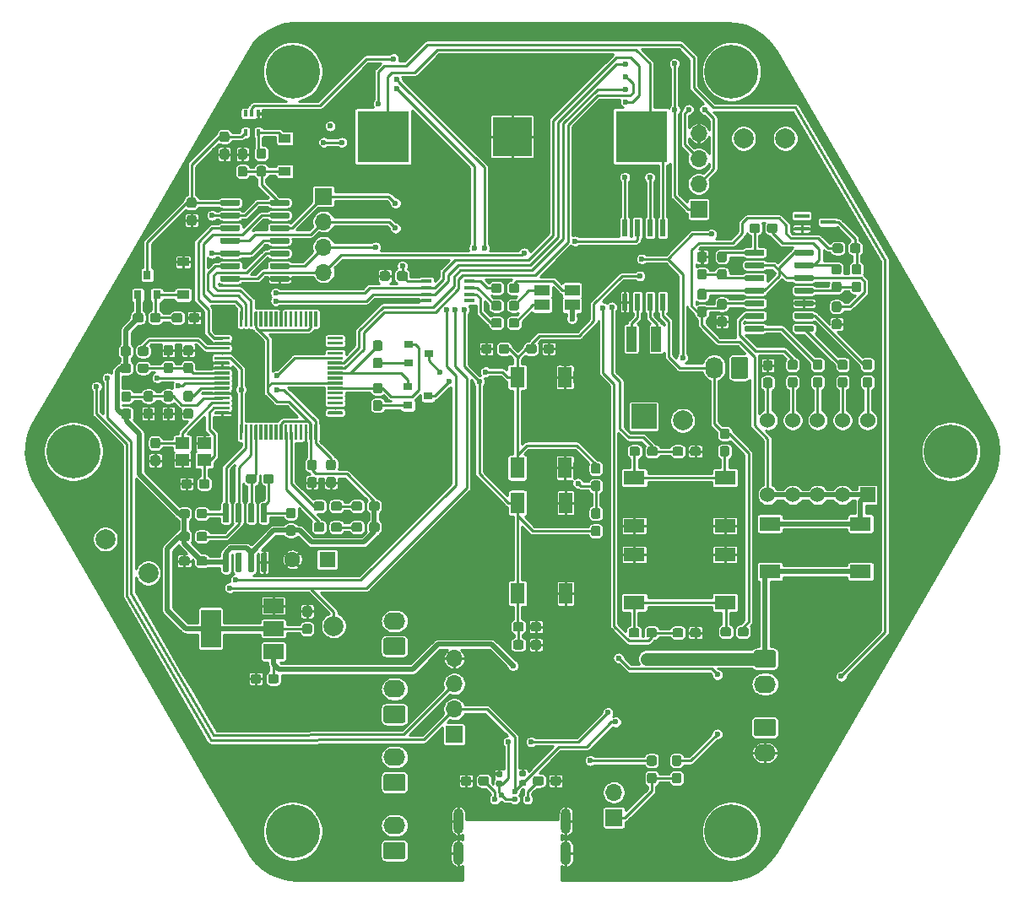
<source format=gbl>
G04 #@! TF.GenerationSoftware,KiCad,Pcbnew,(5.1.5)-3*
G04 #@! TF.CreationDate,2020-04-03T10:32:08+01:00*
G04 #@! TF.ProjectId,sync_module,73796e63-5f6d-46f6-9475-6c652e6b6963,rev?*
G04 #@! TF.SameCoordinates,Original*
G04 #@! TF.FileFunction,Copper,L2,Bot*
G04 #@! TF.FilePolarity,Positive*
%FSLAX46Y46*%
G04 Gerber Fmt 4.6, Leading zero omitted, Abs format (unit mm)*
G04 Created by KiCad (PCBNEW (5.1.5)-3) date 2020-04-03 10:32:08*
%MOMM*%
%LPD*%
G04 APERTURE LIST*
%ADD10C,2.000000*%
%ADD11C,0.100000*%
%ADD12C,0.500000*%
%ADD13R,2.100000X1.400000*%
%ADD14R,1.400000X2.100000*%
%ADD15O,1.000000X2.550000*%
%ADD16O,1.100000X2.400000*%
%ADD17R,5.200000X5.200000*%
%ADD18R,4.000000X4.000000*%
%ADD19R,1.200000X0.900000*%
%ADD20R,0.400000X0.650000*%
%ADD21R,1.400000X1.200000*%
%ADD22C,5.400000*%
%ADD23O,2.200000X1.740000*%
%ADD24O,1.740000X2.200000*%
%ADD25R,1.700000X1.700000*%
%ADD26O,1.700000X1.700000*%
%ADD27R,1.100000X0.400000*%
%ADD28R,1.500000X1.100000*%
%ADD29C,1.524000*%
%ADD30R,1.524000X1.524000*%
%ADD31R,1.500000X0.450000*%
%ADD32R,1.600000X1.600000*%
%ADD33C,1.600000*%
%ADD34R,0.800000X0.900000*%
%ADD35R,0.900000X0.800000*%
%ADD36R,0.550000X1.750000*%
%ADD37R,2.000000X3.800000*%
%ADD38R,2.000000X1.500000*%
%ADD39R,2.500000X2.500000*%
%ADD40R,1.000000X2.500000*%
%ADD41C,0.600000*%
%ADD42C,0.500000*%
%ADD43C,1.270000*%
%ADD44C,0.250000*%
G04 APERTURE END LIST*
D10*
X27400000Y31400000D03*
X23200000Y31400000D03*
X17100000Y3100000D03*
X-40800000Y-8800000D03*
X-36500000Y-12200000D03*
X-17900000Y-17500000D03*
G04 #@! TA.AperFunction,Conductor*
D11*
G36*
X8949494Y5278071D02*
G01*
X8973763Y5274471D01*
X8997561Y5268510D01*
X9020661Y5260245D01*
X9042839Y5249755D01*
X9063883Y5237142D01*
X9083588Y5222528D01*
X9101767Y5206052D01*
X9118243Y5187873D01*
X9132857Y5168168D01*
X9145470Y5147124D01*
X9155960Y5124946D01*
X9164225Y5101846D01*
X9170186Y5078048D01*
X9173786Y5053779D01*
X9174990Y5029275D01*
X9174990Y3849275D01*
X9173786Y3824771D01*
X9170186Y3800502D01*
X9164225Y3776704D01*
X9155960Y3753604D01*
X9145470Y3731426D01*
X9132857Y3710382D01*
X9118243Y3690677D01*
X9101767Y3672498D01*
X9083588Y3656022D01*
X9063883Y3641408D01*
X9042839Y3628795D01*
X9020661Y3618305D01*
X8997561Y3610040D01*
X8973763Y3604079D01*
X8949494Y3600479D01*
X8924990Y3599275D01*
X7744990Y3599275D01*
X7720486Y3600479D01*
X7696217Y3604079D01*
X7672419Y3610040D01*
X7649319Y3618305D01*
X7627141Y3628795D01*
X7606097Y3641408D01*
X7586392Y3656022D01*
X7568213Y3672498D01*
X7551737Y3690677D01*
X7537123Y3710382D01*
X7524510Y3731426D01*
X7514020Y3753604D01*
X7505755Y3776704D01*
X7499794Y3800502D01*
X7496194Y3824771D01*
X7494990Y3849275D01*
X7494990Y5029275D01*
X7496194Y5053779D01*
X7499794Y5078048D01*
X7505755Y5101846D01*
X7514020Y5124946D01*
X7524510Y5147124D01*
X7537123Y5168168D01*
X7551737Y5187873D01*
X7568213Y5206052D01*
X7586392Y5222528D01*
X7606097Y5237142D01*
X7627141Y5249755D01*
X7649319Y5260245D01*
X7672419Y5268510D01*
X7696217Y5274471D01*
X7720486Y5278071D01*
X7744990Y5279275D01*
X8924990Y5279275D01*
X8949494Y5278071D01*
G37*
G04 #@! TD.AperFunction*
D12*
X8924990Y3849275D03*
X7744990Y3849275D03*
X8924990Y5029275D03*
X7744990Y5029275D03*
G04 #@! TA.AperFunction,Conductor*
D11*
G36*
X13159404Y-23038883D02*
G01*
X13183673Y-23042483D01*
X13207471Y-23048444D01*
X13230571Y-23056709D01*
X13252749Y-23067199D01*
X13273793Y-23079812D01*
X13293498Y-23094426D01*
X13311677Y-23110902D01*
X13328153Y-23129081D01*
X13342767Y-23148786D01*
X13355380Y-23169830D01*
X13365870Y-23192008D01*
X13374135Y-23215108D01*
X13380096Y-23238906D01*
X13383696Y-23263175D01*
X13384900Y-23287679D01*
X13384900Y-25237679D01*
X13383696Y-25262183D01*
X13380096Y-25286452D01*
X13374135Y-25310250D01*
X13365870Y-25333350D01*
X13355380Y-25355528D01*
X13342767Y-25376572D01*
X13328153Y-25396277D01*
X13311677Y-25414456D01*
X13293498Y-25430932D01*
X13273793Y-25445546D01*
X13252749Y-25458159D01*
X13230571Y-25468649D01*
X13207471Y-25476914D01*
X13183673Y-25482875D01*
X13159404Y-25486475D01*
X13134900Y-25487679D01*
X11184900Y-25487679D01*
X11160396Y-25486475D01*
X11136127Y-25482875D01*
X11112329Y-25476914D01*
X11089229Y-25468649D01*
X11067051Y-25458159D01*
X11046007Y-25445546D01*
X11026302Y-25430932D01*
X11008123Y-25414456D01*
X10991647Y-25396277D01*
X10977033Y-25376572D01*
X10964420Y-25355528D01*
X10953930Y-25333350D01*
X10945665Y-25310250D01*
X10939704Y-25286452D01*
X10936104Y-25262183D01*
X10934900Y-25237679D01*
X10934900Y-23287679D01*
X10936104Y-23263175D01*
X10939704Y-23238906D01*
X10945665Y-23215108D01*
X10953930Y-23192008D01*
X10964420Y-23169830D01*
X10977033Y-23148786D01*
X10991647Y-23129081D01*
X11008123Y-23110902D01*
X11026302Y-23094426D01*
X11046007Y-23079812D01*
X11067051Y-23067199D01*
X11089229Y-23056709D01*
X11112329Y-23048444D01*
X11136127Y-23042483D01*
X11160396Y-23038883D01*
X11184900Y-23037679D01*
X13134900Y-23037679D01*
X13159404Y-23038883D01*
G37*
G04 #@! TD.AperFunction*
D12*
X13134900Y-23287679D03*
X13134900Y-24262679D03*
X13134900Y-25237679D03*
X12159900Y-23287679D03*
X12159900Y-24262679D03*
X12159900Y-25237679D03*
X11184900Y-23287679D03*
X11184900Y-24262679D03*
X11184900Y-25237679D03*
D13*
X21350000Y-2650000D03*
X12250000Y-2650000D03*
X21350000Y-7450000D03*
X12250000Y-7450000D03*
X12250000Y-15150000D03*
X21350000Y-15150000D03*
X12250000Y-10350000D03*
X21350000Y-10350000D03*
X34950000Y-7250000D03*
X25850000Y-7250000D03*
X34950000Y-12050000D03*
X25850000Y-12050000D03*
D14*
X5300000Y-1650000D03*
X5300000Y7450000D03*
X500000Y-1650000D03*
X500000Y7450000D03*
X5350000Y-14250000D03*
X5350000Y-5150000D03*
X550000Y-14250000D03*
X550000Y-5150000D03*
D15*
X-5404204Y-37070544D03*
X5395796Y-37070544D03*
D16*
X5395796Y-40300544D03*
X-5404204Y-40300544D03*
D17*
X12950000Y31600000D03*
X-12950000Y31600000D03*
D18*
X0Y31600000D03*
D19*
X-22800000Y28100000D03*
X-22800000Y31400000D03*
G04 #@! TA.AperFunction,SMDPad,CuDef*
D11*
G36*
X-26789221Y30348856D02*
G01*
X-26766166Y30345437D01*
X-26743557Y30339773D01*
X-26721613Y30331921D01*
X-26700543Y30321956D01*
X-26680552Y30309974D01*
X-26661832Y30296090D01*
X-26644562Y30280438D01*
X-26628910Y30263168D01*
X-26615026Y30244448D01*
X-26603044Y30224457D01*
X-26593079Y30203387D01*
X-26585227Y30181443D01*
X-26579563Y30158834D01*
X-26576144Y30135779D01*
X-26575000Y30112500D01*
X-26575000Y29537500D01*
X-26576144Y29514221D01*
X-26579563Y29491166D01*
X-26585227Y29468557D01*
X-26593079Y29446613D01*
X-26603044Y29425543D01*
X-26615026Y29405552D01*
X-26628910Y29386832D01*
X-26644562Y29369562D01*
X-26661832Y29353910D01*
X-26680552Y29340026D01*
X-26700543Y29328044D01*
X-26721613Y29318079D01*
X-26743557Y29310227D01*
X-26766166Y29304563D01*
X-26789221Y29301144D01*
X-26812500Y29300000D01*
X-27287500Y29300000D01*
X-27310779Y29301144D01*
X-27333834Y29304563D01*
X-27356443Y29310227D01*
X-27378387Y29318079D01*
X-27399457Y29328044D01*
X-27419448Y29340026D01*
X-27438168Y29353910D01*
X-27455438Y29369562D01*
X-27471090Y29386832D01*
X-27484974Y29405552D01*
X-27496956Y29425543D01*
X-27506921Y29446613D01*
X-27514773Y29468557D01*
X-27520437Y29491166D01*
X-27523856Y29514221D01*
X-27525000Y29537500D01*
X-27525000Y30112500D01*
X-27523856Y30135779D01*
X-27520437Y30158834D01*
X-27514773Y30181443D01*
X-27506921Y30203387D01*
X-27496956Y30224457D01*
X-27484974Y30244448D01*
X-27471090Y30263168D01*
X-27455438Y30280438D01*
X-27438168Y30296090D01*
X-27419448Y30309974D01*
X-27399457Y30321956D01*
X-27378387Y30331921D01*
X-27356443Y30339773D01*
X-27333834Y30345437D01*
X-27310779Y30348856D01*
X-27287500Y30350000D01*
X-26812500Y30350000D01*
X-26789221Y30348856D01*
G37*
G04 #@! TD.AperFunction*
G04 #@! TA.AperFunction,SMDPad,CuDef*
G36*
X-26789221Y28598856D02*
G01*
X-26766166Y28595437D01*
X-26743557Y28589773D01*
X-26721613Y28581921D01*
X-26700543Y28571956D01*
X-26680552Y28559974D01*
X-26661832Y28546090D01*
X-26644562Y28530438D01*
X-26628910Y28513168D01*
X-26615026Y28494448D01*
X-26603044Y28474457D01*
X-26593079Y28453387D01*
X-26585227Y28431443D01*
X-26579563Y28408834D01*
X-26576144Y28385779D01*
X-26575000Y28362500D01*
X-26575000Y27787500D01*
X-26576144Y27764221D01*
X-26579563Y27741166D01*
X-26585227Y27718557D01*
X-26593079Y27696613D01*
X-26603044Y27675543D01*
X-26615026Y27655552D01*
X-26628910Y27636832D01*
X-26644562Y27619562D01*
X-26661832Y27603910D01*
X-26680552Y27590026D01*
X-26700543Y27578044D01*
X-26721613Y27568079D01*
X-26743557Y27560227D01*
X-26766166Y27554563D01*
X-26789221Y27551144D01*
X-26812500Y27550000D01*
X-27287500Y27550000D01*
X-27310779Y27551144D01*
X-27333834Y27554563D01*
X-27356443Y27560227D01*
X-27378387Y27568079D01*
X-27399457Y27578044D01*
X-27419448Y27590026D01*
X-27438168Y27603910D01*
X-27455438Y27619562D01*
X-27471090Y27636832D01*
X-27484974Y27655552D01*
X-27496956Y27675543D01*
X-27506921Y27696613D01*
X-27514773Y27718557D01*
X-27520437Y27741166D01*
X-27523856Y27764221D01*
X-27525000Y27787500D01*
X-27525000Y28362500D01*
X-27523856Y28385779D01*
X-27520437Y28408834D01*
X-27514773Y28431443D01*
X-27506921Y28453387D01*
X-27496956Y28474457D01*
X-27484974Y28494448D01*
X-27471090Y28513168D01*
X-27455438Y28530438D01*
X-27438168Y28546090D01*
X-27419448Y28559974D01*
X-27399457Y28571956D01*
X-27378387Y28581921D01*
X-27356443Y28589773D01*
X-27333834Y28595437D01*
X-27310779Y28598856D01*
X-27287500Y28600000D01*
X-26812500Y28600000D01*
X-26789221Y28598856D01*
G37*
G04 #@! TD.AperFunction*
G04 #@! TA.AperFunction,SMDPad,CuDef*
G36*
X-28589221Y30348856D02*
G01*
X-28566166Y30345437D01*
X-28543557Y30339773D01*
X-28521613Y30331921D01*
X-28500543Y30321956D01*
X-28480552Y30309974D01*
X-28461832Y30296090D01*
X-28444562Y30280438D01*
X-28428910Y30263168D01*
X-28415026Y30244448D01*
X-28403044Y30224457D01*
X-28393079Y30203387D01*
X-28385227Y30181443D01*
X-28379563Y30158834D01*
X-28376144Y30135779D01*
X-28375000Y30112500D01*
X-28375000Y29537500D01*
X-28376144Y29514221D01*
X-28379563Y29491166D01*
X-28385227Y29468557D01*
X-28393079Y29446613D01*
X-28403044Y29425543D01*
X-28415026Y29405552D01*
X-28428910Y29386832D01*
X-28444562Y29369562D01*
X-28461832Y29353910D01*
X-28480552Y29340026D01*
X-28500543Y29328044D01*
X-28521613Y29318079D01*
X-28543557Y29310227D01*
X-28566166Y29304563D01*
X-28589221Y29301144D01*
X-28612500Y29300000D01*
X-29087500Y29300000D01*
X-29110779Y29301144D01*
X-29133834Y29304563D01*
X-29156443Y29310227D01*
X-29178387Y29318079D01*
X-29199457Y29328044D01*
X-29219448Y29340026D01*
X-29238168Y29353910D01*
X-29255438Y29369562D01*
X-29271090Y29386832D01*
X-29284974Y29405552D01*
X-29296956Y29425543D01*
X-29306921Y29446613D01*
X-29314773Y29468557D01*
X-29320437Y29491166D01*
X-29323856Y29514221D01*
X-29325000Y29537500D01*
X-29325000Y30112500D01*
X-29323856Y30135779D01*
X-29320437Y30158834D01*
X-29314773Y30181443D01*
X-29306921Y30203387D01*
X-29296956Y30224457D01*
X-29284974Y30244448D01*
X-29271090Y30263168D01*
X-29255438Y30280438D01*
X-29238168Y30296090D01*
X-29219448Y30309974D01*
X-29199457Y30321956D01*
X-29178387Y30331921D01*
X-29156443Y30339773D01*
X-29133834Y30345437D01*
X-29110779Y30348856D01*
X-29087500Y30350000D01*
X-28612500Y30350000D01*
X-28589221Y30348856D01*
G37*
G04 #@! TD.AperFunction*
G04 #@! TA.AperFunction,SMDPad,CuDef*
G36*
X-28589221Y32098856D02*
G01*
X-28566166Y32095437D01*
X-28543557Y32089773D01*
X-28521613Y32081921D01*
X-28500543Y32071956D01*
X-28480552Y32059974D01*
X-28461832Y32046090D01*
X-28444562Y32030438D01*
X-28428910Y32013168D01*
X-28415026Y31994448D01*
X-28403044Y31974457D01*
X-28393079Y31953387D01*
X-28385227Y31931443D01*
X-28379563Y31908834D01*
X-28376144Y31885779D01*
X-28375000Y31862500D01*
X-28375000Y31287500D01*
X-28376144Y31264221D01*
X-28379563Y31241166D01*
X-28385227Y31218557D01*
X-28393079Y31196613D01*
X-28403044Y31175543D01*
X-28415026Y31155552D01*
X-28428910Y31136832D01*
X-28444562Y31119562D01*
X-28461832Y31103910D01*
X-28480552Y31090026D01*
X-28500543Y31078044D01*
X-28521613Y31068079D01*
X-28543557Y31060227D01*
X-28566166Y31054563D01*
X-28589221Y31051144D01*
X-28612500Y31050000D01*
X-29087500Y31050000D01*
X-29110779Y31051144D01*
X-29133834Y31054563D01*
X-29156443Y31060227D01*
X-29178387Y31068079D01*
X-29199457Y31078044D01*
X-29219448Y31090026D01*
X-29238168Y31103910D01*
X-29255438Y31119562D01*
X-29271090Y31136832D01*
X-29284974Y31155552D01*
X-29296956Y31175543D01*
X-29306921Y31196613D01*
X-29314773Y31218557D01*
X-29320437Y31241166D01*
X-29323856Y31264221D01*
X-29325000Y31287500D01*
X-29325000Y31862500D01*
X-29323856Y31885779D01*
X-29320437Y31908834D01*
X-29314773Y31931443D01*
X-29306921Y31953387D01*
X-29296956Y31974457D01*
X-29284974Y31994448D01*
X-29271090Y32013168D01*
X-29255438Y32030438D01*
X-29238168Y32046090D01*
X-29219448Y32059974D01*
X-29199457Y32071956D01*
X-29178387Y32081921D01*
X-29156443Y32089773D01*
X-29133834Y32095437D01*
X-29110779Y32098856D01*
X-29087500Y32100000D01*
X-28612500Y32100000D01*
X-28589221Y32098856D01*
G37*
G04 #@! TD.AperFunction*
G04 #@! TA.AperFunction,SMDPad,CuDef*
G36*
X-24889221Y28648856D02*
G01*
X-24866166Y28645437D01*
X-24843557Y28639773D01*
X-24821613Y28631921D01*
X-24800543Y28621956D01*
X-24780552Y28609974D01*
X-24761832Y28596090D01*
X-24744562Y28580438D01*
X-24728910Y28563168D01*
X-24715026Y28544448D01*
X-24703044Y28524457D01*
X-24693079Y28503387D01*
X-24685227Y28481443D01*
X-24679563Y28458834D01*
X-24676144Y28435779D01*
X-24675000Y28412500D01*
X-24675000Y27837500D01*
X-24676144Y27814221D01*
X-24679563Y27791166D01*
X-24685227Y27768557D01*
X-24693079Y27746613D01*
X-24703044Y27725543D01*
X-24715026Y27705552D01*
X-24728910Y27686832D01*
X-24744562Y27669562D01*
X-24761832Y27653910D01*
X-24780552Y27640026D01*
X-24800543Y27628044D01*
X-24821613Y27618079D01*
X-24843557Y27610227D01*
X-24866166Y27604563D01*
X-24889221Y27601144D01*
X-24912500Y27600000D01*
X-25387500Y27600000D01*
X-25410779Y27601144D01*
X-25433834Y27604563D01*
X-25456443Y27610227D01*
X-25478387Y27618079D01*
X-25499457Y27628044D01*
X-25519448Y27640026D01*
X-25538168Y27653910D01*
X-25555438Y27669562D01*
X-25571090Y27686832D01*
X-25584974Y27705552D01*
X-25596956Y27725543D01*
X-25606921Y27746613D01*
X-25614773Y27768557D01*
X-25620437Y27791166D01*
X-25623856Y27814221D01*
X-25625000Y27837500D01*
X-25625000Y28412500D01*
X-25623856Y28435779D01*
X-25620437Y28458834D01*
X-25614773Y28481443D01*
X-25606921Y28503387D01*
X-25596956Y28524457D01*
X-25584974Y28544448D01*
X-25571090Y28563168D01*
X-25555438Y28580438D01*
X-25538168Y28596090D01*
X-25519448Y28609974D01*
X-25499457Y28621956D01*
X-25478387Y28631921D01*
X-25456443Y28639773D01*
X-25433834Y28645437D01*
X-25410779Y28648856D01*
X-25387500Y28650000D01*
X-24912500Y28650000D01*
X-24889221Y28648856D01*
G37*
G04 #@! TD.AperFunction*
G04 #@! TA.AperFunction,SMDPad,CuDef*
G36*
X-24889221Y30398856D02*
G01*
X-24866166Y30395437D01*
X-24843557Y30389773D01*
X-24821613Y30381921D01*
X-24800543Y30371956D01*
X-24780552Y30359974D01*
X-24761832Y30346090D01*
X-24744562Y30330438D01*
X-24728910Y30313168D01*
X-24715026Y30294448D01*
X-24703044Y30274457D01*
X-24693079Y30253387D01*
X-24685227Y30231443D01*
X-24679563Y30208834D01*
X-24676144Y30185779D01*
X-24675000Y30162500D01*
X-24675000Y29587500D01*
X-24676144Y29564221D01*
X-24679563Y29541166D01*
X-24685227Y29518557D01*
X-24693079Y29496613D01*
X-24703044Y29475543D01*
X-24715026Y29455552D01*
X-24728910Y29436832D01*
X-24744562Y29419562D01*
X-24761832Y29403910D01*
X-24780552Y29390026D01*
X-24800543Y29378044D01*
X-24821613Y29368079D01*
X-24843557Y29360227D01*
X-24866166Y29354563D01*
X-24889221Y29351144D01*
X-24912500Y29350000D01*
X-25387500Y29350000D01*
X-25410779Y29351144D01*
X-25433834Y29354563D01*
X-25456443Y29360227D01*
X-25478387Y29368079D01*
X-25499457Y29378044D01*
X-25519448Y29390026D01*
X-25538168Y29403910D01*
X-25555438Y29419562D01*
X-25571090Y29436832D01*
X-25584974Y29455552D01*
X-25596956Y29475543D01*
X-25606921Y29496613D01*
X-25614773Y29518557D01*
X-25620437Y29541166D01*
X-25623856Y29564221D01*
X-25625000Y29587500D01*
X-25625000Y30162500D01*
X-25623856Y30185779D01*
X-25620437Y30208834D01*
X-25614773Y30231443D01*
X-25606921Y30253387D01*
X-25596956Y30274457D01*
X-25584974Y30294448D01*
X-25571090Y30313168D01*
X-25555438Y30330438D01*
X-25538168Y30346090D01*
X-25519448Y30359974D01*
X-25499457Y30371956D01*
X-25478387Y30381921D01*
X-25456443Y30389773D01*
X-25433834Y30395437D01*
X-25410779Y30398856D01*
X-25387500Y30400000D01*
X-24912500Y30400000D01*
X-24889221Y30398856D01*
G37*
G04 #@! TD.AperFunction*
D20*
X-26750000Y33900000D03*
X-25450000Y33900000D03*
X-26100000Y33900000D03*
X-25450000Y32000000D03*
X-26750000Y32000000D03*
G04 #@! TA.AperFunction,SMDPad,CuDef*
D11*
G36*
X-35526218Y-389896D02*
G01*
X-35503163Y-393315D01*
X-35480554Y-398979D01*
X-35458610Y-406831D01*
X-35437540Y-416796D01*
X-35417549Y-428778D01*
X-35398829Y-442662D01*
X-35381559Y-458314D01*
X-35365907Y-475584D01*
X-35352023Y-494304D01*
X-35340041Y-514295D01*
X-35330076Y-535365D01*
X-35322224Y-557309D01*
X-35316560Y-579918D01*
X-35313141Y-602973D01*
X-35311997Y-626252D01*
X-35311997Y-1201252D01*
X-35313141Y-1224531D01*
X-35316560Y-1247586D01*
X-35322224Y-1270195D01*
X-35330076Y-1292139D01*
X-35340041Y-1313209D01*
X-35352023Y-1333200D01*
X-35365907Y-1351920D01*
X-35381559Y-1369190D01*
X-35398829Y-1384842D01*
X-35417549Y-1398726D01*
X-35437540Y-1410708D01*
X-35458610Y-1420673D01*
X-35480554Y-1428525D01*
X-35503163Y-1434189D01*
X-35526218Y-1437608D01*
X-35549497Y-1438752D01*
X-36024497Y-1438752D01*
X-36047776Y-1437608D01*
X-36070831Y-1434189D01*
X-36093440Y-1428525D01*
X-36115384Y-1420673D01*
X-36136454Y-1410708D01*
X-36156445Y-1398726D01*
X-36175165Y-1384842D01*
X-36192435Y-1369190D01*
X-36208087Y-1351920D01*
X-36221971Y-1333200D01*
X-36233953Y-1313209D01*
X-36243918Y-1292139D01*
X-36251770Y-1270195D01*
X-36257434Y-1247586D01*
X-36260853Y-1224531D01*
X-36261997Y-1201252D01*
X-36261997Y-626252D01*
X-36260853Y-602973D01*
X-36257434Y-579918D01*
X-36251770Y-557309D01*
X-36243918Y-535365D01*
X-36233953Y-514295D01*
X-36221971Y-494304D01*
X-36208087Y-475584D01*
X-36192435Y-458314D01*
X-36175165Y-442662D01*
X-36156445Y-428778D01*
X-36136454Y-416796D01*
X-36115384Y-406831D01*
X-36093440Y-398979D01*
X-36070831Y-393315D01*
X-36047776Y-389896D01*
X-36024497Y-388752D01*
X-35549497Y-388752D01*
X-35526218Y-389896D01*
G37*
G04 #@! TD.AperFunction*
G04 #@! TA.AperFunction,SMDPad,CuDef*
G36*
X-35526218Y1360104D02*
G01*
X-35503163Y1356685D01*
X-35480554Y1351021D01*
X-35458610Y1343169D01*
X-35437540Y1333204D01*
X-35417549Y1321222D01*
X-35398829Y1307338D01*
X-35381559Y1291686D01*
X-35365907Y1274416D01*
X-35352023Y1255696D01*
X-35340041Y1235705D01*
X-35330076Y1214635D01*
X-35322224Y1192691D01*
X-35316560Y1170082D01*
X-35313141Y1147027D01*
X-35311997Y1123748D01*
X-35311997Y548748D01*
X-35313141Y525469D01*
X-35316560Y502414D01*
X-35322224Y479805D01*
X-35330076Y457861D01*
X-35340041Y436791D01*
X-35352023Y416800D01*
X-35365907Y398080D01*
X-35381559Y380810D01*
X-35398829Y365158D01*
X-35417549Y351274D01*
X-35437540Y339292D01*
X-35458610Y329327D01*
X-35480554Y321475D01*
X-35503163Y315811D01*
X-35526218Y312392D01*
X-35549497Y311248D01*
X-36024497Y311248D01*
X-36047776Y312392D01*
X-36070831Y315811D01*
X-36093440Y321475D01*
X-36115384Y329327D01*
X-36136454Y339292D01*
X-36156445Y351274D01*
X-36175165Y365158D01*
X-36192435Y380810D01*
X-36208087Y398080D01*
X-36221971Y416800D01*
X-36233953Y436791D01*
X-36243918Y457861D01*
X-36251770Y479805D01*
X-36257434Y502414D01*
X-36260853Y525469D01*
X-36261997Y548748D01*
X-36261997Y1123748D01*
X-36260853Y1147027D01*
X-36257434Y1170082D01*
X-36251770Y1192691D01*
X-36243918Y1214635D01*
X-36233953Y1235705D01*
X-36221971Y1255696D01*
X-36208087Y1274416D01*
X-36192435Y1291686D01*
X-36175165Y1307338D01*
X-36156445Y1321222D01*
X-36136454Y1333204D01*
X-36115384Y1343169D01*
X-36093440Y1351021D01*
X-36070831Y1356685D01*
X-36047776Y1360104D01*
X-36024497Y1361248D01*
X-35549497Y1361248D01*
X-35526218Y1360104D01*
G37*
G04 #@! TD.AperFunction*
G04 #@! TA.AperFunction,SMDPad,CuDef*
G36*
X-32334221Y-2776144D02*
G01*
X-32311166Y-2779563D01*
X-32288557Y-2785227D01*
X-32266613Y-2793079D01*
X-32245543Y-2803044D01*
X-32225552Y-2815026D01*
X-32206832Y-2828910D01*
X-32189562Y-2844562D01*
X-32173910Y-2861832D01*
X-32160026Y-2880552D01*
X-32148044Y-2900543D01*
X-32138079Y-2921613D01*
X-32130227Y-2943557D01*
X-32124563Y-2966166D01*
X-32121144Y-2989221D01*
X-32120000Y-3012500D01*
X-32120000Y-3487500D01*
X-32121144Y-3510779D01*
X-32124563Y-3533834D01*
X-32130227Y-3556443D01*
X-32138079Y-3578387D01*
X-32148044Y-3599457D01*
X-32160026Y-3619448D01*
X-32173910Y-3638168D01*
X-32189562Y-3655438D01*
X-32206832Y-3671090D01*
X-32225552Y-3684974D01*
X-32245543Y-3696956D01*
X-32266613Y-3706921D01*
X-32288557Y-3714773D01*
X-32311166Y-3720437D01*
X-32334221Y-3723856D01*
X-32357500Y-3725000D01*
X-32932500Y-3725000D01*
X-32955779Y-3723856D01*
X-32978834Y-3720437D01*
X-33001443Y-3714773D01*
X-33023387Y-3706921D01*
X-33044457Y-3696956D01*
X-33064448Y-3684974D01*
X-33083168Y-3671090D01*
X-33100438Y-3655438D01*
X-33116090Y-3638168D01*
X-33129974Y-3619448D01*
X-33141956Y-3599457D01*
X-33151921Y-3578387D01*
X-33159773Y-3556443D01*
X-33165437Y-3533834D01*
X-33168856Y-3510779D01*
X-33170000Y-3487500D01*
X-33170000Y-3012500D01*
X-33168856Y-2989221D01*
X-33165437Y-2966166D01*
X-33159773Y-2943557D01*
X-33151921Y-2921613D01*
X-33141956Y-2900543D01*
X-33129974Y-2880552D01*
X-33116090Y-2861832D01*
X-33100438Y-2844562D01*
X-33083168Y-2828910D01*
X-33064448Y-2815026D01*
X-33044457Y-2803044D01*
X-33023387Y-2793079D01*
X-33001443Y-2785227D01*
X-32978834Y-2779563D01*
X-32955779Y-2776144D01*
X-32932500Y-2775000D01*
X-32357500Y-2775000D01*
X-32334221Y-2776144D01*
G37*
G04 #@! TD.AperFunction*
G04 #@! TA.AperFunction,SMDPad,CuDef*
G36*
X-30584221Y-2776144D02*
G01*
X-30561166Y-2779563D01*
X-30538557Y-2785227D01*
X-30516613Y-2793079D01*
X-30495543Y-2803044D01*
X-30475552Y-2815026D01*
X-30456832Y-2828910D01*
X-30439562Y-2844562D01*
X-30423910Y-2861832D01*
X-30410026Y-2880552D01*
X-30398044Y-2900543D01*
X-30388079Y-2921613D01*
X-30380227Y-2943557D01*
X-30374563Y-2966166D01*
X-30371144Y-2989221D01*
X-30370000Y-3012500D01*
X-30370000Y-3487500D01*
X-30371144Y-3510779D01*
X-30374563Y-3533834D01*
X-30380227Y-3556443D01*
X-30388079Y-3578387D01*
X-30398044Y-3599457D01*
X-30410026Y-3619448D01*
X-30423910Y-3638168D01*
X-30439562Y-3655438D01*
X-30456832Y-3671090D01*
X-30475552Y-3684974D01*
X-30495543Y-3696956D01*
X-30516613Y-3706921D01*
X-30538557Y-3714773D01*
X-30561166Y-3720437D01*
X-30584221Y-3723856D01*
X-30607500Y-3725000D01*
X-31182500Y-3725000D01*
X-31205779Y-3723856D01*
X-31228834Y-3720437D01*
X-31251443Y-3714773D01*
X-31273387Y-3706921D01*
X-31294457Y-3696956D01*
X-31314448Y-3684974D01*
X-31333168Y-3671090D01*
X-31350438Y-3655438D01*
X-31366090Y-3638168D01*
X-31379974Y-3619448D01*
X-31391956Y-3599457D01*
X-31401921Y-3578387D01*
X-31409773Y-3556443D01*
X-31415437Y-3533834D01*
X-31418856Y-3510779D01*
X-31420000Y-3487500D01*
X-31420000Y-3012500D01*
X-31418856Y-2989221D01*
X-31415437Y-2966166D01*
X-31409773Y-2943557D01*
X-31401921Y-2921613D01*
X-31391956Y-2900543D01*
X-31379974Y-2880552D01*
X-31366090Y-2861832D01*
X-31350438Y-2844562D01*
X-31333168Y-2828910D01*
X-31314448Y-2815026D01*
X-31294457Y-2803044D01*
X-31273387Y-2793079D01*
X-31251443Y-2785227D01*
X-31228834Y-2779563D01*
X-31205779Y-2776144D01*
X-31182500Y-2775000D01*
X-30607500Y-2775000D01*
X-30584221Y-2776144D01*
G37*
G04 #@! TD.AperFunction*
D21*
X-30886998Y811249D03*
X-33086998Y811249D03*
X-33086998Y-888751D03*
X-30886998Y-888751D03*
D22*
X-22000000Y38105000D03*
X-44000000Y0D03*
X-22000000Y-38105000D03*
X22000000Y-38105000D03*
X44000000Y0D03*
X22000000Y38105000D03*
D23*
X-11801080Y-37502600D03*
G04 #@! TA.AperFunction,ComponentPad*
D11*
G36*
X-10926575Y-39173804D02*
G01*
X-10902307Y-39177404D01*
X-10878508Y-39183365D01*
X-10855409Y-39191630D01*
X-10833230Y-39202120D01*
X-10812187Y-39214732D01*
X-10792481Y-39229347D01*
X-10774303Y-39245823D01*
X-10757827Y-39264001D01*
X-10743212Y-39283707D01*
X-10730600Y-39304750D01*
X-10720110Y-39326929D01*
X-10711845Y-39350028D01*
X-10705884Y-39373827D01*
X-10702284Y-39398095D01*
X-10701080Y-39422599D01*
X-10701080Y-40662601D01*
X-10702284Y-40687105D01*
X-10705884Y-40711373D01*
X-10711845Y-40735172D01*
X-10720110Y-40758271D01*
X-10730600Y-40780450D01*
X-10743212Y-40801493D01*
X-10757827Y-40821199D01*
X-10774303Y-40839377D01*
X-10792481Y-40855853D01*
X-10812187Y-40870468D01*
X-10833230Y-40883080D01*
X-10855409Y-40893570D01*
X-10878508Y-40901835D01*
X-10902307Y-40907796D01*
X-10926575Y-40911396D01*
X-10951079Y-40912600D01*
X-12651081Y-40912600D01*
X-12675585Y-40911396D01*
X-12699853Y-40907796D01*
X-12723652Y-40901835D01*
X-12746751Y-40893570D01*
X-12768930Y-40883080D01*
X-12789973Y-40870468D01*
X-12809679Y-40855853D01*
X-12827857Y-40839377D01*
X-12844333Y-40821199D01*
X-12858948Y-40801493D01*
X-12871560Y-40780450D01*
X-12882050Y-40758271D01*
X-12890315Y-40735172D01*
X-12896276Y-40711373D01*
X-12899876Y-40687105D01*
X-12901080Y-40662601D01*
X-12901080Y-39422599D01*
X-12899876Y-39398095D01*
X-12896276Y-39373827D01*
X-12890315Y-39350028D01*
X-12882050Y-39326929D01*
X-12871560Y-39304750D01*
X-12858948Y-39283707D01*
X-12844333Y-39264001D01*
X-12827857Y-39245823D01*
X-12809679Y-39229347D01*
X-12789973Y-39214732D01*
X-12768930Y-39202120D01*
X-12746751Y-39191630D01*
X-12723652Y-39183365D01*
X-12699853Y-39177404D01*
X-12675585Y-39173804D01*
X-12651081Y-39172600D01*
X-10951079Y-39172600D01*
X-10926575Y-39173804D01*
G37*
G04 #@! TD.AperFunction*
D24*
X20260000Y8400000D03*
G04 #@! TA.AperFunction,ComponentPad*
D11*
G36*
X23444505Y9498796D02*
G01*
X23468773Y9495196D01*
X23492572Y9489235D01*
X23515671Y9480970D01*
X23537850Y9470480D01*
X23558893Y9457868D01*
X23578599Y9443253D01*
X23596777Y9426777D01*
X23613253Y9408599D01*
X23627868Y9388893D01*
X23640480Y9367850D01*
X23650970Y9345671D01*
X23659235Y9322572D01*
X23665196Y9298773D01*
X23668796Y9274505D01*
X23670000Y9250001D01*
X23670000Y7549999D01*
X23668796Y7525495D01*
X23665196Y7501227D01*
X23659235Y7477428D01*
X23650970Y7454329D01*
X23640480Y7432150D01*
X23627868Y7411107D01*
X23613253Y7391401D01*
X23596777Y7373223D01*
X23578599Y7356747D01*
X23558893Y7342132D01*
X23537850Y7329520D01*
X23515671Y7319030D01*
X23492572Y7310765D01*
X23468773Y7304804D01*
X23444505Y7301204D01*
X23420001Y7300000D01*
X22179999Y7300000D01*
X22155495Y7301204D01*
X22131227Y7304804D01*
X22107428Y7310765D01*
X22084329Y7319030D01*
X22062150Y7329520D01*
X22041107Y7342132D01*
X22021401Y7356747D01*
X22003223Y7373223D01*
X21986747Y7391401D01*
X21972132Y7411107D01*
X21959520Y7432150D01*
X21949030Y7454329D01*
X21940765Y7477428D01*
X21934804Y7501227D01*
X21931204Y7525495D01*
X21930000Y7549999D01*
X21930000Y9250001D01*
X21931204Y9274505D01*
X21934804Y9298773D01*
X21940765Y9322572D01*
X21949030Y9345671D01*
X21959520Y9367850D01*
X21972132Y9388893D01*
X21986747Y9408599D01*
X22003223Y9426777D01*
X22021401Y9443253D01*
X22041107Y9457868D01*
X22062150Y9470480D01*
X22084329Y9480970D01*
X22107428Y9489235D01*
X22131227Y9495196D01*
X22155495Y9498796D01*
X22179999Y9500000D01*
X23420001Y9500000D01*
X23444505Y9498796D01*
G37*
G04 #@! TD.AperFunction*
G04 #@! TA.AperFunction,SMDPad,CuDef*
G36*
X-27436296Y25251527D02*
G01*
X-27421735Y25249367D01*
X-27407456Y25245790D01*
X-27393596Y25240831D01*
X-27380289Y25234537D01*
X-27367663Y25226969D01*
X-27355840Y25218201D01*
X-27344933Y25208315D01*
X-27335047Y25197408D01*
X-27326279Y25185585D01*
X-27318711Y25172959D01*
X-27312417Y25159652D01*
X-27307458Y25145792D01*
X-27303881Y25131513D01*
X-27301721Y25116952D01*
X-27300999Y25102249D01*
X-27300999Y24802249D01*
X-27301721Y24787546D01*
X-27303881Y24772985D01*
X-27307458Y24758706D01*
X-27312417Y24744846D01*
X-27318711Y24731539D01*
X-27326279Y24718913D01*
X-27335047Y24707090D01*
X-27344933Y24696183D01*
X-27355840Y24686297D01*
X-27367663Y24677529D01*
X-27380289Y24669961D01*
X-27393596Y24663667D01*
X-27407456Y24658708D01*
X-27421735Y24655131D01*
X-27436296Y24652971D01*
X-27450999Y24652249D01*
X-29100999Y24652249D01*
X-29115702Y24652971D01*
X-29130263Y24655131D01*
X-29144542Y24658708D01*
X-29158402Y24663667D01*
X-29171709Y24669961D01*
X-29184335Y24677529D01*
X-29196158Y24686297D01*
X-29207065Y24696183D01*
X-29216951Y24707090D01*
X-29225719Y24718913D01*
X-29233287Y24731539D01*
X-29239581Y24744846D01*
X-29244540Y24758706D01*
X-29248117Y24772985D01*
X-29250277Y24787546D01*
X-29250999Y24802249D01*
X-29250999Y25102249D01*
X-29250277Y25116952D01*
X-29248117Y25131513D01*
X-29244540Y25145792D01*
X-29239581Y25159652D01*
X-29233287Y25172959D01*
X-29225719Y25185585D01*
X-29216951Y25197408D01*
X-29207065Y25208315D01*
X-29196158Y25218201D01*
X-29184335Y25226969D01*
X-29171709Y25234537D01*
X-29158402Y25240831D01*
X-29144542Y25245790D01*
X-29130263Y25249367D01*
X-29115702Y25251527D01*
X-29100999Y25252249D01*
X-27450999Y25252249D01*
X-27436296Y25251527D01*
G37*
G04 #@! TD.AperFunction*
G04 #@! TA.AperFunction,SMDPad,CuDef*
G36*
X-27436296Y23981527D02*
G01*
X-27421735Y23979367D01*
X-27407456Y23975790D01*
X-27393596Y23970831D01*
X-27380289Y23964537D01*
X-27367663Y23956969D01*
X-27355840Y23948201D01*
X-27344933Y23938315D01*
X-27335047Y23927408D01*
X-27326279Y23915585D01*
X-27318711Y23902959D01*
X-27312417Y23889652D01*
X-27307458Y23875792D01*
X-27303881Y23861513D01*
X-27301721Y23846952D01*
X-27300999Y23832249D01*
X-27300999Y23532249D01*
X-27301721Y23517546D01*
X-27303881Y23502985D01*
X-27307458Y23488706D01*
X-27312417Y23474846D01*
X-27318711Y23461539D01*
X-27326279Y23448913D01*
X-27335047Y23437090D01*
X-27344933Y23426183D01*
X-27355840Y23416297D01*
X-27367663Y23407529D01*
X-27380289Y23399961D01*
X-27393596Y23393667D01*
X-27407456Y23388708D01*
X-27421735Y23385131D01*
X-27436296Y23382971D01*
X-27450999Y23382249D01*
X-29100999Y23382249D01*
X-29115702Y23382971D01*
X-29130263Y23385131D01*
X-29144542Y23388708D01*
X-29158402Y23393667D01*
X-29171709Y23399961D01*
X-29184335Y23407529D01*
X-29196158Y23416297D01*
X-29207065Y23426183D01*
X-29216951Y23437090D01*
X-29225719Y23448913D01*
X-29233287Y23461539D01*
X-29239581Y23474846D01*
X-29244540Y23488706D01*
X-29248117Y23502985D01*
X-29250277Y23517546D01*
X-29250999Y23532249D01*
X-29250999Y23832249D01*
X-29250277Y23846952D01*
X-29248117Y23861513D01*
X-29244540Y23875792D01*
X-29239581Y23889652D01*
X-29233287Y23902959D01*
X-29225719Y23915585D01*
X-29216951Y23927408D01*
X-29207065Y23938315D01*
X-29196158Y23948201D01*
X-29184335Y23956969D01*
X-29171709Y23964537D01*
X-29158402Y23970831D01*
X-29144542Y23975790D01*
X-29130263Y23979367D01*
X-29115702Y23981527D01*
X-29100999Y23982249D01*
X-27450999Y23982249D01*
X-27436296Y23981527D01*
G37*
G04 #@! TD.AperFunction*
G04 #@! TA.AperFunction,SMDPad,CuDef*
G36*
X-27436296Y22711527D02*
G01*
X-27421735Y22709367D01*
X-27407456Y22705790D01*
X-27393596Y22700831D01*
X-27380289Y22694537D01*
X-27367663Y22686969D01*
X-27355840Y22678201D01*
X-27344933Y22668315D01*
X-27335047Y22657408D01*
X-27326279Y22645585D01*
X-27318711Y22632959D01*
X-27312417Y22619652D01*
X-27307458Y22605792D01*
X-27303881Y22591513D01*
X-27301721Y22576952D01*
X-27300999Y22562249D01*
X-27300999Y22262249D01*
X-27301721Y22247546D01*
X-27303881Y22232985D01*
X-27307458Y22218706D01*
X-27312417Y22204846D01*
X-27318711Y22191539D01*
X-27326279Y22178913D01*
X-27335047Y22167090D01*
X-27344933Y22156183D01*
X-27355840Y22146297D01*
X-27367663Y22137529D01*
X-27380289Y22129961D01*
X-27393596Y22123667D01*
X-27407456Y22118708D01*
X-27421735Y22115131D01*
X-27436296Y22112971D01*
X-27450999Y22112249D01*
X-29100999Y22112249D01*
X-29115702Y22112971D01*
X-29130263Y22115131D01*
X-29144542Y22118708D01*
X-29158402Y22123667D01*
X-29171709Y22129961D01*
X-29184335Y22137529D01*
X-29196158Y22146297D01*
X-29207065Y22156183D01*
X-29216951Y22167090D01*
X-29225719Y22178913D01*
X-29233287Y22191539D01*
X-29239581Y22204846D01*
X-29244540Y22218706D01*
X-29248117Y22232985D01*
X-29250277Y22247546D01*
X-29250999Y22262249D01*
X-29250999Y22562249D01*
X-29250277Y22576952D01*
X-29248117Y22591513D01*
X-29244540Y22605792D01*
X-29239581Y22619652D01*
X-29233287Y22632959D01*
X-29225719Y22645585D01*
X-29216951Y22657408D01*
X-29207065Y22668315D01*
X-29196158Y22678201D01*
X-29184335Y22686969D01*
X-29171709Y22694537D01*
X-29158402Y22700831D01*
X-29144542Y22705790D01*
X-29130263Y22709367D01*
X-29115702Y22711527D01*
X-29100999Y22712249D01*
X-27450999Y22712249D01*
X-27436296Y22711527D01*
G37*
G04 #@! TD.AperFunction*
G04 #@! TA.AperFunction,SMDPad,CuDef*
G36*
X-27436296Y21441527D02*
G01*
X-27421735Y21439367D01*
X-27407456Y21435790D01*
X-27393596Y21430831D01*
X-27380289Y21424537D01*
X-27367663Y21416969D01*
X-27355840Y21408201D01*
X-27344933Y21398315D01*
X-27335047Y21387408D01*
X-27326279Y21375585D01*
X-27318711Y21362959D01*
X-27312417Y21349652D01*
X-27307458Y21335792D01*
X-27303881Y21321513D01*
X-27301721Y21306952D01*
X-27300999Y21292249D01*
X-27300999Y20992249D01*
X-27301721Y20977546D01*
X-27303881Y20962985D01*
X-27307458Y20948706D01*
X-27312417Y20934846D01*
X-27318711Y20921539D01*
X-27326279Y20908913D01*
X-27335047Y20897090D01*
X-27344933Y20886183D01*
X-27355840Y20876297D01*
X-27367663Y20867529D01*
X-27380289Y20859961D01*
X-27393596Y20853667D01*
X-27407456Y20848708D01*
X-27421735Y20845131D01*
X-27436296Y20842971D01*
X-27450999Y20842249D01*
X-29100999Y20842249D01*
X-29115702Y20842971D01*
X-29130263Y20845131D01*
X-29144542Y20848708D01*
X-29158402Y20853667D01*
X-29171709Y20859961D01*
X-29184335Y20867529D01*
X-29196158Y20876297D01*
X-29207065Y20886183D01*
X-29216951Y20897090D01*
X-29225719Y20908913D01*
X-29233287Y20921539D01*
X-29239581Y20934846D01*
X-29244540Y20948706D01*
X-29248117Y20962985D01*
X-29250277Y20977546D01*
X-29250999Y20992249D01*
X-29250999Y21292249D01*
X-29250277Y21306952D01*
X-29248117Y21321513D01*
X-29244540Y21335792D01*
X-29239581Y21349652D01*
X-29233287Y21362959D01*
X-29225719Y21375585D01*
X-29216951Y21387408D01*
X-29207065Y21398315D01*
X-29196158Y21408201D01*
X-29184335Y21416969D01*
X-29171709Y21424537D01*
X-29158402Y21430831D01*
X-29144542Y21435790D01*
X-29130263Y21439367D01*
X-29115702Y21441527D01*
X-29100999Y21442249D01*
X-27450999Y21442249D01*
X-27436296Y21441527D01*
G37*
G04 #@! TD.AperFunction*
G04 #@! TA.AperFunction,SMDPad,CuDef*
G36*
X-27436296Y20171527D02*
G01*
X-27421735Y20169367D01*
X-27407456Y20165790D01*
X-27393596Y20160831D01*
X-27380289Y20154537D01*
X-27367663Y20146969D01*
X-27355840Y20138201D01*
X-27344933Y20128315D01*
X-27335047Y20117408D01*
X-27326279Y20105585D01*
X-27318711Y20092959D01*
X-27312417Y20079652D01*
X-27307458Y20065792D01*
X-27303881Y20051513D01*
X-27301721Y20036952D01*
X-27300999Y20022249D01*
X-27300999Y19722249D01*
X-27301721Y19707546D01*
X-27303881Y19692985D01*
X-27307458Y19678706D01*
X-27312417Y19664846D01*
X-27318711Y19651539D01*
X-27326279Y19638913D01*
X-27335047Y19627090D01*
X-27344933Y19616183D01*
X-27355840Y19606297D01*
X-27367663Y19597529D01*
X-27380289Y19589961D01*
X-27393596Y19583667D01*
X-27407456Y19578708D01*
X-27421735Y19575131D01*
X-27436296Y19572971D01*
X-27450999Y19572249D01*
X-29100999Y19572249D01*
X-29115702Y19572971D01*
X-29130263Y19575131D01*
X-29144542Y19578708D01*
X-29158402Y19583667D01*
X-29171709Y19589961D01*
X-29184335Y19597529D01*
X-29196158Y19606297D01*
X-29207065Y19616183D01*
X-29216951Y19627090D01*
X-29225719Y19638913D01*
X-29233287Y19651539D01*
X-29239581Y19664846D01*
X-29244540Y19678706D01*
X-29248117Y19692985D01*
X-29250277Y19707546D01*
X-29250999Y19722249D01*
X-29250999Y20022249D01*
X-29250277Y20036952D01*
X-29248117Y20051513D01*
X-29244540Y20065792D01*
X-29239581Y20079652D01*
X-29233287Y20092959D01*
X-29225719Y20105585D01*
X-29216951Y20117408D01*
X-29207065Y20128315D01*
X-29196158Y20138201D01*
X-29184335Y20146969D01*
X-29171709Y20154537D01*
X-29158402Y20160831D01*
X-29144542Y20165790D01*
X-29130263Y20169367D01*
X-29115702Y20171527D01*
X-29100999Y20172249D01*
X-27450999Y20172249D01*
X-27436296Y20171527D01*
G37*
G04 #@! TD.AperFunction*
G04 #@! TA.AperFunction,SMDPad,CuDef*
G36*
X-27436296Y18901527D02*
G01*
X-27421735Y18899367D01*
X-27407456Y18895790D01*
X-27393596Y18890831D01*
X-27380289Y18884537D01*
X-27367663Y18876969D01*
X-27355840Y18868201D01*
X-27344933Y18858315D01*
X-27335047Y18847408D01*
X-27326279Y18835585D01*
X-27318711Y18822959D01*
X-27312417Y18809652D01*
X-27307458Y18795792D01*
X-27303881Y18781513D01*
X-27301721Y18766952D01*
X-27300999Y18752249D01*
X-27300999Y18452249D01*
X-27301721Y18437546D01*
X-27303881Y18422985D01*
X-27307458Y18408706D01*
X-27312417Y18394846D01*
X-27318711Y18381539D01*
X-27326279Y18368913D01*
X-27335047Y18357090D01*
X-27344933Y18346183D01*
X-27355840Y18336297D01*
X-27367663Y18327529D01*
X-27380289Y18319961D01*
X-27393596Y18313667D01*
X-27407456Y18308708D01*
X-27421735Y18305131D01*
X-27436296Y18302971D01*
X-27450999Y18302249D01*
X-29100999Y18302249D01*
X-29115702Y18302971D01*
X-29130263Y18305131D01*
X-29144542Y18308708D01*
X-29158402Y18313667D01*
X-29171709Y18319961D01*
X-29184335Y18327529D01*
X-29196158Y18336297D01*
X-29207065Y18346183D01*
X-29216951Y18357090D01*
X-29225719Y18368913D01*
X-29233287Y18381539D01*
X-29239581Y18394846D01*
X-29244540Y18408706D01*
X-29248117Y18422985D01*
X-29250277Y18437546D01*
X-29250999Y18452249D01*
X-29250999Y18752249D01*
X-29250277Y18766952D01*
X-29248117Y18781513D01*
X-29244540Y18795792D01*
X-29239581Y18809652D01*
X-29233287Y18822959D01*
X-29225719Y18835585D01*
X-29216951Y18847408D01*
X-29207065Y18858315D01*
X-29196158Y18868201D01*
X-29184335Y18876969D01*
X-29171709Y18884537D01*
X-29158402Y18890831D01*
X-29144542Y18895790D01*
X-29130263Y18899367D01*
X-29115702Y18901527D01*
X-29100999Y18902249D01*
X-27450999Y18902249D01*
X-27436296Y18901527D01*
G37*
G04 #@! TD.AperFunction*
G04 #@! TA.AperFunction,SMDPad,CuDef*
G36*
X-27436296Y17631527D02*
G01*
X-27421735Y17629367D01*
X-27407456Y17625790D01*
X-27393596Y17620831D01*
X-27380289Y17614537D01*
X-27367663Y17606969D01*
X-27355840Y17598201D01*
X-27344933Y17588315D01*
X-27335047Y17577408D01*
X-27326279Y17565585D01*
X-27318711Y17552959D01*
X-27312417Y17539652D01*
X-27307458Y17525792D01*
X-27303881Y17511513D01*
X-27301721Y17496952D01*
X-27300999Y17482249D01*
X-27300999Y17182249D01*
X-27301721Y17167546D01*
X-27303881Y17152985D01*
X-27307458Y17138706D01*
X-27312417Y17124846D01*
X-27318711Y17111539D01*
X-27326279Y17098913D01*
X-27335047Y17087090D01*
X-27344933Y17076183D01*
X-27355840Y17066297D01*
X-27367663Y17057529D01*
X-27380289Y17049961D01*
X-27393596Y17043667D01*
X-27407456Y17038708D01*
X-27421735Y17035131D01*
X-27436296Y17032971D01*
X-27450999Y17032249D01*
X-29100999Y17032249D01*
X-29115702Y17032971D01*
X-29130263Y17035131D01*
X-29144542Y17038708D01*
X-29158402Y17043667D01*
X-29171709Y17049961D01*
X-29184335Y17057529D01*
X-29196158Y17066297D01*
X-29207065Y17076183D01*
X-29216951Y17087090D01*
X-29225719Y17098913D01*
X-29233287Y17111539D01*
X-29239581Y17124846D01*
X-29244540Y17138706D01*
X-29248117Y17152985D01*
X-29250277Y17167546D01*
X-29250999Y17182249D01*
X-29250999Y17482249D01*
X-29250277Y17496952D01*
X-29248117Y17511513D01*
X-29244540Y17525792D01*
X-29239581Y17539652D01*
X-29233287Y17552959D01*
X-29225719Y17565585D01*
X-29216951Y17577408D01*
X-29207065Y17588315D01*
X-29196158Y17598201D01*
X-29184335Y17606969D01*
X-29171709Y17614537D01*
X-29158402Y17620831D01*
X-29144542Y17625790D01*
X-29130263Y17629367D01*
X-29115702Y17631527D01*
X-29100999Y17632249D01*
X-27450999Y17632249D01*
X-27436296Y17631527D01*
G37*
G04 #@! TD.AperFunction*
G04 #@! TA.AperFunction,SMDPad,CuDef*
G36*
X-22486296Y17631527D02*
G01*
X-22471735Y17629367D01*
X-22457456Y17625790D01*
X-22443596Y17620831D01*
X-22430289Y17614537D01*
X-22417663Y17606969D01*
X-22405840Y17598201D01*
X-22394933Y17588315D01*
X-22385047Y17577408D01*
X-22376279Y17565585D01*
X-22368711Y17552959D01*
X-22362417Y17539652D01*
X-22357458Y17525792D01*
X-22353881Y17511513D01*
X-22351721Y17496952D01*
X-22350999Y17482249D01*
X-22350999Y17182249D01*
X-22351721Y17167546D01*
X-22353881Y17152985D01*
X-22357458Y17138706D01*
X-22362417Y17124846D01*
X-22368711Y17111539D01*
X-22376279Y17098913D01*
X-22385047Y17087090D01*
X-22394933Y17076183D01*
X-22405840Y17066297D01*
X-22417663Y17057529D01*
X-22430289Y17049961D01*
X-22443596Y17043667D01*
X-22457456Y17038708D01*
X-22471735Y17035131D01*
X-22486296Y17032971D01*
X-22500999Y17032249D01*
X-24150999Y17032249D01*
X-24165702Y17032971D01*
X-24180263Y17035131D01*
X-24194542Y17038708D01*
X-24208402Y17043667D01*
X-24221709Y17049961D01*
X-24234335Y17057529D01*
X-24246158Y17066297D01*
X-24257065Y17076183D01*
X-24266951Y17087090D01*
X-24275719Y17098913D01*
X-24283287Y17111539D01*
X-24289581Y17124846D01*
X-24294540Y17138706D01*
X-24298117Y17152985D01*
X-24300277Y17167546D01*
X-24300999Y17182249D01*
X-24300999Y17482249D01*
X-24300277Y17496952D01*
X-24298117Y17511513D01*
X-24294540Y17525792D01*
X-24289581Y17539652D01*
X-24283287Y17552959D01*
X-24275719Y17565585D01*
X-24266951Y17577408D01*
X-24257065Y17588315D01*
X-24246158Y17598201D01*
X-24234335Y17606969D01*
X-24221709Y17614537D01*
X-24208402Y17620831D01*
X-24194542Y17625790D01*
X-24180263Y17629367D01*
X-24165702Y17631527D01*
X-24150999Y17632249D01*
X-22500999Y17632249D01*
X-22486296Y17631527D01*
G37*
G04 #@! TD.AperFunction*
G04 #@! TA.AperFunction,SMDPad,CuDef*
G36*
X-22486296Y18901527D02*
G01*
X-22471735Y18899367D01*
X-22457456Y18895790D01*
X-22443596Y18890831D01*
X-22430289Y18884537D01*
X-22417663Y18876969D01*
X-22405840Y18868201D01*
X-22394933Y18858315D01*
X-22385047Y18847408D01*
X-22376279Y18835585D01*
X-22368711Y18822959D01*
X-22362417Y18809652D01*
X-22357458Y18795792D01*
X-22353881Y18781513D01*
X-22351721Y18766952D01*
X-22350999Y18752249D01*
X-22350999Y18452249D01*
X-22351721Y18437546D01*
X-22353881Y18422985D01*
X-22357458Y18408706D01*
X-22362417Y18394846D01*
X-22368711Y18381539D01*
X-22376279Y18368913D01*
X-22385047Y18357090D01*
X-22394933Y18346183D01*
X-22405840Y18336297D01*
X-22417663Y18327529D01*
X-22430289Y18319961D01*
X-22443596Y18313667D01*
X-22457456Y18308708D01*
X-22471735Y18305131D01*
X-22486296Y18302971D01*
X-22500999Y18302249D01*
X-24150999Y18302249D01*
X-24165702Y18302971D01*
X-24180263Y18305131D01*
X-24194542Y18308708D01*
X-24208402Y18313667D01*
X-24221709Y18319961D01*
X-24234335Y18327529D01*
X-24246158Y18336297D01*
X-24257065Y18346183D01*
X-24266951Y18357090D01*
X-24275719Y18368913D01*
X-24283287Y18381539D01*
X-24289581Y18394846D01*
X-24294540Y18408706D01*
X-24298117Y18422985D01*
X-24300277Y18437546D01*
X-24300999Y18452249D01*
X-24300999Y18752249D01*
X-24300277Y18766952D01*
X-24298117Y18781513D01*
X-24294540Y18795792D01*
X-24289581Y18809652D01*
X-24283287Y18822959D01*
X-24275719Y18835585D01*
X-24266951Y18847408D01*
X-24257065Y18858315D01*
X-24246158Y18868201D01*
X-24234335Y18876969D01*
X-24221709Y18884537D01*
X-24208402Y18890831D01*
X-24194542Y18895790D01*
X-24180263Y18899367D01*
X-24165702Y18901527D01*
X-24150999Y18902249D01*
X-22500999Y18902249D01*
X-22486296Y18901527D01*
G37*
G04 #@! TD.AperFunction*
G04 #@! TA.AperFunction,SMDPad,CuDef*
G36*
X-22486296Y20171527D02*
G01*
X-22471735Y20169367D01*
X-22457456Y20165790D01*
X-22443596Y20160831D01*
X-22430289Y20154537D01*
X-22417663Y20146969D01*
X-22405840Y20138201D01*
X-22394933Y20128315D01*
X-22385047Y20117408D01*
X-22376279Y20105585D01*
X-22368711Y20092959D01*
X-22362417Y20079652D01*
X-22357458Y20065792D01*
X-22353881Y20051513D01*
X-22351721Y20036952D01*
X-22350999Y20022249D01*
X-22350999Y19722249D01*
X-22351721Y19707546D01*
X-22353881Y19692985D01*
X-22357458Y19678706D01*
X-22362417Y19664846D01*
X-22368711Y19651539D01*
X-22376279Y19638913D01*
X-22385047Y19627090D01*
X-22394933Y19616183D01*
X-22405840Y19606297D01*
X-22417663Y19597529D01*
X-22430289Y19589961D01*
X-22443596Y19583667D01*
X-22457456Y19578708D01*
X-22471735Y19575131D01*
X-22486296Y19572971D01*
X-22500999Y19572249D01*
X-24150999Y19572249D01*
X-24165702Y19572971D01*
X-24180263Y19575131D01*
X-24194542Y19578708D01*
X-24208402Y19583667D01*
X-24221709Y19589961D01*
X-24234335Y19597529D01*
X-24246158Y19606297D01*
X-24257065Y19616183D01*
X-24266951Y19627090D01*
X-24275719Y19638913D01*
X-24283287Y19651539D01*
X-24289581Y19664846D01*
X-24294540Y19678706D01*
X-24298117Y19692985D01*
X-24300277Y19707546D01*
X-24300999Y19722249D01*
X-24300999Y20022249D01*
X-24300277Y20036952D01*
X-24298117Y20051513D01*
X-24294540Y20065792D01*
X-24289581Y20079652D01*
X-24283287Y20092959D01*
X-24275719Y20105585D01*
X-24266951Y20117408D01*
X-24257065Y20128315D01*
X-24246158Y20138201D01*
X-24234335Y20146969D01*
X-24221709Y20154537D01*
X-24208402Y20160831D01*
X-24194542Y20165790D01*
X-24180263Y20169367D01*
X-24165702Y20171527D01*
X-24150999Y20172249D01*
X-22500999Y20172249D01*
X-22486296Y20171527D01*
G37*
G04 #@! TD.AperFunction*
G04 #@! TA.AperFunction,SMDPad,CuDef*
G36*
X-22486296Y21441527D02*
G01*
X-22471735Y21439367D01*
X-22457456Y21435790D01*
X-22443596Y21430831D01*
X-22430289Y21424537D01*
X-22417663Y21416969D01*
X-22405840Y21408201D01*
X-22394933Y21398315D01*
X-22385047Y21387408D01*
X-22376279Y21375585D01*
X-22368711Y21362959D01*
X-22362417Y21349652D01*
X-22357458Y21335792D01*
X-22353881Y21321513D01*
X-22351721Y21306952D01*
X-22350999Y21292249D01*
X-22350999Y20992249D01*
X-22351721Y20977546D01*
X-22353881Y20962985D01*
X-22357458Y20948706D01*
X-22362417Y20934846D01*
X-22368711Y20921539D01*
X-22376279Y20908913D01*
X-22385047Y20897090D01*
X-22394933Y20886183D01*
X-22405840Y20876297D01*
X-22417663Y20867529D01*
X-22430289Y20859961D01*
X-22443596Y20853667D01*
X-22457456Y20848708D01*
X-22471735Y20845131D01*
X-22486296Y20842971D01*
X-22500999Y20842249D01*
X-24150999Y20842249D01*
X-24165702Y20842971D01*
X-24180263Y20845131D01*
X-24194542Y20848708D01*
X-24208402Y20853667D01*
X-24221709Y20859961D01*
X-24234335Y20867529D01*
X-24246158Y20876297D01*
X-24257065Y20886183D01*
X-24266951Y20897090D01*
X-24275719Y20908913D01*
X-24283287Y20921539D01*
X-24289581Y20934846D01*
X-24294540Y20948706D01*
X-24298117Y20962985D01*
X-24300277Y20977546D01*
X-24300999Y20992249D01*
X-24300999Y21292249D01*
X-24300277Y21306952D01*
X-24298117Y21321513D01*
X-24294540Y21335792D01*
X-24289581Y21349652D01*
X-24283287Y21362959D01*
X-24275719Y21375585D01*
X-24266951Y21387408D01*
X-24257065Y21398315D01*
X-24246158Y21408201D01*
X-24234335Y21416969D01*
X-24221709Y21424537D01*
X-24208402Y21430831D01*
X-24194542Y21435790D01*
X-24180263Y21439367D01*
X-24165702Y21441527D01*
X-24150999Y21442249D01*
X-22500999Y21442249D01*
X-22486296Y21441527D01*
G37*
G04 #@! TD.AperFunction*
G04 #@! TA.AperFunction,SMDPad,CuDef*
G36*
X-22486296Y22711527D02*
G01*
X-22471735Y22709367D01*
X-22457456Y22705790D01*
X-22443596Y22700831D01*
X-22430289Y22694537D01*
X-22417663Y22686969D01*
X-22405840Y22678201D01*
X-22394933Y22668315D01*
X-22385047Y22657408D01*
X-22376279Y22645585D01*
X-22368711Y22632959D01*
X-22362417Y22619652D01*
X-22357458Y22605792D01*
X-22353881Y22591513D01*
X-22351721Y22576952D01*
X-22350999Y22562249D01*
X-22350999Y22262249D01*
X-22351721Y22247546D01*
X-22353881Y22232985D01*
X-22357458Y22218706D01*
X-22362417Y22204846D01*
X-22368711Y22191539D01*
X-22376279Y22178913D01*
X-22385047Y22167090D01*
X-22394933Y22156183D01*
X-22405840Y22146297D01*
X-22417663Y22137529D01*
X-22430289Y22129961D01*
X-22443596Y22123667D01*
X-22457456Y22118708D01*
X-22471735Y22115131D01*
X-22486296Y22112971D01*
X-22500999Y22112249D01*
X-24150999Y22112249D01*
X-24165702Y22112971D01*
X-24180263Y22115131D01*
X-24194542Y22118708D01*
X-24208402Y22123667D01*
X-24221709Y22129961D01*
X-24234335Y22137529D01*
X-24246158Y22146297D01*
X-24257065Y22156183D01*
X-24266951Y22167090D01*
X-24275719Y22178913D01*
X-24283287Y22191539D01*
X-24289581Y22204846D01*
X-24294540Y22218706D01*
X-24298117Y22232985D01*
X-24300277Y22247546D01*
X-24300999Y22262249D01*
X-24300999Y22562249D01*
X-24300277Y22576952D01*
X-24298117Y22591513D01*
X-24294540Y22605792D01*
X-24289581Y22619652D01*
X-24283287Y22632959D01*
X-24275719Y22645585D01*
X-24266951Y22657408D01*
X-24257065Y22668315D01*
X-24246158Y22678201D01*
X-24234335Y22686969D01*
X-24221709Y22694537D01*
X-24208402Y22700831D01*
X-24194542Y22705790D01*
X-24180263Y22709367D01*
X-24165702Y22711527D01*
X-24150999Y22712249D01*
X-22500999Y22712249D01*
X-22486296Y22711527D01*
G37*
G04 #@! TD.AperFunction*
G04 #@! TA.AperFunction,SMDPad,CuDef*
G36*
X-22486296Y23981527D02*
G01*
X-22471735Y23979367D01*
X-22457456Y23975790D01*
X-22443596Y23970831D01*
X-22430289Y23964537D01*
X-22417663Y23956969D01*
X-22405840Y23948201D01*
X-22394933Y23938315D01*
X-22385047Y23927408D01*
X-22376279Y23915585D01*
X-22368711Y23902959D01*
X-22362417Y23889652D01*
X-22357458Y23875792D01*
X-22353881Y23861513D01*
X-22351721Y23846952D01*
X-22350999Y23832249D01*
X-22350999Y23532249D01*
X-22351721Y23517546D01*
X-22353881Y23502985D01*
X-22357458Y23488706D01*
X-22362417Y23474846D01*
X-22368711Y23461539D01*
X-22376279Y23448913D01*
X-22385047Y23437090D01*
X-22394933Y23426183D01*
X-22405840Y23416297D01*
X-22417663Y23407529D01*
X-22430289Y23399961D01*
X-22443596Y23393667D01*
X-22457456Y23388708D01*
X-22471735Y23385131D01*
X-22486296Y23382971D01*
X-22500999Y23382249D01*
X-24150999Y23382249D01*
X-24165702Y23382971D01*
X-24180263Y23385131D01*
X-24194542Y23388708D01*
X-24208402Y23393667D01*
X-24221709Y23399961D01*
X-24234335Y23407529D01*
X-24246158Y23416297D01*
X-24257065Y23426183D01*
X-24266951Y23437090D01*
X-24275719Y23448913D01*
X-24283287Y23461539D01*
X-24289581Y23474846D01*
X-24294540Y23488706D01*
X-24298117Y23502985D01*
X-24300277Y23517546D01*
X-24300999Y23532249D01*
X-24300999Y23832249D01*
X-24300277Y23846952D01*
X-24298117Y23861513D01*
X-24294540Y23875792D01*
X-24289581Y23889652D01*
X-24283287Y23902959D01*
X-24275719Y23915585D01*
X-24266951Y23927408D01*
X-24257065Y23938315D01*
X-24246158Y23948201D01*
X-24234335Y23956969D01*
X-24221709Y23964537D01*
X-24208402Y23970831D01*
X-24194542Y23975790D01*
X-24180263Y23979367D01*
X-24165702Y23981527D01*
X-24150999Y23982249D01*
X-22500999Y23982249D01*
X-22486296Y23981527D01*
G37*
G04 #@! TD.AperFunction*
G04 #@! TA.AperFunction,SMDPad,CuDef*
G36*
X-22486296Y25251527D02*
G01*
X-22471735Y25249367D01*
X-22457456Y25245790D01*
X-22443596Y25240831D01*
X-22430289Y25234537D01*
X-22417663Y25226969D01*
X-22405840Y25218201D01*
X-22394933Y25208315D01*
X-22385047Y25197408D01*
X-22376279Y25185585D01*
X-22368711Y25172959D01*
X-22362417Y25159652D01*
X-22357458Y25145792D01*
X-22353881Y25131513D01*
X-22351721Y25116952D01*
X-22350999Y25102249D01*
X-22350999Y24802249D01*
X-22351721Y24787546D01*
X-22353881Y24772985D01*
X-22357458Y24758706D01*
X-22362417Y24744846D01*
X-22368711Y24731539D01*
X-22376279Y24718913D01*
X-22385047Y24707090D01*
X-22394933Y24696183D01*
X-22405840Y24686297D01*
X-22417663Y24677529D01*
X-22430289Y24669961D01*
X-22443596Y24663667D01*
X-22457456Y24658708D01*
X-22471735Y24655131D01*
X-22486296Y24652971D01*
X-22500999Y24652249D01*
X-24150999Y24652249D01*
X-24165702Y24652971D01*
X-24180263Y24655131D01*
X-24194542Y24658708D01*
X-24208402Y24663667D01*
X-24221709Y24669961D01*
X-24234335Y24677529D01*
X-24246158Y24686297D01*
X-24257065Y24696183D01*
X-24266951Y24707090D01*
X-24275719Y24718913D01*
X-24283287Y24731539D01*
X-24289581Y24744846D01*
X-24294540Y24758706D01*
X-24298117Y24772985D01*
X-24300277Y24787546D01*
X-24300999Y24802249D01*
X-24300999Y25102249D01*
X-24300277Y25116952D01*
X-24298117Y25131513D01*
X-24294540Y25145792D01*
X-24289581Y25159652D01*
X-24283287Y25172959D01*
X-24275719Y25185585D01*
X-24266951Y25197408D01*
X-24257065Y25208315D01*
X-24246158Y25218201D01*
X-24234335Y25226969D01*
X-24221709Y25234537D01*
X-24208402Y25240831D01*
X-24194542Y25245790D01*
X-24180263Y25249367D01*
X-24165702Y25251527D01*
X-24150999Y25252249D01*
X-22500999Y25252249D01*
X-22486296Y25251527D01*
G37*
G04 #@! TD.AperFunction*
G04 #@! TA.AperFunction,SMDPad,CuDef*
G36*
X14260779Y-30501144D02*
G01*
X14283834Y-30504563D01*
X14306443Y-30510227D01*
X14328387Y-30518079D01*
X14349457Y-30528044D01*
X14369448Y-30540026D01*
X14388168Y-30553910D01*
X14405438Y-30569562D01*
X14421090Y-30586832D01*
X14434974Y-30605552D01*
X14446956Y-30625543D01*
X14456921Y-30646613D01*
X14464773Y-30668557D01*
X14470437Y-30691166D01*
X14473856Y-30714221D01*
X14475000Y-30737500D01*
X14475000Y-31312500D01*
X14473856Y-31335779D01*
X14470437Y-31358834D01*
X14464773Y-31381443D01*
X14456921Y-31403387D01*
X14446956Y-31424457D01*
X14434974Y-31444448D01*
X14421090Y-31463168D01*
X14405438Y-31480438D01*
X14388168Y-31496090D01*
X14369448Y-31509974D01*
X14349457Y-31521956D01*
X14328387Y-31531921D01*
X14306443Y-31539773D01*
X14283834Y-31545437D01*
X14260779Y-31548856D01*
X14237500Y-31550000D01*
X13762500Y-31550000D01*
X13739221Y-31548856D01*
X13716166Y-31545437D01*
X13693557Y-31539773D01*
X13671613Y-31531921D01*
X13650543Y-31521956D01*
X13630552Y-31509974D01*
X13611832Y-31496090D01*
X13594562Y-31480438D01*
X13578910Y-31463168D01*
X13565026Y-31444448D01*
X13553044Y-31424457D01*
X13543079Y-31403387D01*
X13535227Y-31381443D01*
X13529563Y-31358834D01*
X13526144Y-31335779D01*
X13525000Y-31312500D01*
X13525000Y-30737500D01*
X13526144Y-30714221D01*
X13529563Y-30691166D01*
X13535227Y-30668557D01*
X13543079Y-30646613D01*
X13553044Y-30625543D01*
X13565026Y-30605552D01*
X13578910Y-30586832D01*
X13594562Y-30569562D01*
X13611832Y-30553910D01*
X13630552Y-30540026D01*
X13650543Y-30528044D01*
X13671613Y-30518079D01*
X13693557Y-30510227D01*
X13716166Y-30504563D01*
X13739221Y-30501144D01*
X13762500Y-30500000D01*
X14237500Y-30500000D01*
X14260779Y-30501144D01*
G37*
G04 #@! TD.AperFunction*
G04 #@! TA.AperFunction,SMDPad,CuDef*
G36*
X14260779Y-32251144D02*
G01*
X14283834Y-32254563D01*
X14306443Y-32260227D01*
X14328387Y-32268079D01*
X14349457Y-32278044D01*
X14369448Y-32290026D01*
X14388168Y-32303910D01*
X14405438Y-32319562D01*
X14421090Y-32336832D01*
X14434974Y-32355552D01*
X14446956Y-32375543D01*
X14456921Y-32396613D01*
X14464773Y-32418557D01*
X14470437Y-32441166D01*
X14473856Y-32464221D01*
X14475000Y-32487500D01*
X14475000Y-33062500D01*
X14473856Y-33085779D01*
X14470437Y-33108834D01*
X14464773Y-33131443D01*
X14456921Y-33153387D01*
X14446956Y-33174457D01*
X14434974Y-33194448D01*
X14421090Y-33213168D01*
X14405438Y-33230438D01*
X14388168Y-33246090D01*
X14369448Y-33259974D01*
X14349457Y-33271956D01*
X14328387Y-33281921D01*
X14306443Y-33289773D01*
X14283834Y-33295437D01*
X14260779Y-33298856D01*
X14237500Y-33300000D01*
X13762500Y-33300000D01*
X13739221Y-33298856D01*
X13716166Y-33295437D01*
X13693557Y-33289773D01*
X13671613Y-33281921D01*
X13650543Y-33271956D01*
X13630552Y-33259974D01*
X13611832Y-33246090D01*
X13594562Y-33230438D01*
X13578910Y-33213168D01*
X13565026Y-33194448D01*
X13553044Y-33174457D01*
X13543079Y-33153387D01*
X13535227Y-33131443D01*
X13529563Y-33108834D01*
X13526144Y-33085779D01*
X13525000Y-33062500D01*
X13525000Y-32487500D01*
X13526144Y-32464221D01*
X13529563Y-32441166D01*
X13535227Y-32418557D01*
X13543079Y-32396613D01*
X13553044Y-32375543D01*
X13565026Y-32355552D01*
X13578910Y-32336832D01*
X13594562Y-32319562D01*
X13611832Y-32303910D01*
X13630552Y-32290026D01*
X13650543Y-32278044D01*
X13671613Y-32268079D01*
X13693557Y-32260227D01*
X13716166Y-32254563D01*
X13739221Y-32251144D01*
X13762500Y-32250000D01*
X14237500Y-32250000D01*
X14260779Y-32251144D01*
G37*
G04 #@! TD.AperFunction*
G04 #@! TA.AperFunction,SMDPad,CuDef*
G36*
X16760779Y-32251144D02*
G01*
X16783834Y-32254563D01*
X16806443Y-32260227D01*
X16828387Y-32268079D01*
X16849457Y-32278044D01*
X16869448Y-32290026D01*
X16888168Y-32303910D01*
X16905438Y-32319562D01*
X16921090Y-32336832D01*
X16934974Y-32355552D01*
X16946956Y-32375543D01*
X16956921Y-32396613D01*
X16964773Y-32418557D01*
X16970437Y-32441166D01*
X16973856Y-32464221D01*
X16975000Y-32487500D01*
X16975000Y-33062500D01*
X16973856Y-33085779D01*
X16970437Y-33108834D01*
X16964773Y-33131443D01*
X16956921Y-33153387D01*
X16946956Y-33174457D01*
X16934974Y-33194448D01*
X16921090Y-33213168D01*
X16905438Y-33230438D01*
X16888168Y-33246090D01*
X16869448Y-33259974D01*
X16849457Y-33271956D01*
X16828387Y-33281921D01*
X16806443Y-33289773D01*
X16783834Y-33295437D01*
X16760779Y-33298856D01*
X16737500Y-33300000D01*
X16262500Y-33300000D01*
X16239221Y-33298856D01*
X16216166Y-33295437D01*
X16193557Y-33289773D01*
X16171613Y-33281921D01*
X16150543Y-33271956D01*
X16130552Y-33259974D01*
X16111832Y-33246090D01*
X16094562Y-33230438D01*
X16078910Y-33213168D01*
X16065026Y-33194448D01*
X16053044Y-33174457D01*
X16043079Y-33153387D01*
X16035227Y-33131443D01*
X16029563Y-33108834D01*
X16026144Y-33085779D01*
X16025000Y-33062500D01*
X16025000Y-32487500D01*
X16026144Y-32464221D01*
X16029563Y-32441166D01*
X16035227Y-32418557D01*
X16043079Y-32396613D01*
X16053044Y-32375543D01*
X16065026Y-32355552D01*
X16078910Y-32336832D01*
X16094562Y-32319562D01*
X16111832Y-32303910D01*
X16130552Y-32290026D01*
X16150543Y-32278044D01*
X16171613Y-32268079D01*
X16193557Y-32260227D01*
X16216166Y-32254563D01*
X16239221Y-32251144D01*
X16262500Y-32250000D01*
X16737500Y-32250000D01*
X16760779Y-32251144D01*
G37*
G04 #@! TD.AperFunction*
G04 #@! TA.AperFunction,SMDPad,CuDef*
G36*
X16760779Y-30501144D02*
G01*
X16783834Y-30504563D01*
X16806443Y-30510227D01*
X16828387Y-30518079D01*
X16849457Y-30528044D01*
X16869448Y-30540026D01*
X16888168Y-30553910D01*
X16905438Y-30569562D01*
X16921090Y-30586832D01*
X16934974Y-30605552D01*
X16946956Y-30625543D01*
X16956921Y-30646613D01*
X16964773Y-30668557D01*
X16970437Y-30691166D01*
X16973856Y-30714221D01*
X16975000Y-30737500D01*
X16975000Y-31312500D01*
X16973856Y-31335779D01*
X16970437Y-31358834D01*
X16964773Y-31381443D01*
X16956921Y-31403387D01*
X16946956Y-31424457D01*
X16934974Y-31444448D01*
X16921090Y-31463168D01*
X16905438Y-31480438D01*
X16888168Y-31496090D01*
X16869448Y-31509974D01*
X16849457Y-31521956D01*
X16828387Y-31531921D01*
X16806443Y-31539773D01*
X16783834Y-31545437D01*
X16760779Y-31548856D01*
X16737500Y-31550000D01*
X16262500Y-31550000D01*
X16239221Y-31548856D01*
X16216166Y-31545437D01*
X16193557Y-31539773D01*
X16171613Y-31531921D01*
X16150543Y-31521956D01*
X16130552Y-31509974D01*
X16111832Y-31496090D01*
X16094562Y-31480438D01*
X16078910Y-31463168D01*
X16065026Y-31444448D01*
X16053044Y-31424457D01*
X16043079Y-31403387D01*
X16035227Y-31381443D01*
X16029563Y-31358834D01*
X16026144Y-31335779D01*
X16025000Y-31312500D01*
X16025000Y-30737500D01*
X16026144Y-30714221D01*
X16029563Y-30691166D01*
X16035227Y-30668557D01*
X16043079Y-30646613D01*
X16053044Y-30625543D01*
X16065026Y-30605552D01*
X16078910Y-30586832D01*
X16094562Y-30569562D01*
X16111832Y-30553910D01*
X16130552Y-30540026D01*
X16150543Y-30528044D01*
X16171613Y-30518079D01*
X16193557Y-30510227D01*
X16216166Y-30504563D01*
X16239221Y-30501144D01*
X16262500Y-30500000D01*
X16737500Y-30500000D01*
X16760779Y-30501144D01*
G37*
G04 #@! TD.AperFunction*
D25*
X10198920Y-36742600D03*
D26*
X10198920Y-34202600D03*
X-5800000Y-20780000D03*
X-5800000Y-23320000D03*
X-5800000Y-25860000D03*
D25*
X-5800000Y-28400000D03*
G04 #@! TA.AperFunction,SMDPad,CuDef*
D11*
G36*
X30101047Y12629026D02*
G01*
X30115608Y12626866D01*
X30129887Y12623289D01*
X30143747Y12618330D01*
X30157054Y12612036D01*
X30169680Y12604468D01*
X30181503Y12595700D01*
X30192410Y12585814D01*
X30202296Y12574907D01*
X30211064Y12563084D01*
X30218632Y12550458D01*
X30224926Y12537151D01*
X30229885Y12523291D01*
X30233462Y12509012D01*
X30235622Y12494451D01*
X30236344Y12479748D01*
X30236344Y12179748D01*
X30235622Y12165045D01*
X30233462Y12150484D01*
X30229885Y12136205D01*
X30224926Y12122345D01*
X30218632Y12109038D01*
X30211064Y12096412D01*
X30202296Y12084589D01*
X30192410Y12073682D01*
X30181503Y12063796D01*
X30169680Y12055028D01*
X30157054Y12047460D01*
X30143747Y12041166D01*
X30129887Y12036207D01*
X30115608Y12032630D01*
X30101047Y12030470D01*
X30086344Y12029748D01*
X28436344Y12029748D01*
X28421641Y12030470D01*
X28407080Y12032630D01*
X28392801Y12036207D01*
X28378941Y12041166D01*
X28365634Y12047460D01*
X28353008Y12055028D01*
X28341185Y12063796D01*
X28330278Y12073682D01*
X28320392Y12084589D01*
X28311624Y12096412D01*
X28304056Y12109038D01*
X28297762Y12122345D01*
X28292803Y12136205D01*
X28289226Y12150484D01*
X28287066Y12165045D01*
X28286344Y12179748D01*
X28286344Y12479748D01*
X28287066Y12494451D01*
X28289226Y12509012D01*
X28292803Y12523291D01*
X28297762Y12537151D01*
X28304056Y12550458D01*
X28311624Y12563084D01*
X28320392Y12574907D01*
X28330278Y12585814D01*
X28341185Y12595700D01*
X28353008Y12604468D01*
X28365634Y12612036D01*
X28378941Y12618330D01*
X28392801Y12623289D01*
X28407080Y12626866D01*
X28421641Y12629026D01*
X28436344Y12629748D01*
X30086344Y12629748D01*
X30101047Y12629026D01*
G37*
G04 #@! TD.AperFunction*
G04 #@! TA.AperFunction,SMDPad,CuDef*
G36*
X30101047Y13899026D02*
G01*
X30115608Y13896866D01*
X30129887Y13893289D01*
X30143747Y13888330D01*
X30157054Y13882036D01*
X30169680Y13874468D01*
X30181503Y13865700D01*
X30192410Y13855814D01*
X30202296Y13844907D01*
X30211064Y13833084D01*
X30218632Y13820458D01*
X30224926Y13807151D01*
X30229885Y13793291D01*
X30233462Y13779012D01*
X30235622Y13764451D01*
X30236344Y13749748D01*
X30236344Y13449748D01*
X30235622Y13435045D01*
X30233462Y13420484D01*
X30229885Y13406205D01*
X30224926Y13392345D01*
X30218632Y13379038D01*
X30211064Y13366412D01*
X30202296Y13354589D01*
X30192410Y13343682D01*
X30181503Y13333796D01*
X30169680Y13325028D01*
X30157054Y13317460D01*
X30143747Y13311166D01*
X30129887Y13306207D01*
X30115608Y13302630D01*
X30101047Y13300470D01*
X30086344Y13299748D01*
X28436344Y13299748D01*
X28421641Y13300470D01*
X28407080Y13302630D01*
X28392801Y13306207D01*
X28378941Y13311166D01*
X28365634Y13317460D01*
X28353008Y13325028D01*
X28341185Y13333796D01*
X28330278Y13343682D01*
X28320392Y13354589D01*
X28311624Y13366412D01*
X28304056Y13379038D01*
X28297762Y13392345D01*
X28292803Y13406205D01*
X28289226Y13420484D01*
X28287066Y13435045D01*
X28286344Y13449748D01*
X28286344Y13749748D01*
X28287066Y13764451D01*
X28289226Y13779012D01*
X28292803Y13793291D01*
X28297762Y13807151D01*
X28304056Y13820458D01*
X28311624Y13833084D01*
X28320392Y13844907D01*
X28330278Y13855814D01*
X28341185Y13865700D01*
X28353008Y13874468D01*
X28365634Y13882036D01*
X28378941Y13888330D01*
X28392801Y13893289D01*
X28407080Y13896866D01*
X28421641Y13899026D01*
X28436344Y13899748D01*
X30086344Y13899748D01*
X30101047Y13899026D01*
G37*
G04 #@! TD.AperFunction*
G04 #@! TA.AperFunction,SMDPad,CuDef*
G36*
X30101047Y15169026D02*
G01*
X30115608Y15166866D01*
X30129887Y15163289D01*
X30143747Y15158330D01*
X30157054Y15152036D01*
X30169680Y15144468D01*
X30181503Y15135700D01*
X30192410Y15125814D01*
X30202296Y15114907D01*
X30211064Y15103084D01*
X30218632Y15090458D01*
X30224926Y15077151D01*
X30229885Y15063291D01*
X30233462Y15049012D01*
X30235622Y15034451D01*
X30236344Y15019748D01*
X30236344Y14719748D01*
X30235622Y14705045D01*
X30233462Y14690484D01*
X30229885Y14676205D01*
X30224926Y14662345D01*
X30218632Y14649038D01*
X30211064Y14636412D01*
X30202296Y14624589D01*
X30192410Y14613682D01*
X30181503Y14603796D01*
X30169680Y14595028D01*
X30157054Y14587460D01*
X30143747Y14581166D01*
X30129887Y14576207D01*
X30115608Y14572630D01*
X30101047Y14570470D01*
X30086344Y14569748D01*
X28436344Y14569748D01*
X28421641Y14570470D01*
X28407080Y14572630D01*
X28392801Y14576207D01*
X28378941Y14581166D01*
X28365634Y14587460D01*
X28353008Y14595028D01*
X28341185Y14603796D01*
X28330278Y14613682D01*
X28320392Y14624589D01*
X28311624Y14636412D01*
X28304056Y14649038D01*
X28297762Y14662345D01*
X28292803Y14676205D01*
X28289226Y14690484D01*
X28287066Y14705045D01*
X28286344Y14719748D01*
X28286344Y15019748D01*
X28287066Y15034451D01*
X28289226Y15049012D01*
X28292803Y15063291D01*
X28297762Y15077151D01*
X28304056Y15090458D01*
X28311624Y15103084D01*
X28320392Y15114907D01*
X28330278Y15125814D01*
X28341185Y15135700D01*
X28353008Y15144468D01*
X28365634Y15152036D01*
X28378941Y15158330D01*
X28392801Y15163289D01*
X28407080Y15166866D01*
X28421641Y15169026D01*
X28436344Y15169748D01*
X30086344Y15169748D01*
X30101047Y15169026D01*
G37*
G04 #@! TD.AperFunction*
G04 #@! TA.AperFunction,SMDPad,CuDef*
G36*
X30101047Y16439026D02*
G01*
X30115608Y16436866D01*
X30129887Y16433289D01*
X30143747Y16428330D01*
X30157054Y16422036D01*
X30169680Y16414468D01*
X30181503Y16405700D01*
X30192410Y16395814D01*
X30202296Y16384907D01*
X30211064Y16373084D01*
X30218632Y16360458D01*
X30224926Y16347151D01*
X30229885Y16333291D01*
X30233462Y16319012D01*
X30235622Y16304451D01*
X30236344Y16289748D01*
X30236344Y15989748D01*
X30235622Y15975045D01*
X30233462Y15960484D01*
X30229885Y15946205D01*
X30224926Y15932345D01*
X30218632Y15919038D01*
X30211064Y15906412D01*
X30202296Y15894589D01*
X30192410Y15883682D01*
X30181503Y15873796D01*
X30169680Y15865028D01*
X30157054Y15857460D01*
X30143747Y15851166D01*
X30129887Y15846207D01*
X30115608Y15842630D01*
X30101047Y15840470D01*
X30086344Y15839748D01*
X28436344Y15839748D01*
X28421641Y15840470D01*
X28407080Y15842630D01*
X28392801Y15846207D01*
X28378941Y15851166D01*
X28365634Y15857460D01*
X28353008Y15865028D01*
X28341185Y15873796D01*
X28330278Y15883682D01*
X28320392Y15894589D01*
X28311624Y15906412D01*
X28304056Y15919038D01*
X28297762Y15932345D01*
X28292803Y15946205D01*
X28289226Y15960484D01*
X28287066Y15975045D01*
X28286344Y15989748D01*
X28286344Y16289748D01*
X28287066Y16304451D01*
X28289226Y16319012D01*
X28292803Y16333291D01*
X28297762Y16347151D01*
X28304056Y16360458D01*
X28311624Y16373084D01*
X28320392Y16384907D01*
X28330278Y16395814D01*
X28341185Y16405700D01*
X28353008Y16414468D01*
X28365634Y16422036D01*
X28378941Y16428330D01*
X28392801Y16433289D01*
X28407080Y16436866D01*
X28421641Y16439026D01*
X28436344Y16439748D01*
X30086344Y16439748D01*
X30101047Y16439026D01*
G37*
G04 #@! TD.AperFunction*
G04 #@! TA.AperFunction,SMDPad,CuDef*
G36*
X30101047Y17709026D02*
G01*
X30115608Y17706866D01*
X30129887Y17703289D01*
X30143747Y17698330D01*
X30157054Y17692036D01*
X30169680Y17684468D01*
X30181503Y17675700D01*
X30192410Y17665814D01*
X30202296Y17654907D01*
X30211064Y17643084D01*
X30218632Y17630458D01*
X30224926Y17617151D01*
X30229885Y17603291D01*
X30233462Y17589012D01*
X30235622Y17574451D01*
X30236344Y17559748D01*
X30236344Y17259748D01*
X30235622Y17245045D01*
X30233462Y17230484D01*
X30229885Y17216205D01*
X30224926Y17202345D01*
X30218632Y17189038D01*
X30211064Y17176412D01*
X30202296Y17164589D01*
X30192410Y17153682D01*
X30181503Y17143796D01*
X30169680Y17135028D01*
X30157054Y17127460D01*
X30143747Y17121166D01*
X30129887Y17116207D01*
X30115608Y17112630D01*
X30101047Y17110470D01*
X30086344Y17109748D01*
X28436344Y17109748D01*
X28421641Y17110470D01*
X28407080Y17112630D01*
X28392801Y17116207D01*
X28378941Y17121166D01*
X28365634Y17127460D01*
X28353008Y17135028D01*
X28341185Y17143796D01*
X28330278Y17153682D01*
X28320392Y17164589D01*
X28311624Y17176412D01*
X28304056Y17189038D01*
X28297762Y17202345D01*
X28292803Y17216205D01*
X28289226Y17230484D01*
X28287066Y17245045D01*
X28286344Y17259748D01*
X28286344Y17559748D01*
X28287066Y17574451D01*
X28289226Y17589012D01*
X28292803Y17603291D01*
X28297762Y17617151D01*
X28304056Y17630458D01*
X28311624Y17643084D01*
X28320392Y17654907D01*
X28330278Y17665814D01*
X28341185Y17675700D01*
X28353008Y17684468D01*
X28365634Y17692036D01*
X28378941Y17698330D01*
X28392801Y17703289D01*
X28407080Y17706866D01*
X28421641Y17709026D01*
X28436344Y17709748D01*
X30086344Y17709748D01*
X30101047Y17709026D01*
G37*
G04 #@! TD.AperFunction*
G04 #@! TA.AperFunction,SMDPad,CuDef*
G36*
X30101047Y18979026D02*
G01*
X30115608Y18976866D01*
X30129887Y18973289D01*
X30143747Y18968330D01*
X30157054Y18962036D01*
X30169680Y18954468D01*
X30181503Y18945700D01*
X30192410Y18935814D01*
X30202296Y18924907D01*
X30211064Y18913084D01*
X30218632Y18900458D01*
X30224926Y18887151D01*
X30229885Y18873291D01*
X30233462Y18859012D01*
X30235622Y18844451D01*
X30236344Y18829748D01*
X30236344Y18529748D01*
X30235622Y18515045D01*
X30233462Y18500484D01*
X30229885Y18486205D01*
X30224926Y18472345D01*
X30218632Y18459038D01*
X30211064Y18446412D01*
X30202296Y18434589D01*
X30192410Y18423682D01*
X30181503Y18413796D01*
X30169680Y18405028D01*
X30157054Y18397460D01*
X30143747Y18391166D01*
X30129887Y18386207D01*
X30115608Y18382630D01*
X30101047Y18380470D01*
X30086344Y18379748D01*
X28436344Y18379748D01*
X28421641Y18380470D01*
X28407080Y18382630D01*
X28392801Y18386207D01*
X28378941Y18391166D01*
X28365634Y18397460D01*
X28353008Y18405028D01*
X28341185Y18413796D01*
X28330278Y18423682D01*
X28320392Y18434589D01*
X28311624Y18446412D01*
X28304056Y18459038D01*
X28297762Y18472345D01*
X28292803Y18486205D01*
X28289226Y18500484D01*
X28287066Y18515045D01*
X28286344Y18529748D01*
X28286344Y18829748D01*
X28287066Y18844451D01*
X28289226Y18859012D01*
X28292803Y18873291D01*
X28297762Y18887151D01*
X28304056Y18900458D01*
X28311624Y18913084D01*
X28320392Y18924907D01*
X28330278Y18935814D01*
X28341185Y18945700D01*
X28353008Y18954468D01*
X28365634Y18962036D01*
X28378941Y18968330D01*
X28392801Y18973289D01*
X28407080Y18976866D01*
X28421641Y18979026D01*
X28436344Y18979748D01*
X30086344Y18979748D01*
X30101047Y18979026D01*
G37*
G04 #@! TD.AperFunction*
G04 #@! TA.AperFunction,SMDPad,CuDef*
G36*
X30101047Y20249026D02*
G01*
X30115608Y20246866D01*
X30129887Y20243289D01*
X30143747Y20238330D01*
X30157054Y20232036D01*
X30169680Y20224468D01*
X30181503Y20215700D01*
X30192410Y20205814D01*
X30202296Y20194907D01*
X30211064Y20183084D01*
X30218632Y20170458D01*
X30224926Y20157151D01*
X30229885Y20143291D01*
X30233462Y20129012D01*
X30235622Y20114451D01*
X30236344Y20099748D01*
X30236344Y19799748D01*
X30235622Y19785045D01*
X30233462Y19770484D01*
X30229885Y19756205D01*
X30224926Y19742345D01*
X30218632Y19729038D01*
X30211064Y19716412D01*
X30202296Y19704589D01*
X30192410Y19693682D01*
X30181503Y19683796D01*
X30169680Y19675028D01*
X30157054Y19667460D01*
X30143747Y19661166D01*
X30129887Y19656207D01*
X30115608Y19652630D01*
X30101047Y19650470D01*
X30086344Y19649748D01*
X28436344Y19649748D01*
X28421641Y19650470D01*
X28407080Y19652630D01*
X28392801Y19656207D01*
X28378941Y19661166D01*
X28365634Y19667460D01*
X28353008Y19675028D01*
X28341185Y19683796D01*
X28330278Y19693682D01*
X28320392Y19704589D01*
X28311624Y19716412D01*
X28304056Y19729038D01*
X28297762Y19742345D01*
X28292803Y19756205D01*
X28289226Y19770484D01*
X28287066Y19785045D01*
X28286344Y19799748D01*
X28286344Y20099748D01*
X28287066Y20114451D01*
X28289226Y20129012D01*
X28292803Y20143291D01*
X28297762Y20157151D01*
X28304056Y20170458D01*
X28311624Y20183084D01*
X28320392Y20194907D01*
X28330278Y20205814D01*
X28341185Y20215700D01*
X28353008Y20224468D01*
X28365634Y20232036D01*
X28378941Y20238330D01*
X28392801Y20243289D01*
X28407080Y20246866D01*
X28421641Y20249026D01*
X28436344Y20249748D01*
X30086344Y20249748D01*
X30101047Y20249026D01*
G37*
G04 #@! TD.AperFunction*
G04 #@! TA.AperFunction,SMDPad,CuDef*
G36*
X25151047Y20249026D02*
G01*
X25165608Y20246866D01*
X25179887Y20243289D01*
X25193747Y20238330D01*
X25207054Y20232036D01*
X25219680Y20224468D01*
X25231503Y20215700D01*
X25242410Y20205814D01*
X25252296Y20194907D01*
X25261064Y20183084D01*
X25268632Y20170458D01*
X25274926Y20157151D01*
X25279885Y20143291D01*
X25283462Y20129012D01*
X25285622Y20114451D01*
X25286344Y20099748D01*
X25286344Y19799748D01*
X25285622Y19785045D01*
X25283462Y19770484D01*
X25279885Y19756205D01*
X25274926Y19742345D01*
X25268632Y19729038D01*
X25261064Y19716412D01*
X25252296Y19704589D01*
X25242410Y19693682D01*
X25231503Y19683796D01*
X25219680Y19675028D01*
X25207054Y19667460D01*
X25193747Y19661166D01*
X25179887Y19656207D01*
X25165608Y19652630D01*
X25151047Y19650470D01*
X25136344Y19649748D01*
X23486344Y19649748D01*
X23471641Y19650470D01*
X23457080Y19652630D01*
X23442801Y19656207D01*
X23428941Y19661166D01*
X23415634Y19667460D01*
X23403008Y19675028D01*
X23391185Y19683796D01*
X23380278Y19693682D01*
X23370392Y19704589D01*
X23361624Y19716412D01*
X23354056Y19729038D01*
X23347762Y19742345D01*
X23342803Y19756205D01*
X23339226Y19770484D01*
X23337066Y19785045D01*
X23336344Y19799748D01*
X23336344Y20099748D01*
X23337066Y20114451D01*
X23339226Y20129012D01*
X23342803Y20143291D01*
X23347762Y20157151D01*
X23354056Y20170458D01*
X23361624Y20183084D01*
X23370392Y20194907D01*
X23380278Y20205814D01*
X23391185Y20215700D01*
X23403008Y20224468D01*
X23415634Y20232036D01*
X23428941Y20238330D01*
X23442801Y20243289D01*
X23457080Y20246866D01*
X23471641Y20249026D01*
X23486344Y20249748D01*
X25136344Y20249748D01*
X25151047Y20249026D01*
G37*
G04 #@! TD.AperFunction*
G04 #@! TA.AperFunction,SMDPad,CuDef*
G36*
X25151047Y18979026D02*
G01*
X25165608Y18976866D01*
X25179887Y18973289D01*
X25193747Y18968330D01*
X25207054Y18962036D01*
X25219680Y18954468D01*
X25231503Y18945700D01*
X25242410Y18935814D01*
X25252296Y18924907D01*
X25261064Y18913084D01*
X25268632Y18900458D01*
X25274926Y18887151D01*
X25279885Y18873291D01*
X25283462Y18859012D01*
X25285622Y18844451D01*
X25286344Y18829748D01*
X25286344Y18529748D01*
X25285622Y18515045D01*
X25283462Y18500484D01*
X25279885Y18486205D01*
X25274926Y18472345D01*
X25268632Y18459038D01*
X25261064Y18446412D01*
X25252296Y18434589D01*
X25242410Y18423682D01*
X25231503Y18413796D01*
X25219680Y18405028D01*
X25207054Y18397460D01*
X25193747Y18391166D01*
X25179887Y18386207D01*
X25165608Y18382630D01*
X25151047Y18380470D01*
X25136344Y18379748D01*
X23486344Y18379748D01*
X23471641Y18380470D01*
X23457080Y18382630D01*
X23442801Y18386207D01*
X23428941Y18391166D01*
X23415634Y18397460D01*
X23403008Y18405028D01*
X23391185Y18413796D01*
X23380278Y18423682D01*
X23370392Y18434589D01*
X23361624Y18446412D01*
X23354056Y18459038D01*
X23347762Y18472345D01*
X23342803Y18486205D01*
X23339226Y18500484D01*
X23337066Y18515045D01*
X23336344Y18529748D01*
X23336344Y18829748D01*
X23337066Y18844451D01*
X23339226Y18859012D01*
X23342803Y18873291D01*
X23347762Y18887151D01*
X23354056Y18900458D01*
X23361624Y18913084D01*
X23370392Y18924907D01*
X23380278Y18935814D01*
X23391185Y18945700D01*
X23403008Y18954468D01*
X23415634Y18962036D01*
X23428941Y18968330D01*
X23442801Y18973289D01*
X23457080Y18976866D01*
X23471641Y18979026D01*
X23486344Y18979748D01*
X25136344Y18979748D01*
X25151047Y18979026D01*
G37*
G04 #@! TD.AperFunction*
G04 #@! TA.AperFunction,SMDPad,CuDef*
G36*
X25151047Y17709026D02*
G01*
X25165608Y17706866D01*
X25179887Y17703289D01*
X25193747Y17698330D01*
X25207054Y17692036D01*
X25219680Y17684468D01*
X25231503Y17675700D01*
X25242410Y17665814D01*
X25252296Y17654907D01*
X25261064Y17643084D01*
X25268632Y17630458D01*
X25274926Y17617151D01*
X25279885Y17603291D01*
X25283462Y17589012D01*
X25285622Y17574451D01*
X25286344Y17559748D01*
X25286344Y17259748D01*
X25285622Y17245045D01*
X25283462Y17230484D01*
X25279885Y17216205D01*
X25274926Y17202345D01*
X25268632Y17189038D01*
X25261064Y17176412D01*
X25252296Y17164589D01*
X25242410Y17153682D01*
X25231503Y17143796D01*
X25219680Y17135028D01*
X25207054Y17127460D01*
X25193747Y17121166D01*
X25179887Y17116207D01*
X25165608Y17112630D01*
X25151047Y17110470D01*
X25136344Y17109748D01*
X23486344Y17109748D01*
X23471641Y17110470D01*
X23457080Y17112630D01*
X23442801Y17116207D01*
X23428941Y17121166D01*
X23415634Y17127460D01*
X23403008Y17135028D01*
X23391185Y17143796D01*
X23380278Y17153682D01*
X23370392Y17164589D01*
X23361624Y17176412D01*
X23354056Y17189038D01*
X23347762Y17202345D01*
X23342803Y17216205D01*
X23339226Y17230484D01*
X23337066Y17245045D01*
X23336344Y17259748D01*
X23336344Y17559748D01*
X23337066Y17574451D01*
X23339226Y17589012D01*
X23342803Y17603291D01*
X23347762Y17617151D01*
X23354056Y17630458D01*
X23361624Y17643084D01*
X23370392Y17654907D01*
X23380278Y17665814D01*
X23391185Y17675700D01*
X23403008Y17684468D01*
X23415634Y17692036D01*
X23428941Y17698330D01*
X23442801Y17703289D01*
X23457080Y17706866D01*
X23471641Y17709026D01*
X23486344Y17709748D01*
X25136344Y17709748D01*
X25151047Y17709026D01*
G37*
G04 #@! TD.AperFunction*
G04 #@! TA.AperFunction,SMDPad,CuDef*
G36*
X25151047Y16439026D02*
G01*
X25165608Y16436866D01*
X25179887Y16433289D01*
X25193747Y16428330D01*
X25207054Y16422036D01*
X25219680Y16414468D01*
X25231503Y16405700D01*
X25242410Y16395814D01*
X25252296Y16384907D01*
X25261064Y16373084D01*
X25268632Y16360458D01*
X25274926Y16347151D01*
X25279885Y16333291D01*
X25283462Y16319012D01*
X25285622Y16304451D01*
X25286344Y16289748D01*
X25286344Y15989748D01*
X25285622Y15975045D01*
X25283462Y15960484D01*
X25279885Y15946205D01*
X25274926Y15932345D01*
X25268632Y15919038D01*
X25261064Y15906412D01*
X25252296Y15894589D01*
X25242410Y15883682D01*
X25231503Y15873796D01*
X25219680Y15865028D01*
X25207054Y15857460D01*
X25193747Y15851166D01*
X25179887Y15846207D01*
X25165608Y15842630D01*
X25151047Y15840470D01*
X25136344Y15839748D01*
X23486344Y15839748D01*
X23471641Y15840470D01*
X23457080Y15842630D01*
X23442801Y15846207D01*
X23428941Y15851166D01*
X23415634Y15857460D01*
X23403008Y15865028D01*
X23391185Y15873796D01*
X23380278Y15883682D01*
X23370392Y15894589D01*
X23361624Y15906412D01*
X23354056Y15919038D01*
X23347762Y15932345D01*
X23342803Y15946205D01*
X23339226Y15960484D01*
X23337066Y15975045D01*
X23336344Y15989748D01*
X23336344Y16289748D01*
X23337066Y16304451D01*
X23339226Y16319012D01*
X23342803Y16333291D01*
X23347762Y16347151D01*
X23354056Y16360458D01*
X23361624Y16373084D01*
X23370392Y16384907D01*
X23380278Y16395814D01*
X23391185Y16405700D01*
X23403008Y16414468D01*
X23415634Y16422036D01*
X23428941Y16428330D01*
X23442801Y16433289D01*
X23457080Y16436866D01*
X23471641Y16439026D01*
X23486344Y16439748D01*
X25136344Y16439748D01*
X25151047Y16439026D01*
G37*
G04 #@! TD.AperFunction*
G04 #@! TA.AperFunction,SMDPad,CuDef*
G36*
X25151047Y15169026D02*
G01*
X25165608Y15166866D01*
X25179887Y15163289D01*
X25193747Y15158330D01*
X25207054Y15152036D01*
X25219680Y15144468D01*
X25231503Y15135700D01*
X25242410Y15125814D01*
X25252296Y15114907D01*
X25261064Y15103084D01*
X25268632Y15090458D01*
X25274926Y15077151D01*
X25279885Y15063291D01*
X25283462Y15049012D01*
X25285622Y15034451D01*
X25286344Y15019748D01*
X25286344Y14719748D01*
X25285622Y14705045D01*
X25283462Y14690484D01*
X25279885Y14676205D01*
X25274926Y14662345D01*
X25268632Y14649038D01*
X25261064Y14636412D01*
X25252296Y14624589D01*
X25242410Y14613682D01*
X25231503Y14603796D01*
X25219680Y14595028D01*
X25207054Y14587460D01*
X25193747Y14581166D01*
X25179887Y14576207D01*
X25165608Y14572630D01*
X25151047Y14570470D01*
X25136344Y14569748D01*
X23486344Y14569748D01*
X23471641Y14570470D01*
X23457080Y14572630D01*
X23442801Y14576207D01*
X23428941Y14581166D01*
X23415634Y14587460D01*
X23403008Y14595028D01*
X23391185Y14603796D01*
X23380278Y14613682D01*
X23370392Y14624589D01*
X23361624Y14636412D01*
X23354056Y14649038D01*
X23347762Y14662345D01*
X23342803Y14676205D01*
X23339226Y14690484D01*
X23337066Y14705045D01*
X23336344Y14719748D01*
X23336344Y15019748D01*
X23337066Y15034451D01*
X23339226Y15049012D01*
X23342803Y15063291D01*
X23347762Y15077151D01*
X23354056Y15090458D01*
X23361624Y15103084D01*
X23370392Y15114907D01*
X23380278Y15125814D01*
X23391185Y15135700D01*
X23403008Y15144468D01*
X23415634Y15152036D01*
X23428941Y15158330D01*
X23442801Y15163289D01*
X23457080Y15166866D01*
X23471641Y15169026D01*
X23486344Y15169748D01*
X25136344Y15169748D01*
X25151047Y15169026D01*
G37*
G04 #@! TD.AperFunction*
G04 #@! TA.AperFunction,SMDPad,CuDef*
G36*
X25151047Y13899026D02*
G01*
X25165608Y13896866D01*
X25179887Y13893289D01*
X25193747Y13888330D01*
X25207054Y13882036D01*
X25219680Y13874468D01*
X25231503Y13865700D01*
X25242410Y13855814D01*
X25252296Y13844907D01*
X25261064Y13833084D01*
X25268632Y13820458D01*
X25274926Y13807151D01*
X25279885Y13793291D01*
X25283462Y13779012D01*
X25285622Y13764451D01*
X25286344Y13749748D01*
X25286344Y13449748D01*
X25285622Y13435045D01*
X25283462Y13420484D01*
X25279885Y13406205D01*
X25274926Y13392345D01*
X25268632Y13379038D01*
X25261064Y13366412D01*
X25252296Y13354589D01*
X25242410Y13343682D01*
X25231503Y13333796D01*
X25219680Y13325028D01*
X25207054Y13317460D01*
X25193747Y13311166D01*
X25179887Y13306207D01*
X25165608Y13302630D01*
X25151047Y13300470D01*
X25136344Y13299748D01*
X23486344Y13299748D01*
X23471641Y13300470D01*
X23457080Y13302630D01*
X23442801Y13306207D01*
X23428941Y13311166D01*
X23415634Y13317460D01*
X23403008Y13325028D01*
X23391185Y13333796D01*
X23380278Y13343682D01*
X23370392Y13354589D01*
X23361624Y13366412D01*
X23354056Y13379038D01*
X23347762Y13392345D01*
X23342803Y13406205D01*
X23339226Y13420484D01*
X23337066Y13435045D01*
X23336344Y13449748D01*
X23336344Y13749748D01*
X23337066Y13764451D01*
X23339226Y13779012D01*
X23342803Y13793291D01*
X23347762Y13807151D01*
X23354056Y13820458D01*
X23361624Y13833084D01*
X23370392Y13844907D01*
X23380278Y13855814D01*
X23391185Y13865700D01*
X23403008Y13874468D01*
X23415634Y13882036D01*
X23428941Y13888330D01*
X23442801Y13893289D01*
X23457080Y13896866D01*
X23471641Y13899026D01*
X23486344Y13899748D01*
X25136344Y13899748D01*
X25151047Y13899026D01*
G37*
G04 #@! TD.AperFunction*
G04 #@! TA.AperFunction,SMDPad,CuDef*
G36*
X25151047Y12629026D02*
G01*
X25165608Y12626866D01*
X25179887Y12623289D01*
X25193747Y12618330D01*
X25207054Y12612036D01*
X25219680Y12604468D01*
X25231503Y12595700D01*
X25242410Y12585814D01*
X25252296Y12574907D01*
X25261064Y12563084D01*
X25268632Y12550458D01*
X25274926Y12537151D01*
X25279885Y12523291D01*
X25283462Y12509012D01*
X25285622Y12494451D01*
X25286344Y12479748D01*
X25286344Y12179748D01*
X25285622Y12165045D01*
X25283462Y12150484D01*
X25279885Y12136205D01*
X25274926Y12122345D01*
X25268632Y12109038D01*
X25261064Y12096412D01*
X25252296Y12084589D01*
X25242410Y12073682D01*
X25231503Y12063796D01*
X25219680Y12055028D01*
X25207054Y12047460D01*
X25193747Y12041166D01*
X25179887Y12036207D01*
X25165608Y12032630D01*
X25151047Y12030470D01*
X25136344Y12029748D01*
X23486344Y12029748D01*
X23471641Y12030470D01*
X23457080Y12032630D01*
X23442801Y12036207D01*
X23428941Y12041166D01*
X23415634Y12047460D01*
X23403008Y12055028D01*
X23391185Y12063796D01*
X23380278Y12073682D01*
X23370392Y12084589D01*
X23361624Y12096412D01*
X23354056Y12109038D01*
X23347762Y12122345D01*
X23342803Y12136205D01*
X23339226Y12150484D01*
X23337066Y12165045D01*
X23336344Y12179748D01*
X23336344Y12479748D01*
X23337066Y12494451D01*
X23339226Y12509012D01*
X23342803Y12523291D01*
X23347762Y12537151D01*
X23354056Y12550458D01*
X23361624Y12563084D01*
X23370392Y12574907D01*
X23380278Y12585814D01*
X23391185Y12595700D01*
X23403008Y12604468D01*
X23415634Y12612036D01*
X23428941Y12618330D01*
X23442801Y12623289D01*
X23457080Y12626866D01*
X23471641Y12629026D01*
X23486344Y12629748D01*
X25136344Y12629748D01*
X25151047Y12629026D01*
G37*
G04 #@! TD.AperFunction*
D23*
X25357400Y-23338920D03*
G04 #@! TA.AperFunction,ComponentPad*
D11*
G36*
X26231905Y-19930124D02*
G01*
X26256173Y-19933724D01*
X26279972Y-19939685D01*
X26303071Y-19947950D01*
X26325250Y-19958440D01*
X26346293Y-19971052D01*
X26365999Y-19985667D01*
X26384177Y-20002143D01*
X26400653Y-20020321D01*
X26415268Y-20040027D01*
X26427880Y-20061070D01*
X26438370Y-20083249D01*
X26446635Y-20106348D01*
X26452596Y-20130147D01*
X26456196Y-20154415D01*
X26457400Y-20178919D01*
X26457400Y-21418921D01*
X26456196Y-21443425D01*
X26452596Y-21467693D01*
X26446635Y-21491492D01*
X26438370Y-21514591D01*
X26427880Y-21536770D01*
X26415268Y-21557813D01*
X26400653Y-21577519D01*
X26384177Y-21595697D01*
X26365999Y-21612173D01*
X26346293Y-21626788D01*
X26325250Y-21639400D01*
X26303071Y-21649890D01*
X26279972Y-21658155D01*
X26256173Y-21664116D01*
X26231905Y-21667716D01*
X26207401Y-21668920D01*
X24507399Y-21668920D01*
X24482895Y-21667716D01*
X24458627Y-21664116D01*
X24434828Y-21658155D01*
X24411729Y-21649890D01*
X24389550Y-21639400D01*
X24368507Y-21626788D01*
X24348801Y-21612173D01*
X24330623Y-21595697D01*
X24314147Y-21577519D01*
X24299532Y-21557813D01*
X24286920Y-21536770D01*
X24276430Y-21514591D01*
X24268165Y-21491492D01*
X24262204Y-21467693D01*
X24258604Y-21443425D01*
X24257400Y-21418921D01*
X24257400Y-20178919D01*
X24258604Y-20154415D01*
X24262204Y-20130147D01*
X24268165Y-20106348D01*
X24276430Y-20083249D01*
X24286920Y-20061070D01*
X24299532Y-20040027D01*
X24314147Y-20020321D01*
X24330623Y-20002143D01*
X24348801Y-19985667D01*
X24368507Y-19971052D01*
X24389550Y-19958440D01*
X24411729Y-19947950D01*
X24434828Y-19939685D01*
X24458627Y-19933724D01*
X24482895Y-19930124D01*
X24507399Y-19928920D01*
X26207401Y-19928920D01*
X26231905Y-19930124D01*
G37*
G04 #@! TD.AperFunction*
D27*
X-8599838Y17075000D03*
X-8599838Y16425000D03*
X-8599838Y15775000D03*
X-8599838Y15125000D03*
X-4299838Y15125000D03*
X-4299838Y15775000D03*
X-4299838Y16425000D03*
X-4299838Y17075000D03*
G04 #@! TA.AperFunction,SMDPad,CuDef*
D11*
G36*
X-17314221Y-7126144D02*
G01*
X-17291166Y-7129563D01*
X-17268557Y-7135227D01*
X-17246613Y-7143079D01*
X-17225543Y-7153044D01*
X-17205552Y-7165026D01*
X-17186832Y-7178910D01*
X-17169562Y-7194562D01*
X-17153910Y-7211832D01*
X-17140026Y-7230552D01*
X-17128044Y-7250543D01*
X-17118079Y-7271613D01*
X-17110227Y-7293557D01*
X-17104563Y-7316166D01*
X-17101144Y-7339221D01*
X-17100000Y-7362500D01*
X-17100000Y-7837500D01*
X-17101144Y-7860779D01*
X-17104563Y-7883834D01*
X-17110227Y-7906443D01*
X-17118079Y-7928387D01*
X-17128044Y-7949457D01*
X-17140026Y-7969448D01*
X-17153910Y-7988168D01*
X-17169562Y-8005438D01*
X-17186832Y-8021090D01*
X-17205552Y-8034974D01*
X-17225543Y-8046956D01*
X-17246613Y-8056921D01*
X-17268557Y-8064773D01*
X-17291166Y-8070437D01*
X-17314221Y-8073856D01*
X-17337500Y-8075000D01*
X-17912500Y-8075000D01*
X-17935779Y-8073856D01*
X-17958834Y-8070437D01*
X-17981443Y-8064773D01*
X-18003387Y-8056921D01*
X-18024457Y-8046956D01*
X-18044448Y-8034974D01*
X-18063168Y-8021090D01*
X-18080438Y-8005438D01*
X-18096090Y-7988168D01*
X-18109974Y-7969448D01*
X-18121956Y-7949457D01*
X-18131921Y-7928387D01*
X-18139773Y-7906443D01*
X-18145437Y-7883834D01*
X-18148856Y-7860779D01*
X-18150000Y-7837500D01*
X-18150000Y-7362500D01*
X-18148856Y-7339221D01*
X-18145437Y-7316166D01*
X-18139773Y-7293557D01*
X-18131921Y-7271613D01*
X-18121956Y-7250543D01*
X-18109974Y-7230552D01*
X-18096090Y-7211832D01*
X-18080438Y-7194562D01*
X-18063168Y-7178910D01*
X-18044448Y-7165026D01*
X-18024457Y-7153044D01*
X-18003387Y-7143079D01*
X-17981443Y-7135227D01*
X-17958834Y-7129563D01*
X-17935779Y-7126144D01*
X-17912500Y-7125000D01*
X-17337500Y-7125000D01*
X-17314221Y-7126144D01*
G37*
G04 #@! TD.AperFunction*
G04 #@! TA.AperFunction,SMDPad,CuDef*
G36*
X-19064221Y-7126144D02*
G01*
X-19041166Y-7129563D01*
X-19018557Y-7135227D01*
X-18996613Y-7143079D01*
X-18975543Y-7153044D01*
X-18955552Y-7165026D01*
X-18936832Y-7178910D01*
X-18919562Y-7194562D01*
X-18903910Y-7211832D01*
X-18890026Y-7230552D01*
X-18878044Y-7250543D01*
X-18868079Y-7271613D01*
X-18860227Y-7293557D01*
X-18854563Y-7316166D01*
X-18851144Y-7339221D01*
X-18850000Y-7362500D01*
X-18850000Y-7837500D01*
X-18851144Y-7860779D01*
X-18854563Y-7883834D01*
X-18860227Y-7906443D01*
X-18868079Y-7928387D01*
X-18878044Y-7949457D01*
X-18890026Y-7969448D01*
X-18903910Y-7988168D01*
X-18919562Y-8005438D01*
X-18936832Y-8021090D01*
X-18955552Y-8034974D01*
X-18975543Y-8046956D01*
X-18996613Y-8056921D01*
X-19018557Y-8064773D01*
X-19041166Y-8070437D01*
X-19064221Y-8073856D01*
X-19087500Y-8075000D01*
X-19662500Y-8075000D01*
X-19685779Y-8073856D01*
X-19708834Y-8070437D01*
X-19731443Y-8064773D01*
X-19753387Y-8056921D01*
X-19774457Y-8046956D01*
X-19794448Y-8034974D01*
X-19813168Y-8021090D01*
X-19830438Y-8005438D01*
X-19846090Y-7988168D01*
X-19859974Y-7969448D01*
X-19871956Y-7949457D01*
X-19881921Y-7928387D01*
X-19889773Y-7906443D01*
X-19895437Y-7883834D01*
X-19898856Y-7860779D01*
X-19900000Y-7837500D01*
X-19900000Y-7362500D01*
X-19898856Y-7339221D01*
X-19895437Y-7316166D01*
X-19889773Y-7293557D01*
X-19881921Y-7271613D01*
X-19871956Y-7250543D01*
X-19859974Y-7230552D01*
X-19846090Y-7211832D01*
X-19830438Y-7194562D01*
X-19813168Y-7178910D01*
X-19794448Y-7165026D01*
X-19774457Y-7153044D01*
X-19753387Y-7143079D01*
X-19731443Y-7135227D01*
X-19708834Y-7129563D01*
X-19685779Y-7126144D01*
X-19662500Y-7125000D01*
X-19087500Y-7125000D01*
X-19064221Y-7126144D01*
G37*
G04 #@! TD.AperFunction*
G04 #@! TA.AperFunction,SMDPad,CuDef*
G36*
X-17314221Y-5026144D02*
G01*
X-17291166Y-5029563D01*
X-17268557Y-5035227D01*
X-17246613Y-5043079D01*
X-17225543Y-5053044D01*
X-17205552Y-5065026D01*
X-17186832Y-5078910D01*
X-17169562Y-5094562D01*
X-17153910Y-5111832D01*
X-17140026Y-5130552D01*
X-17128044Y-5150543D01*
X-17118079Y-5171613D01*
X-17110227Y-5193557D01*
X-17104563Y-5216166D01*
X-17101144Y-5239221D01*
X-17100000Y-5262500D01*
X-17100000Y-5737500D01*
X-17101144Y-5760779D01*
X-17104563Y-5783834D01*
X-17110227Y-5806443D01*
X-17118079Y-5828387D01*
X-17128044Y-5849457D01*
X-17140026Y-5869448D01*
X-17153910Y-5888168D01*
X-17169562Y-5905438D01*
X-17186832Y-5921090D01*
X-17205552Y-5934974D01*
X-17225543Y-5946956D01*
X-17246613Y-5956921D01*
X-17268557Y-5964773D01*
X-17291166Y-5970437D01*
X-17314221Y-5973856D01*
X-17337500Y-5975000D01*
X-17912500Y-5975000D01*
X-17935779Y-5973856D01*
X-17958834Y-5970437D01*
X-17981443Y-5964773D01*
X-18003387Y-5956921D01*
X-18024457Y-5946956D01*
X-18044448Y-5934974D01*
X-18063168Y-5921090D01*
X-18080438Y-5905438D01*
X-18096090Y-5888168D01*
X-18109974Y-5869448D01*
X-18121956Y-5849457D01*
X-18131921Y-5828387D01*
X-18139773Y-5806443D01*
X-18145437Y-5783834D01*
X-18148856Y-5760779D01*
X-18150000Y-5737500D01*
X-18150000Y-5262500D01*
X-18148856Y-5239221D01*
X-18145437Y-5216166D01*
X-18139773Y-5193557D01*
X-18131921Y-5171613D01*
X-18121956Y-5150543D01*
X-18109974Y-5130552D01*
X-18096090Y-5111832D01*
X-18080438Y-5094562D01*
X-18063168Y-5078910D01*
X-18044448Y-5065026D01*
X-18024457Y-5053044D01*
X-18003387Y-5043079D01*
X-17981443Y-5035227D01*
X-17958834Y-5029563D01*
X-17935779Y-5026144D01*
X-17912500Y-5025000D01*
X-17337500Y-5025000D01*
X-17314221Y-5026144D01*
G37*
G04 #@! TD.AperFunction*
G04 #@! TA.AperFunction,SMDPad,CuDef*
G36*
X-19064221Y-5026144D02*
G01*
X-19041166Y-5029563D01*
X-19018557Y-5035227D01*
X-18996613Y-5043079D01*
X-18975543Y-5053044D01*
X-18955552Y-5065026D01*
X-18936832Y-5078910D01*
X-18919562Y-5094562D01*
X-18903910Y-5111832D01*
X-18890026Y-5130552D01*
X-18878044Y-5150543D01*
X-18868079Y-5171613D01*
X-18860227Y-5193557D01*
X-18854563Y-5216166D01*
X-18851144Y-5239221D01*
X-18850000Y-5262500D01*
X-18850000Y-5737500D01*
X-18851144Y-5760779D01*
X-18854563Y-5783834D01*
X-18860227Y-5806443D01*
X-18868079Y-5828387D01*
X-18878044Y-5849457D01*
X-18890026Y-5869448D01*
X-18903910Y-5888168D01*
X-18919562Y-5905438D01*
X-18936832Y-5921090D01*
X-18955552Y-5934974D01*
X-18975543Y-5946956D01*
X-18996613Y-5956921D01*
X-19018557Y-5964773D01*
X-19041166Y-5970437D01*
X-19064221Y-5973856D01*
X-19087500Y-5975000D01*
X-19662500Y-5975000D01*
X-19685779Y-5973856D01*
X-19708834Y-5970437D01*
X-19731443Y-5964773D01*
X-19753387Y-5956921D01*
X-19774457Y-5946956D01*
X-19794448Y-5934974D01*
X-19813168Y-5921090D01*
X-19830438Y-5905438D01*
X-19846090Y-5888168D01*
X-19859974Y-5869448D01*
X-19871956Y-5849457D01*
X-19881921Y-5828387D01*
X-19889773Y-5806443D01*
X-19895437Y-5783834D01*
X-19898856Y-5760779D01*
X-19900000Y-5737500D01*
X-19900000Y-5262500D01*
X-19898856Y-5239221D01*
X-19895437Y-5216166D01*
X-19889773Y-5193557D01*
X-19881921Y-5171613D01*
X-19871956Y-5150543D01*
X-19859974Y-5130552D01*
X-19846090Y-5111832D01*
X-19830438Y-5094562D01*
X-19813168Y-5078910D01*
X-19794448Y-5065026D01*
X-19774457Y-5053044D01*
X-19753387Y-5043079D01*
X-19731443Y-5035227D01*
X-19708834Y-5029563D01*
X-19685779Y-5026144D01*
X-19662500Y-5025000D01*
X-19087500Y-5025000D01*
X-19064221Y-5026144D01*
G37*
G04 #@! TD.AperFunction*
G04 #@! TA.AperFunction,SMDPad,CuDef*
G36*
X12610779Y473856D02*
G01*
X12633834Y470437D01*
X12656443Y464773D01*
X12678387Y456921D01*
X12699457Y446956D01*
X12719448Y434974D01*
X12738168Y421090D01*
X12755438Y405438D01*
X12771090Y388168D01*
X12784974Y369448D01*
X12796956Y349457D01*
X12806921Y328387D01*
X12814773Y306443D01*
X12820437Y283834D01*
X12823856Y260779D01*
X12825000Y237500D01*
X12825000Y-237500D01*
X12823856Y-260779D01*
X12820437Y-283834D01*
X12814773Y-306443D01*
X12806921Y-328387D01*
X12796956Y-349457D01*
X12784974Y-369448D01*
X12771090Y-388168D01*
X12755438Y-405438D01*
X12738168Y-421090D01*
X12719448Y-434974D01*
X12699457Y-446956D01*
X12678387Y-456921D01*
X12656443Y-464773D01*
X12633834Y-470437D01*
X12610779Y-473856D01*
X12587500Y-475000D01*
X12012500Y-475000D01*
X11989221Y-473856D01*
X11966166Y-470437D01*
X11943557Y-464773D01*
X11921613Y-456921D01*
X11900543Y-446956D01*
X11880552Y-434974D01*
X11861832Y-421090D01*
X11844562Y-405438D01*
X11828910Y-388168D01*
X11815026Y-369448D01*
X11803044Y-349457D01*
X11793079Y-328387D01*
X11785227Y-306443D01*
X11779563Y-283834D01*
X11776144Y-260779D01*
X11775000Y-237500D01*
X11775000Y237500D01*
X11776144Y260779D01*
X11779563Y283834D01*
X11785227Y306443D01*
X11793079Y328387D01*
X11803044Y349457D01*
X11815026Y369448D01*
X11828910Y388168D01*
X11844562Y405438D01*
X11861832Y421090D01*
X11880552Y434974D01*
X11900543Y446956D01*
X11921613Y456921D01*
X11943557Y464773D01*
X11966166Y470437D01*
X11989221Y473856D01*
X12012500Y475000D01*
X12587500Y475000D01*
X12610779Y473856D01*
G37*
G04 #@! TD.AperFunction*
G04 #@! TA.AperFunction,SMDPad,CuDef*
G36*
X14360779Y473856D02*
G01*
X14383834Y470437D01*
X14406443Y464773D01*
X14428387Y456921D01*
X14449457Y446956D01*
X14469448Y434974D01*
X14488168Y421090D01*
X14505438Y405438D01*
X14521090Y388168D01*
X14534974Y369448D01*
X14546956Y349457D01*
X14556921Y328387D01*
X14564773Y306443D01*
X14570437Y283834D01*
X14573856Y260779D01*
X14575000Y237500D01*
X14575000Y-237500D01*
X14573856Y-260779D01*
X14570437Y-283834D01*
X14564773Y-306443D01*
X14556921Y-328387D01*
X14546956Y-349457D01*
X14534974Y-369448D01*
X14521090Y-388168D01*
X14505438Y-405438D01*
X14488168Y-421090D01*
X14469448Y-434974D01*
X14449457Y-446956D01*
X14428387Y-456921D01*
X14406443Y-464773D01*
X14383834Y-470437D01*
X14360779Y-473856D01*
X14337500Y-475000D01*
X13762500Y-475000D01*
X13739221Y-473856D01*
X13716166Y-470437D01*
X13693557Y-464773D01*
X13671613Y-456921D01*
X13650543Y-446956D01*
X13630552Y-434974D01*
X13611832Y-421090D01*
X13594562Y-405438D01*
X13578910Y-388168D01*
X13565026Y-369448D01*
X13553044Y-349457D01*
X13543079Y-328387D01*
X13535227Y-306443D01*
X13529563Y-283834D01*
X13526144Y-260779D01*
X13525000Y-237500D01*
X13525000Y237500D01*
X13526144Y260779D01*
X13529563Y283834D01*
X13535227Y306443D01*
X13543079Y328387D01*
X13553044Y349457D01*
X13565026Y369448D01*
X13578910Y388168D01*
X13594562Y405438D01*
X13611832Y421090D01*
X13630552Y434974D01*
X13650543Y446956D01*
X13671613Y456921D01*
X13693557Y464773D01*
X13716166Y470437D01*
X13739221Y473856D01*
X13762500Y475000D01*
X14337500Y475000D01*
X14360779Y473856D01*
G37*
G04 #@! TD.AperFunction*
G04 #@! TA.AperFunction,SMDPad,CuDef*
G36*
X21560779Y2298856D02*
G01*
X21583834Y2295437D01*
X21606443Y2289773D01*
X21628387Y2281921D01*
X21649457Y2271956D01*
X21669448Y2259974D01*
X21688168Y2246090D01*
X21705438Y2230438D01*
X21721090Y2213168D01*
X21734974Y2194448D01*
X21746956Y2174457D01*
X21756921Y2153387D01*
X21764773Y2131443D01*
X21770437Y2108834D01*
X21773856Y2085779D01*
X21775000Y2062500D01*
X21775000Y1487500D01*
X21773856Y1464221D01*
X21770437Y1441166D01*
X21764773Y1418557D01*
X21756921Y1396613D01*
X21746956Y1375543D01*
X21734974Y1355552D01*
X21721090Y1336832D01*
X21705438Y1319562D01*
X21688168Y1303910D01*
X21669448Y1290026D01*
X21649457Y1278044D01*
X21628387Y1268079D01*
X21606443Y1260227D01*
X21583834Y1254563D01*
X21560779Y1251144D01*
X21537500Y1250000D01*
X21062500Y1250000D01*
X21039221Y1251144D01*
X21016166Y1254563D01*
X20993557Y1260227D01*
X20971613Y1268079D01*
X20950543Y1278044D01*
X20930552Y1290026D01*
X20911832Y1303910D01*
X20894562Y1319562D01*
X20878910Y1336832D01*
X20865026Y1355552D01*
X20853044Y1375543D01*
X20843079Y1396613D01*
X20835227Y1418557D01*
X20829563Y1441166D01*
X20826144Y1464221D01*
X20825000Y1487500D01*
X20825000Y2062500D01*
X20826144Y2085779D01*
X20829563Y2108834D01*
X20835227Y2131443D01*
X20843079Y2153387D01*
X20853044Y2174457D01*
X20865026Y2194448D01*
X20878910Y2213168D01*
X20894562Y2230438D01*
X20911832Y2246090D01*
X20930552Y2259974D01*
X20950543Y2271956D01*
X20971613Y2281921D01*
X20993557Y2289773D01*
X21016166Y2295437D01*
X21039221Y2298856D01*
X21062500Y2300000D01*
X21537500Y2300000D01*
X21560779Y2298856D01*
G37*
G04 #@! TD.AperFunction*
G04 #@! TA.AperFunction,SMDPad,CuDef*
G36*
X21560779Y548856D02*
G01*
X21583834Y545437D01*
X21606443Y539773D01*
X21628387Y531921D01*
X21649457Y521956D01*
X21669448Y509974D01*
X21688168Y496090D01*
X21705438Y480438D01*
X21721090Y463168D01*
X21734974Y444448D01*
X21746956Y424457D01*
X21756921Y403387D01*
X21764773Y381443D01*
X21770437Y358834D01*
X21773856Y335779D01*
X21775000Y312500D01*
X21775000Y-262500D01*
X21773856Y-285779D01*
X21770437Y-308834D01*
X21764773Y-331443D01*
X21756921Y-353387D01*
X21746956Y-374457D01*
X21734974Y-394448D01*
X21721090Y-413168D01*
X21705438Y-430438D01*
X21688168Y-446090D01*
X21669448Y-459974D01*
X21649457Y-471956D01*
X21628387Y-481921D01*
X21606443Y-489773D01*
X21583834Y-495437D01*
X21560779Y-498856D01*
X21537500Y-500000D01*
X21062500Y-500000D01*
X21039221Y-498856D01*
X21016166Y-495437D01*
X20993557Y-489773D01*
X20971613Y-481921D01*
X20950543Y-471956D01*
X20930552Y-459974D01*
X20911832Y-446090D01*
X20894562Y-430438D01*
X20878910Y-413168D01*
X20865026Y-394448D01*
X20853044Y-374457D01*
X20843079Y-353387D01*
X20835227Y-331443D01*
X20829563Y-308834D01*
X20826144Y-285779D01*
X20825000Y-262500D01*
X20825000Y312500D01*
X20826144Y335779D01*
X20829563Y358834D01*
X20835227Y381443D01*
X20843079Y403387D01*
X20853044Y424457D01*
X20865026Y444448D01*
X20878910Y463168D01*
X20894562Y480438D01*
X20911832Y496090D01*
X20930552Y509974D01*
X20950543Y521956D01*
X20971613Y531921D01*
X20993557Y539773D01*
X21016166Y545437D01*
X21039221Y548856D01*
X21062500Y550000D01*
X21537500Y550000D01*
X21560779Y548856D01*
G37*
G04 #@! TD.AperFunction*
G04 #@! TA.AperFunction,SMDPad,CuDef*
G36*
X12535779Y-17726144D02*
G01*
X12558834Y-17729563D01*
X12581443Y-17735227D01*
X12603387Y-17743079D01*
X12624457Y-17753044D01*
X12644448Y-17765026D01*
X12663168Y-17778910D01*
X12680438Y-17794562D01*
X12696090Y-17811832D01*
X12709974Y-17830552D01*
X12721956Y-17850543D01*
X12731921Y-17871613D01*
X12739773Y-17893557D01*
X12745437Y-17916166D01*
X12748856Y-17939221D01*
X12750000Y-17962500D01*
X12750000Y-18437500D01*
X12748856Y-18460779D01*
X12745437Y-18483834D01*
X12739773Y-18506443D01*
X12731921Y-18528387D01*
X12721956Y-18549457D01*
X12709974Y-18569448D01*
X12696090Y-18588168D01*
X12680438Y-18605438D01*
X12663168Y-18621090D01*
X12644448Y-18634974D01*
X12624457Y-18646956D01*
X12603387Y-18656921D01*
X12581443Y-18664773D01*
X12558834Y-18670437D01*
X12535779Y-18673856D01*
X12512500Y-18675000D01*
X11937500Y-18675000D01*
X11914221Y-18673856D01*
X11891166Y-18670437D01*
X11868557Y-18664773D01*
X11846613Y-18656921D01*
X11825543Y-18646956D01*
X11805552Y-18634974D01*
X11786832Y-18621090D01*
X11769562Y-18605438D01*
X11753910Y-18588168D01*
X11740026Y-18569448D01*
X11728044Y-18549457D01*
X11718079Y-18528387D01*
X11710227Y-18506443D01*
X11704563Y-18483834D01*
X11701144Y-18460779D01*
X11700000Y-18437500D01*
X11700000Y-17962500D01*
X11701144Y-17939221D01*
X11704563Y-17916166D01*
X11710227Y-17893557D01*
X11718079Y-17871613D01*
X11728044Y-17850543D01*
X11740026Y-17830552D01*
X11753910Y-17811832D01*
X11769562Y-17794562D01*
X11786832Y-17778910D01*
X11805552Y-17765026D01*
X11825543Y-17753044D01*
X11846613Y-17743079D01*
X11868557Y-17735227D01*
X11891166Y-17729563D01*
X11914221Y-17726144D01*
X11937500Y-17725000D01*
X12512500Y-17725000D01*
X12535779Y-17726144D01*
G37*
G04 #@! TD.AperFunction*
G04 #@! TA.AperFunction,SMDPad,CuDef*
G36*
X14285779Y-17726144D02*
G01*
X14308834Y-17729563D01*
X14331443Y-17735227D01*
X14353387Y-17743079D01*
X14374457Y-17753044D01*
X14394448Y-17765026D01*
X14413168Y-17778910D01*
X14430438Y-17794562D01*
X14446090Y-17811832D01*
X14459974Y-17830552D01*
X14471956Y-17850543D01*
X14481921Y-17871613D01*
X14489773Y-17893557D01*
X14495437Y-17916166D01*
X14498856Y-17939221D01*
X14500000Y-17962500D01*
X14500000Y-18437500D01*
X14498856Y-18460779D01*
X14495437Y-18483834D01*
X14489773Y-18506443D01*
X14481921Y-18528387D01*
X14471956Y-18549457D01*
X14459974Y-18569448D01*
X14446090Y-18588168D01*
X14430438Y-18605438D01*
X14413168Y-18621090D01*
X14394448Y-18634974D01*
X14374457Y-18646956D01*
X14353387Y-18656921D01*
X14331443Y-18664773D01*
X14308834Y-18670437D01*
X14285779Y-18673856D01*
X14262500Y-18675000D01*
X13687500Y-18675000D01*
X13664221Y-18673856D01*
X13641166Y-18670437D01*
X13618557Y-18664773D01*
X13596613Y-18656921D01*
X13575543Y-18646956D01*
X13555552Y-18634974D01*
X13536832Y-18621090D01*
X13519562Y-18605438D01*
X13503910Y-18588168D01*
X13490026Y-18569448D01*
X13478044Y-18549457D01*
X13468079Y-18528387D01*
X13460227Y-18506443D01*
X13454563Y-18483834D01*
X13451144Y-18460779D01*
X13450000Y-18437500D01*
X13450000Y-17962500D01*
X13451144Y-17939221D01*
X13454563Y-17916166D01*
X13460227Y-17893557D01*
X13468079Y-17871613D01*
X13478044Y-17850543D01*
X13490026Y-17830552D01*
X13503910Y-17811832D01*
X13519562Y-17794562D01*
X13536832Y-17778910D01*
X13555552Y-17765026D01*
X13575543Y-17753044D01*
X13596613Y-17743079D01*
X13618557Y-17735227D01*
X13641166Y-17729563D01*
X13664221Y-17726144D01*
X13687500Y-17725000D01*
X14262500Y-17725000D01*
X14285779Y-17726144D01*
G37*
G04 #@! TD.AperFunction*
G04 #@! TA.AperFunction,SMDPad,CuDef*
G36*
X23485779Y-17626144D02*
G01*
X23508834Y-17629563D01*
X23531443Y-17635227D01*
X23553387Y-17643079D01*
X23574457Y-17653044D01*
X23594448Y-17665026D01*
X23613168Y-17678910D01*
X23630438Y-17694562D01*
X23646090Y-17711832D01*
X23659974Y-17730552D01*
X23671956Y-17750543D01*
X23681921Y-17771613D01*
X23689773Y-17793557D01*
X23695437Y-17816166D01*
X23698856Y-17839221D01*
X23700000Y-17862500D01*
X23700000Y-18337500D01*
X23698856Y-18360779D01*
X23695437Y-18383834D01*
X23689773Y-18406443D01*
X23681921Y-18428387D01*
X23671956Y-18449457D01*
X23659974Y-18469448D01*
X23646090Y-18488168D01*
X23630438Y-18505438D01*
X23613168Y-18521090D01*
X23594448Y-18534974D01*
X23574457Y-18546956D01*
X23553387Y-18556921D01*
X23531443Y-18564773D01*
X23508834Y-18570437D01*
X23485779Y-18573856D01*
X23462500Y-18575000D01*
X22887500Y-18575000D01*
X22864221Y-18573856D01*
X22841166Y-18570437D01*
X22818557Y-18564773D01*
X22796613Y-18556921D01*
X22775543Y-18546956D01*
X22755552Y-18534974D01*
X22736832Y-18521090D01*
X22719562Y-18505438D01*
X22703910Y-18488168D01*
X22690026Y-18469448D01*
X22678044Y-18449457D01*
X22668079Y-18428387D01*
X22660227Y-18406443D01*
X22654563Y-18383834D01*
X22651144Y-18360779D01*
X22650000Y-18337500D01*
X22650000Y-17862500D01*
X22651144Y-17839221D01*
X22654563Y-17816166D01*
X22660227Y-17793557D01*
X22668079Y-17771613D01*
X22678044Y-17750543D01*
X22690026Y-17730552D01*
X22703910Y-17711832D01*
X22719562Y-17694562D01*
X22736832Y-17678910D01*
X22755552Y-17665026D01*
X22775543Y-17653044D01*
X22796613Y-17643079D01*
X22818557Y-17635227D01*
X22841166Y-17629563D01*
X22864221Y-17626144D01*
X22887500Y-17625000D01*
X23462500Y-17625000D01*
X23485779Y-17626144D01*
G37*
G04 #@! TD.AperFunction*
G04 #@! TA.AperFunction,SMDPad,CuDef*
G36*
X21735779Y-17626144D02*
G01*
X21758834Y-17629563D01*
X21781443Y-17635227D01*
X21803387Y-17643079D01*
X21824457Y-17653044D01*
X21844448Y-17665026D01*
X21863168Y-17678910D01*
X21880438Y-17694562D01*
X21896090Y-17711832D01*
X21909974Y-17730552D01*
X21921956Y-17750543D01*
X21931921Y-17771613D01*
X21939773Y-17793557D01*
X21945437Y-17816166D01*
X21948856Y-17839221D01*
X21950000Y-17862500D01*
X21950000Y-18337500D01*
X21948856Y-18360779D01*
X21945437Y-18383834D01*
X21939773Y-18406443D01*
X21931921Y-18428387D01*
X21921956Y-18449457D01*
X21909974Y-18469448D01*
X21896090Y-18488168D01*
X21880438Y-18505438D01*
X21863168Y-18521090D01*
X21844448Y-18534974D01*
X21824457Y-18546956D01*
X21803387Y-18556921D01*
X21781443Y-18564773D01*
X21758834Y-18570437D01*
X21735779Y-18573856D01*
X21712500Y-18575000D01*
X21137500Y-18575000D01*
X21114221Y-18573856D01*
X21091166Y-18570437D01*
X21068557Y-18564773D01*
X21046613Y-18556921D01*
X21025543Y-18546956D01*
X21005552Y-18534974D01*
X20986832Y-18521090D01*
X20969562Y-18505438D01*
X20953910Y-18488168D01*
X20940026Y-18469448D01*
X20928044Y-18449457D01*
X20918079Y-18428387D01*
X20910227Y-18406443D01*
X20904563Y-18383834D01*
X20901144Y-18360779D01*
X20900000Y-18337500D01*
X20900000Y-17862500D01*
X20901144Y-17839221D01*
X20904563Y-17816166D01*
X20910227Y-17793557D01*
X20918079Y-17771613D01*
X20928044Y-17750543D01*
X20940026Y-17730552D01*
X20953910Y-17711832D01*
X20969562Y-17694562D01*
X20986832Y-17678910D01*
X21005552Y-17665026D01*
X21025543Y-17653044D01*
X21046613Y-17643079D01*
X21068557Y-17635227D01*
X21091166Y-17629563D01*
X21114221Y-17626144D01*
X21137500Y-17625000D01*
X21712500Y-17625000D01*
X21735779Y-17626144D01*
G37*
G04 #@! TD.AperFunction*
G04 #@! TA.AperFunction,SMDPad,CuDef*
G36*
X-1264058Y13353222D02*
G01*
X-1241003Y13349803D01*
X-1218394Y13344139D01*
X-1196450Y13336287D01*
X-1175380Y13326322D01*
X-1155389Y13314340D01*
X-1136669Y13300456D01*
X-1119399Y13284804D01*
X-1103747Y13267534D01*
X-1089863Y13248814D01*
X-1077881Y13228823D01*
X-1067916Y13207753D01*
X-1060064Y13185809D01*
X-1054400Y13163200D01*
X-1050981Y13140145D01*
X-1049837Y13116866D01*
X-1049837Y12641866D01*
X-1050981Y12618587D01*
X-1054400Y12595532D01*
X-1060064Y12572923D01*
X-1067916Y12550979D01*
X-1077881Y12529909D01*
X-1089863Y12509918D01*
X-1103747Y12491198D01*
X-1119399Y12473928D01*
X-1136669Y12458276D01*
X-1155389Y12444392D01*
X-1175380Y12432410D01*
X-1196450Y12422445D01*
X-1218394Y12414593D01*
X-1241003Y12408929D01*
X-1264058Y12405510D01*
X-1287337Y12404366D01*
X-1862337Y12404366D01*
X-1885616Y12405510D01*
X-1908671Y12408929D01*
X-1931280Y12414593D01*
X-1953224Y12422445D01*
X-1974294Y12432410D01*
X-1994285Y12444392D01*
X-2013005Y12458276D01*
X-2030275Y12473928D01*
X-2045927Y12491198D01*
X-2059811Y12509918D01*
X-2071793Y12529909D01*
X-2081758Y12550979D01*
X-2089610Y12572923D01*
X-2095274Y12595532D01*
X-2098693Y12618587D01*
X-2099837Y12641866D01*
X-2099837Y13116866D01*
X-2098693Y13140145D01*
X-2095274Y13163200D01*
X-2089610Y13185809D01*
X-2081758Y13207753D01*
X-2071793Y13228823D01*
X-2059811Y13248814D01*
X-2045927Y13267534D01*
X-2030275Y13284804D01*
X-2013005Y13300456D01*
X-1994285Y13314340D01*
X-1974294Y13326322D01*
X-1953224Y13336287D01*
X-1931280Y13344139D01*
X-1908671Y13349803D01*
X-1885616Y13353222D01*
X-1862337Y13354366D01*
X-1287337Y13354366D01*
X-1264058Y13353222D01*
G37*
G04 #@! TD.AperFunction*
G04 #@! TA.AperFunction,SMDPad,CuDef*
G36*
X485942Y13353222D02*
G01*
X508997Y13349803D01*
X531606Y13344139D01*
X553550Y13336287D01*
X574620Y13326322D01*
X594611Y13314340D01*
X613331Y13300456D01*
X630601Y13284804D01*
X646253Y13267534D01*
X660137Y13248814D01*
X672119Y13228823D01*
X682084Y13207753D01*
X689936Y13185809D01*
X695600Y13163200D01*
X699019Y13140145D01*
X700163Y13116866D01*
X700163Y12641866D01*
X699019Y12618587D01*
X695600Y12595532D01*
X689936Y12572923D01*
X682084Y12550979D01*
X672119Y12529909D01*
X660137Y12509918D01*
X646253Y12491198D01*
X630601Y12473928D01*
X613331Y12458276D01*
X594611Y12444392D01*
X574620Y12432410D01*
X553550Y12422445D01*
X531606Y12414593D01*
X508997Y12408929D01*
X485942Y12405510D01*
X462663Y12404366D01*
X-112337Y12404366D01*
X-135616Y12405510D01*
X-158671Y12408929D01*
X-181280Y12414593D01*
X-203224Y12422445D01*
X-224294Y12432410D01*
X-244285Y12444392D01*
X-263005Y12458276D01*
X-280275Y12473928D01*
X-295927Y12491198D01*
X-309811Y12509918D01*
X-321793Y12529909D01*
X-331758Y12550979D01*
X-339610Y12572923D01*
X-345274Y12595532D01*
X-348693Y12618587D01*
X-349837Y12641866D01*
X-349837Y13116866D01*
X-348693Y13140145D01*
X-345274Y13163200D01*
X-339610Y13185809D01*
X-331758Y13207753D01*
X-321793Y13228823D01*
X-309811Y13248814D01*
X-295927Y13267534D01*
X-280275Y13284804D01*
X-263005Y13300456D01*
X-244285Y13314340D01*
X-224294Y13326322D01*
X-203224Y13336287D01*
X-181280Y13344139D01*
X-158671Y13349803D01*
X-135616Y13353222D01*
X-112337Y13354366D01*
X462663Y13354366D01*
X485942Y13353222D01*
G37*
G04 #@! TD.AperFunction*
G04 #@! TA.AperFunction,SMDPad,CuDef*
G36*
X-1264059Y15103223D02*
G01*
X-1241004Y15099804D01*
X-1218395Y15094140D01*
X-1196451Y15086288D01*
X-1175381Y15076323D01*
X-1155390Y15064341D01*
X-1136670Y15050457D01*
X-1119400Y15034805D01*
X-1103748Y15017535D01*
X-1089864Y14998815D01*
X-1077882Y14978824D01*
X-1067917Y14957754D01*
X-1060065Y14935810D01*
X-1054401Y14913201D01*
X-1050982Y14890146D01*
X-1049838Y14866867D01*
X-1049838Y14391867D01*
X-1050982Y14368588D01*
X-1054401Y14345533D01*
X-1060065Y14322924D01*
X-1067917Y14300980D01*
X-1077882Y14279910D01*
X-1089864Y14259919D01*
X-1103748Y14241199D01*
X-1119400Y14223929D01*
X-1136670Y14208277D01*
X-1155390Y14194393D01*
X-1175381Y14182411D01*
X-1196451Y14172446D01*
X-1218395Y14164594D01*
X-1241004Y14158930D01*
X-1264059Y14155511D01*
X-1287338Y14154367D01*
X-1862338Y14154367D01*
X-1885617Y14155511D01*
X-1908672Y14158930D01*
X-1931281Y14164594D01*
X-1953225Y14172446D01*
X-1974295Y14182411D01*
X-1994286Y14194393D01*
X-2013006Y14208277D01*
X-2030276Y14223929D01*
X-2045928Y14241199D01*
X-2059812Y14259919D01*
X-2071794Y14279910D01*
X-2081759Y14300980D01*
X-2089611Y14322924D01*
X-2095275Y14345533D01*
X-2098694Y14368588D01*
X-2099838Y14391867D01*
X-2099838Y14866867D01*
X-2098694Y14890146D01*
X-2095275Y14913201D01*
X-2089611Y14935810D01*
X-2081759Y14957754D01*
X-2071794Y14978824D01*
X-2059812Y14998815D01*
X-2045928Y15017535D01*
X-2030276Y15034805D01*
X-2013006Y15050457D01*
X-1994286Y15064341D01*
X-1974295Y15076323D01*
X-1953225Y15086288D01*
X-1931281Y15094140D01*
X-1908672Y15099804D01*
X-1885617Y15103223D01*
X-1862338Y15104367D01*
X-1287338Y15104367D01*
X-1264059Y15103223D01*
G37*
G04 #@! TD.AperFunction*
G04 #@! TA.AperFunction,SMDPad,CuDef*
G36*
X485941Y15103223D02*
G01*
X508996Y15099804D01*
X531605Y15094140D01*
X553549Y15086288D01*
X574619Y15076323D01*
X594610Y15064341D01*
X613330Y15050457D01*
X630600Y15034805D01*
X646252Y15017535D01*
X660136Y14998815D01*
X672118Y14978824D01*
X682083Y14957754D01*
X689935Y14935810D01*
X695599Y14913201D01*
X699018Y14890146D01*
X700162Y14866867D01*
X700162Y14391867D01*
X699018Y14368588D01*
X695599Y14345533D01*
X689935Y14322924D01*
X682083Y14300980D01*
X672118Y14279910D01*
X660136Y14259919D01*
X646252Y14241199D01*
X630600Y14223929D01*
X613330Y14208277D01*
X594610Y14194393D01*
X574619Y14182411D01*
X553549Y14172446D01*
X531605Y14164594D01*
X508996Y14158930D01*
X485941Y14155511D01*
X462662Y14154367D01*
X-112338Y14154367D01*
X-135617Y14155511D01*
X-158672Y14158930D01*
X-181281Y14164594D01*
X-203225Y14172446D01*
X-224295Y14182411D01*
X-244286Y14194393D01*
X-263006Y14208277D01*
X-280276Y14223929D01*
X-295928Y14241199D01*
X-309812Y14259919D01*
X-321794Y14279910D01*
X-331759Y14300980D01*
X-339611Y14322924D01*
X-345275Y14345533D01*
X-348694Y14368588D01*
X-349838Y14391867D01*
X-349838Y14866867D01*
X-348694Y14890146D01*
X-345275Y14913201D01*
X-339611Y14935810D01*
X-331759Y14957754D01*
X-321794Y14978824D01*
X-309812Y14998815D01*
X-295928Y15017535D01*
X-280276Y15034805D01*
X-263006Y15050457D01*
X-244286Y15064341D01*
X-224295Y15076323D01*
X-203225Y15086288D01*
X-181281Y15094140D01*
X-158672Y15099804D01*
X-135617Y15103223D01*
X-112338Y15104367D01*
X462662Y15104367D01*
X485941Y15103223D01*
G37*
G04 #@! TD.AperFunction*
G04 #@! TA.AperFunction,SMDPad,CuDef*
G36*
X-1264056Y16853222D02*
G01*
X-1241001Y16849803D01*
X-1218392Y16844139D01*
X-1196448Y16836287D01*
X-1175378Y16826322D01*
X-1155387Y16814340D01*
X-1136667Y16800456D01*
X-1119397Y16784804D01*
X-1103745Y16767534D01*
X-1089861Y16748814D01*
X-1077879Y16728823D01*
X-1067914Y16707753D01*
X-1060062Y16685809D01*
X-1054398Y16663200D01*
X-1050979Y16640145D01*
X-1049835Y16616866D01*
X-1049835Y16141866D01*
X-1050979Y16118587D01*
X-1054398Y16095532D01*
X-1060062Y16072923D01*
X-1067914Y16050979D01*
X-1077879Y16029909D01*
X-1089861Y16009918D01*
X-1103745Y15991198D01*
X-1119397Y15973928D01*
X-1136667Y15958276D01*
X-1155387Y15944392D01*
X-1175378Y15932410D01*
X-1196448Y15922445D01*
X-1218392Y15914593D01*
X-1241001Y15908929D01*
X-1264056Y15905510D01*
X-1287335Y15904366D01*
X-1862335Y15904366D01*
X-1885614Y15905510D01*
X-1908669Y15908929D01*
X-1931278Y15914593D01*
X-1953222Y15922445D01*
X-1974292Y15932410D01*
X-1994283Y15944392D01*
X-2013003Y15958276D01*
X-2030273Y15973928D01*
X-2045925Y15991198D01*
X-2059809Y16009918D01*
X-2071791Y16029909D01*
X-2081756Y16050979D01*
X-2089608Y16072923D01*
X-2095272Y16095532D01*
X-2098691Y16118587D01*
X-2099835Y16141866D01*
X-2099835Y16616866D01*
X-2098691Y16640145D01*
X-2095272Y16663200D01*
X-2089608Y16685809D01*
X-2081756Y16707753D01*
X-2071791Y16728823D01*
X-2059809Y16748814D01*
X-2045925Y16767534D01*
X-2030273Y16784804D01*
X-2013003Y16800456D01*
X-1994283Y16814340D01*
X-1974292Y16826322D01*
X-1953222Y16836287D01*
X-1931278Y16844139D01*
X-1908669Y16849803D01*
X-1885614Y16853222D01*
X-1862335Y16854366D01*
X-1287335Y16854366D01*
X-1264056Y16853222D01*
G37*
G04 #@! TD.AperFunction*
G04 #@! TA.AperFunction,SMDPad,CuDef*
G36*
X485944Y16853222D02*
G01*
X508999Y16849803D01*
X531608Y16844139D01*
X553552Y16836287D01*
X574622Y16826322D01*
X594613Y16814340D01*
X613333Y16800456D01*
X630603Y16784804D01*
X646255Y16767534D01*
X660139Y16748814D01*
X672121Y16728823D01*
X682086Y16707753D01*
X689938Y16685809D01*
X695602Y16663200D01*
X699021Y16640145D01*
X700165Y16616866D01*
X700165Y16141866D01*
X699021Y16118587D01*
X695602Y16095532D01*
X689938Y16072923D01*
X682086Y16050979D01*
X672121Y16029909D01*
X660139Y16009918D01*
X646255Y15991198D01*
X630603Y15973928D01*
X613333Y15958276D01*
X594613Y15944392D01*
X574622Y15932410D01*
X553552Y15922445D01*
X531608Y15914593D01*
X508999Y15908929D01*
X485944Y15905510D01*
X462665Y15904366D01*
X-112335Y15904366D01*
X-135614Y15905510D01*
X-158669Y15908929D01*
X-181278Y15914593D01*
X-203222Y15922445D01*
X-224292Y15932410D01*
X-244283Y15944392D01*
X-263003Y15958276D01*
X-280273Y15973928D01*
X-295925Y15991198D01*
X-309809Y16009918D01*
X-321791Y16029909D01*
X-331756Y16050979D01*
X-339608Y16072923D01*
X-345272Y16095532D01*
X-348691Y16118587D01*
X-349835Y16141866D01*
X-349835Y16616866D01*
X-348691Y16640145D01*
X-345272Y16663200D01*
X-339608Y16685809D01*
X-331756Y16707753D01*
X-321791Y16728823D01*
X-309809Y16748814D01*
X-295925Y16767534D01*
X-280273Y16784804D01*
X-263003Y16800456D01*
X-244283Y16814340D01*
X-224292Y16826322D01*
X-203222Y16836287D01*
X-181278Y16844139D01*
X-158669Y16849803D01*
X-135614Y16853222D01*
X-112335Y16854366D01*
X462665Y16854366D01*
X485944Y16853222D01*
G37*
G04 #@! TD.AperFunction*
G04 #@! TA.AperFunction,SMDPad,CuDef*
G36*
X25897124Y9163603D02*
G01*
X25920179Y9160184D01*
X25942788Y9154520D01*
X25964732Y9146668D01*
X25985802Y9136703D01*
X26005793Y9124721D01*
X26024513Y9110837D01*
X26041783Y9095185D01*
X26057435Y9077915D01*
X26071319Y9059195D01*
X26083301Y9039204D01*
X26093266Y9018134D01*
X26101118Y8996190D01*
X26106782Y8973581D01*
X26110201Y8950526D01*
X26111345Y8927247D01*
X26111345Y8352247D01*
X26110201Y8328968D01*
X26106782Y8305913D01*
X26101118Y8283304D01*
X26093266Y8261360D01*
X26083301Y8240290D01*
X26071319Y8220299D01*
X26057435Y8201579D01*
X26041783Y8184309D01*
X26024513Y8168657D01*
X26005793Y8154773D01*
X25985802Y8142791D01*
X25964732Y8132826D01*
X25942788Y8124974D01*
X25920179Y8119310D01*
X25897124Y8115891D01*
X25873845Y8114747D01*
X25398845Y8114747D01*
X25375566Y8115891D01*
X25352511Y8119310D01*
X25329902Y8124974D01*
X25307958Y8132826D01*
X25286888Y8142791D01*
X25266897Y8154773D01*
X25248177Y8168657D01*
X25230907Y8184309D01*
X25215255Y8201579D01*
X25201371Y8220299D01*
X25189389Y8240290D01*
X25179424Y8261360D01*
X25171572Y8283304D01*
X25165908Y8305913D01*
X25162489Y8328968D01*
X25161345Y8352247D01*
X25161345Y8927247D01*
X25162489Y8950526D01*
X25165908Y8973581D01*
X25171572Y8996190D01*
X25179424Y9018134D01*
X25189389Y9039204D01*
X25201371Y9059195D01*
X25215255Y9077915D01*
X25230907Y9095185D01*
X25248177Y9110837D01*
X25266897Y9124721D01*
X25286888Y9136703D01*
X25307958Y9146668D01*
X25329902Y9154520D01*
X25352511Y9160184D01*
X25375566Y9163603D01*
X25398845Y9164747D01*
X25873845Y9164747D01*
X25897124Y9163603D01*
G37*
G04 #@! TD.AperFunction*
G04 #@! TA.AperFunction,SMDPad,CuDef*
G36*
X25897124Y7413603D02*
G01*
X25920179Y7410184D01*
X25942788Y7404520D01*
X25964732Y7396668D01*
X25985802Y7386703D01*
X26005793Y7374721D01*
X26024513Y7360837D01*
X26041783Y7345185D01*
X26057435Y7327915D01*
X26071319Y7309195D01*
X26083301Y7289204D01*
X26093266Y7268134D01*
X26101118Y7246190D01*
X26106782Y7223581D01*
X26110201Y7200526D01*
X26111345Y7177247D01*
X26111345Y6602247D01*
X26110201Y6578968D01*
X26106782Y6555913D01*
X26101118Y6533304D01*
X26093266Y6511360D01*
X26083301Y6490290D01*
X26071319Y6470299D01*
X26057435Y6451579D01*
X26041783Y6434309D01*
X26024513Y6418657D01*
X26005793Y6404773D01*
X25985802Y6392791D01*
X25964732Y6382826D01*
X25942788Y6374974D01*
X25920179Y6369310D01*
X25897124Y6365891D01*
X25873845Y6364747D01*
X25398845Y6364747D01*
X25375566Y6365891D01*
X25352511Y6369310D01*
X25329902Y6374974D01*
X25307958Y6382826D01*
X25286888Y6392791D01*
X25266897Y6404773D01*
X25248177Y6418657D01*
X25230907Y6434309D01*
X25215255Y6451579D01*
X25201371Y6470299D01*
X25189389Y6490290D01*
X25179424Y6511360D01*
X25171572Y6533304D01*
X25165908Y6555913D01*
X25162489Y6578968D01*
X25161345Y6602247D01*
X25161345Y7177247D01*
X25162489Y7200526D01*
X25165908Y7223581D01*
X25171572Y7246190D01*
X25179424Y7268134D01*
X25189389Y7289204D01*
X25201371Y7309195D01*
X25215255Y7327915D01*
X25230907Y7345185D01*
X25248177Y7360837D01*
X25266897Y7374721D01*
X25286888Y7386703D01*
X25307958Y7396668D01*
X25329902Y7404520D01*
X25352511Y7410184D01*
X25375566Y7413603D01*
X25398845Y7414747D01*
X25873845Y7414747D01*
X25897124Y7413603D01*
G37*
G04 #@! TD.AperFunction*
G04 #@! TA.AperFunction,SMDPad,CuDef*
G36*
X28397125Y9223602D02*
G01*
X28420180Y9220183D01*
X28442789Y9214519D01*
X28464733Y9206667D01*
X28485803Y9196702D01*
X28505794Y9184720D01*
X28524514Y9170836D01*
X28541784Y9155184D01*
X28557436Y9137914D01*
X28571320Y9119194D01*
X28583302Y9099203D01*
X28593267Y9078133D01*
X28601119Y9056189D01*
X28606783Y9033580D01*
X28610202Y9010525D01*
X28611346Y8987246D01*
X28611346Y8412246D01*
X28610202Y8388967D01*
X28606783Y8365912D01*
X28601119Y8343303D01*
X28593267Y8321359D01*
X28583302Y8300289D01*
X28571320Y8280298D01*
X28557436Y8261578D01*
X28541784Y8244308D01*
X28524514Y8228656D01*
X28505794Y8214772D01*
X28485803Y8202790D01*
X28464733Y8192825D01*
X28442789Y8184973D01*
X28420180Y8179309D01*
X28397125Y8175890D01*
X28373846Y8174746D01*
X27898846Y8174746D01*
X27875567Y8175890D01*
X27852512Y8179309D01*
X27829903Y8184973D01*
X27807959Y8192825D01*
X27786889Y8202790D01*
X27766898Y8214772D01*
X27748178Y8228656D01*
X27730908Y8244308D01*
X27715256Y8261578D01*
X27701372Y8280298D01*
X27689390Y8300289D01*
X27679425Y8321359D01*
X27671573Y8343303D01*
X27665909Y8365912D01*
X27662490Y8388967D01*
X27661346Y8412246D01*
X27661346Y8987246D01*
X27662490Y9010525D01*
X27665909Y9033580D01*
X27671573Y9056189D01*
X27679425Y9078133D01*
X27689390Y9099203D01*
X27701372Y9119194D01*
X27715256Y9137914D01*
X27730908Y9155184D01*
X27748178Y9170836D01*
X27766898Y9184720D01*
X27786889Y9196702D01*
X27807959Y9206667D01*
X27829903Y9214519D01*
X27852512Y9220183D01*
X27875567Y9223602D01*
X27898846Y9224746D01*
X28373846Y9224746D01*
X28397125Y9223602D01*
G37*
G04 #@! TD.AperFunction*
G04 #@! TA.AperFunction,SMDPad,CuDef*
G36*
X28397125Y7473602D02*
G01*
X28420180Y7470183D01*
X28442789Y7464519D01*
X28464733Y7456667D01*
X28485803Y7446702D01*
X28505794Y7434720D01*
X28524514Y7420836D01*
X28541784Y7405184D01*
X28557436Y7387914D01*
X28571320Y7369194D01*
X28583302Y7349203D01*
X28593267Y7328133D01*
X28601119Y7306189D01*
X28606783Y7283580D01*
X28610202Y7260525D01*
X28611346Y7237246D01*
X28611346Y6662246D01*
X28610202Y6638967D01*
X28606783Y6615912D01*
X28601119Y6593303D01*
X28593267Y6571359D01*
X28583302Y6550289D01*
X28571320Y6530298D01*
X28557436Y6511578D01*
X28541784Y6494308D01*
X28524514Y6478656D01*
X28505794Y6464772D01*
X28485803Y6452790D01*
X28464733Y6442825D01*
X28442789Y6434973D01*
X28420180Y6429309D01*
X28397125Y6425890D01*
X28373846Y6424746D01*
X27898846Y6424746D01*
X27875567Y6425890D01*
X27852512Y6429309D01*
X27829903Y6434973D01*
X27807959Y6442825D01*
X27786889Y6452790D01*
X27766898Y6464772D01*
X27748178Y6478656D01*
X27730908Y6494308D01*
X27715256Y6511578D01*
X27701372Y6530298D01*
X27689390Y6550289D01*
X27679425Y6571359D01*
X27671573Y6593303D01*
X27665909Y6615912D01*
X27662490Y6638967D01*
X27661346Y6662246D01*
X27661346Y7237246D01*
X27662490Y7260525D01*
X27665909Y7283580D01*
X27671573Y7306189D01*
X27679425Y7328133D01*
X27689390Y7349203D01*
X27701372Y7369194D01*
X27715256Y7387914D01*
X27730908Y7405184D01*
X27748178Y7420836D01*
X27766898Y7434720D01*
X27786889Y7446702D01*
X27807959Y7456667D01*
X27829903Y7464519D01*
X27852512Y7470183D01*
X27875567Y7473602D01*
X27898846Y7474746D01*
X28373846Y7474746D01*
X28397125Y7473602D01*
G37*
G04 #@! TD.AperFunction*
G04 #@! TA.AperFunction,SMDPad,CuDef*
G36*
X30897125Y9223601D02*
G01*
X30920180Y9220182D01*
X30942789Y9214518D01*
X30964733Y9206666D01*
X30985803Y9196701D01*
X31005794Y9184719D01*
X31024514Y9170835D01*
X31041784Y9155183D01*
X31057436Y9137913D01*
X31071320Y9119193D01*
X31083302Y9099202D01*
X31093267Y9078132D01*
X31101119Y9056188D01*
X31106783Y9033579D01*
X31110202Y9010524D01*
X31111346Y8987245D01*
X31111346Y8412245D01*
X31110202Y8388966D01*
X31106783Y8365911D01*
X31101119Y8343302D01*
X31093267Y8321358D01*
X31083302Y8300288D01*
X31071320Y8280297D01*
X31057436Y8261577D01*
X31041784Y8244307D01*
X31024514Y8228655D01*
X31005794Y8214771D01*
X30985803Y8202789D01*
X30964733Y8192824D01*
X30942789Y8184972D01*
X30920180Y8179308D01*
X30897125Y8175889D01*
X30873846Y8174745D01*
X30398846Y8174745D01*
X30375567Y8175889D01*
X30352512Y8179308D01*
X30329903Y8184972D01*
X30307959Y8192824D01*
X30286889Y8202789D01*
X30266898Y8214771D01*
X30248178Y8228655D01*
X30230908Y8244307D01*
X30215256Y8261577D01*
X30201372Y8280297D01*
X30189390Y8300288D01*
X30179425Y8321358D01*
X30171573Y8343302D01*
X30165909Y8365911D01*
X30162490Y8388966D01*
X30161346Y8412245D01*
X30161346Y8987245D01*
X30162490Y9010524D01*
X30165909Y9033579D01*
X30171573Y9056188D01*
X30179425Y9078132D01*
X30189390Y9099202D01*
X30201372Y9119193D01*
X30215256Y9137913D01*
X30230908Y9155183D01*
X30248178Y9170835D01*
X30266898Y9184719D01*
X30286889Y9196701D01*
X30307959Y9206666D01*
X30329903Y9214518D01*
X30352512Y9220182D01*
X30375567Y9223601D01*
X30398846Y9224745D01*
X30873846Y9224745D01*
X30897125Y9223601D01*
G37*
G04 #@! TD.AperFunction*
G04 #@! TA.AperFunction,SMDPad,CuDef*
G36*
X30897125Y7473601D02*
G01*
X30920180Y7470182D01*
X30942789Y7464518D01*
X30964733Y7456666D01*
X30985803Y7446701D01*
X31005794Y7434719D01*
X31024514Y7420835D01*
X31041784Y7405183D01*
X31057436Y7387913D01*
X31071320Y7369193D01*
X31083302Y7349202D01*
X31093267Y7328132D01*
X31101119Y7306188D01*
X31106783Y7283579D01*
X31110202Y7260524D01*
X31111346Y7237245D01*
X31111346Y6662245D01*
X31110202Y6638966D01*
X31106783Y6615911D01*
X31101119Y6593302D01*
X31093267Y6571358D01*
X31083302Y6550288D01*
X31071320Y6530297D01*
X31057436Y6511577D01*
X31041784Y6494307D01*
X31024514Y6478655D01*
X31005794Y6464771D01*
X30985803Y6452789D01*
X30964733Y6442824D01*
X30942789Y6434972D01*
X30920180Y6429308D01*
X30897125Y6425889D01*
X30873846Y6424745D01*
X30398846Y6424745D01*
X30375567Y6425889D01*
X30352512Y6429308D01*
X30329903Y6434972D01*
X30307959Y6442824D01*
X30286889Y6452789D01*
X30266898Y6464771D01*
X30248178Y6478655D01*
X30230908Y6494307D01*
X30215256Y6511577D01*
X30201372Y6530297D01*
X30189390Y6550288D01*
X30179425Y6571358D01*
X30171573Y6593302D01*
X30165909Y6615911D01*
X30162490Y6638966D01*
X30161346Y6662245D01*
X30161346Y7237245D01*
X30162490Y7260524D01*
X30165909Y7283579D01*
X30171573Y7306188D01*
X30179425Y7328132D01*
X30189390Y7349202D01*
X30201372Y7369193D01*
X30215256Y7387913D01*
X30230908Y7405183D01*
X30248178Y7420835D01*
X30266898Y7434719D01*
X30286889Y7446701D01*
X30307959Y7456666D01*
X30329903Y7464518D01*
X30352512Y7470182D01*
X30375567Y7473601D01*
X30398846Y7474745D01*
X30873846Y7474745D01*
X30897125Y7473601D01*
G37*
G04 #@! TD.AperFunction*
G04 #@! TA.AperFunction,SMDPad,CuDef*
G36*
X33397125Y9223602D02*
G01*
X33420180Y9220183D01*
X33442789Y9214519D01*
X33464733Y9206667D01*
X33485803Y9196702D01*
X33505794Y9184720D01*
X33524514Y9170836D01*
X33541784Y9155184D01*
X33557436Y9137914D01*
X33571320Y9119194D01*
X33583302Y9099203D01*
X33593267Y9078133D01*
X33601119Y9056189D01*
X33606783Y9033580D01*
X33610202Y9010525D01*
X33611346Y8987246D01*
X33611346Y8412246D01*
X33610202Y8388967D01*
X33606783Y8365912D01*
X33601119Y8343303D01*
X33593267Y8321359D01*
X33583302Y8300289D01*
X33571320Y8280298D01*
X33557436Y8261578D01*
X33541784Y8244308D01*
X33524514Y8228656D01*
X33505794Y8214772D01*
X33485803Y8202790D01*
X33464733Y8192825D01*
X33442789Y8184973D01*
X33420180Y8179309D01*
X33397125Y8175890D01*
X33373846Y8174746D01*
X32898846Y8174746D01*
X32875567Y8175890D01*
X32852512Y8179309D01*
X32829903Y8184973D01*
X32807959Y8192825D01*
X32786889Y8202790D01*
X32766898Y8214772D01*
X32748178Y8228656D01*
X32730908Y8244308D01*
X32715256Y8261578D01*
X32701372Y8280298D01*
X32689390Y8300289D01*
X32679425Y8321359D01*
X32671573Y8343303D01*
X32665909Y8365912D01*
X32662490Y8388967D01*
X32661346Y8412246D01*
X32661346Y8987246D01*
X32662490Y9010525D01*
X32665909Y9033580D01*
X32671573Y9056189D01*
X32679425Y9078133D01*
X32689390Y9099203D01*
X32701372Y9119194D01*
X32715256Y9137914D01*
X32730908Y9155184D01*
X32748178Y9170836D01*
X32766898Y9184720D01*
X32786889Y9196702D01*
X32807959Y9206667D01*
X32829903Y9214519D01*
X32852512Y9220183D01*
X32875567Y9223602D01*
X32898846Y9224746D01*
X33373846Y9224746D01*
X33397125Y9223602D01*
G37*
G04 #@! TD.AperFunction*
G04 #@! TA.AperFunction,SMDPad,CuDef*
G36*
X33397125Y7473602D02*
G01*
X33420180Y7470183D01*
X33442789Y7464519D01*
X33464733Y7456667D01*
X33485803Y7446702D01*
X33505794Y7434720D01*
X33524514Y7420836D01*
X33541784Y7405184D01*
X33557436Y7387914D01*
X33571320Y7369194D01*
X33583302Y7349203D01*
X33593267Y7328133D01*
X33601119Y7306189D01*
X33606783Y7283580D01*
X33610202Y7260525D01*
X33611346Y7237246D01*
X33611346Y6662246D01*
X33610202Y6638967D01*
X33606783Y6615912D01*
X33601119Y6593303D01*
X33593267Y6571359D01*
X33583302Y6550289D01*
X33571320Y6530298D01*
X33557436Y6511578D01*
X33541784Y6494308D01*
X33524514Y6478656D01*
X33505794Y6464772D01*
X33485803Y6452790D01*
X33464733Y6442825D01*
X33442789Y6434973D01*
X33420180Y6429309D01*
X33397125Y6425890D01*
X33373846Y6424746D01*
X32898846Y6424746D01*
X32875567Y6425890D01*
X32852512Y6429309D01*
X32829903Y6434973D01*
X32807959Y6442825D01*
X32786889Y6452790D01*
X32766898Y6464772D01*
X32748178Y6478656D01*
X32730908Y6494308D01*
X32715256Y6511578D01*
X32701372Y6530298D01*
X32689390Y6550289D01*
X32679425Y6571359D01*
X32671573Y6593303D01*
X32665909Y6615912D01*
X32662490Y6638967D01*
X32661346Y6662246D01*
X32661346Y7237246D01*
X32662490Y7260525D01*
X32665909Y7283580D01*
X32671573Y7306189D01*
X32679425Y7328133D01*
X32689390Y7349203D01*
X32701372Y7369194D01*
X32715256Y7387914D01*
X32730908Y7405184D01*
X32748178Y7420836D01*
X32766898Y7434720D01*
X32786889Y7446702D01*
X32807959Y7456667D01*
X32829903Y7464519D01*
X32852512Y7470183D01*
X32875567Y7473602D01*
X32898846Y7474746D01*
X33373846Y7474746D01*
X33397125Y7473602D01*
G37*
G04 #@! TD.AperFunction*
G04 #@! TA.AperFunction,SMDPad,CuDef*
G36*
X35897125Y9223601D02*
G01*
X35920180Y9220182D01*
X35942789Y9214518D01*
X35964733Y9206666D01*
X35985803Y9196701D01*
X36005794Y9184719D01*
X36024514Y9170835D01*
X36041784Y9155183D01*
X36057436Y9137913D01*
X36071320Y9119193D01*
X36083302Y9099202D01*
X36093267Y9078132D01*
X36101119Y9056188D01*
X36106783Y9033579D01*
X36110202Y9010524D01*
X36111346Y8987245D01*
X36111346Y8412245D01*
X36110202Y8388966D01*
X36106783Y8365911D01*
X36101119Y8343302D01*
X36093267Y8321358D01*
X36083302Y8300288D01*
X36071320Y8280297D01*
X36057436Y8261577D01*
X36041784Y8244307D01*
X36024514Y8228655D01*
X36005794Y8214771D01*
X35985803Y8202789D01*
X35964733Y8192824D01*
X35942789Y8184972D01*
X35920180Y8179308D01*
X35897125Y8175889D01*
X35873846Y8174745D01*
X35398846Y8174745D01*
X35375567Y8175889D01*
X35352512Y8179308D01*
X35329903Y8184972D01*
X35307959Y8192824D01*
X35286889Y8202789D01*
X35266898Y8214771D01*
X35248178Y8228655D01*
X35230908Y8244307D01*
X35215256Y8261577D01*
X35201372Y8280297D01*
X35189390Y8300288D01*
X35179425Y8321358D01*
X35171573Y8343302D01*
X35165909Y8365911D01*
X35162490Y8388966D01*
X35161346Y8412245D01*
X35161346Y8987245D01*
X35162490Y9010524D01*
X35165909Y9033579D01*
X35171573Y9056188D01*
X35179425Y9078132D01*
X35189390Y9099202D01*
X35201372Y9119193D01*
X35215256Y9137913D01*
X35230908Y9155183D01*
X35248178Y9170835D01*
X35266898Y9184719D01*
X35286889Y9196701D01*
X35307959Y9206666D01*
X35329903Y9214518D01*
X35352512Y9220182D01*
X35375567Y9223601D01*
X35398846Y9224745D01*
X35873846Y9224745D01*
X35897125Y9223601D01*
G37*
G04 #@! TD.AperFunction*
G04 #@! TA.AperFunction,SMDPad,CuDef*
G36*
X35897125Y7473601D02*
G01*
X35920180Y7470182D01*
X35942789Y7464518D01*
X35964733Y7456666D01*
X35985803Y7446701D01*
X36005794Y7434719D01*
X36024514Y7420835D01*
X36041784Y7405183D01*
X36057436Y7387913D01*
X36071320Y7369193D01*
X36083302Y7349202D01*
X36093267Y7328132D01*
X36101119Y7306188D01*
X36106783Y7283579D01*
X36110202Y7260524D01*
X36111346Y7237245D01*
X36111346Y6662245D01*
X36110202Y6638966D01*
X36106783Y6615911D01*
X36101119Y6593302D01*
X36093267Y6571358D01*
X36083302Y6550288D01*
X36071320Y6530297D01*
X36057436Y6511577D01*
X36041784Y6494307D01*
X36024514Y6478655D01*
X36005794Y6464771D01*
X35985803Y6452789D01*
X35964733Y6442824D01*
X35942789Y6434972D01*
X35920180Y6429308D01*
X35897125Y6425889D01*
X35873846Y6424745D01*
X35398846Y6424745D01*
X35375567Y6425889D01*
X35352512Y6429308D01*
X35329903Y6434972D01*
X35307959Y6442824D01*
X35286889Y6452789D01*
X35266898Y6464771D01*
X35248178Y6478655D01*
X35230908Y6494307D01*
X35215256Y6511577D01*
X35201372Y6530297D01*
X35189390Y6550288D01*
X35179425Y6571358D01*
X35171573Y6593302D01*
X35165909Y6615911D01*
X35162490Y6638966D01*
X35161346Y6662245D01*
X35161346Y7237245D01*
X35162490Y7260524D01*
X35165909Y7283579D01*
X35171573Y7306188D01*
X35179425Y7328132D01*
X35189390Y7349202D01*
X35201372Y7369193D01*
X35215256Y7387913D01*
X35230908Y7405183D01*
X35248178Y7420835D01*
X35266898Y7434719D01*
X35286889Y7446701D01*
X35307959Y7456666D01*
X35329903Y7464518D01*
X35352512Y7470182D01*
X35375567Y7473601D01*
X35398846Y7474745D01*
X35873846Y7474745D01*
X35897125Y7473601D01*
G37*
G04 #@! TD.AperFunction*
G04 #@! TA.AperFunction,SMDPad,CuDef*
G36*
X32797124Y13288601D02*
G01*
X32820179Y13285182D01*
X32842788Y13279518D01*
X32864732Y13271666D01*
X32885802Y13261701D01*
X32905793Y13249719D01*
X32924513Y13235835D01*
X32941783Y13220183D01*
X32957435Y13202913D01*
X32971319Y13184193D01*
X32983301Y13164202D01*
X32993266Y13143132D01*
X33001118Y13121188D01*
X33006782Y13098579D01*
X33010201Y13075524D01*
X33011345Y13052245D01*
X33011345Y12477245D01*
X33010201Y12453966D01*
X33006782Y12430911D01*
X33001118Y12408302D01*
X32993266Y12386358D01*
X32983301Y12365288D01*
X32971319Y12345297D01*
X32957435Y12326577D01*
X32941783Y12309307D01*
X32924513Y12293655D01*
X32905793Y12279771D01*
X32885802Y12267789D01*
X32864732Y12257824D01*
X32842788Y12249972D01*
X32820179Y12244308D01*
X32797124Y12240889D01*
X32773845Y12239745D01*
X32298845Y12239745D01*
X32275566Y12240889D01*
X32252511Y12244308D01*
X32229902Y12249972D01*
X32207958Y12257824D01*
X32186888Y12267789D01*
X32166897Y12279771D01*
X32148177Y12293655D01*
X32130907Y12309307D01*
X32115255Y12326577D01*
X32101371Y12345297D01*
X32089389Y12365288D01*
X32079424Y12386358D01*
X32071572Y12408302D01*
X32065908Y12430911D01*
X32062489Y12453966D01*
X32061345Y12477245D01*
X32061345Y13052245D01*
X32062489Y13075524D01*
X32065908Y13098579D01*
X32071572Y13121188D01*
X32079424Y13143132D01*
X32089389Y13164202D01*
X32101371Y13184193D01*
X32115255Y13202913D01*
X32130907Y13220183D01*
X32148177Y13235835D01*
X32166897Y13249719D01*
X32186888Y13261701D01*
X32207958Y13271666D01*
X32229902Y13279518D01*
X32252511Y13285182D01*
X32275566Y13288601D01*
X32298845Y13289745D01*
X32773845Y13289745D01*
X32797124Y13288601D01*
G37*
G04 #@! TD.AperFunction*
G04 #@! TA.AperFunction,SMDPad,CuDef*
G36*
X32797124Y15038601D02*
G01*
X32820179Y15035182D01*
X32842788Y15029518D01*
X32864732Y15021666D01*
X32885802Y15011701D01*
X32905793Y14999719D01*
X32924513Y14985835D01*
X32941783Y14970183D01*
X32957435Y14952913D01*
X32971319Y14934193D01*
X32983301Y14914202D01*
X32993266Y14893132D01*
X33001118Y14871188D01*
X33006782Y14848579D01*
X33010201Y14825524D01*
X33011345Y14802245D01*
X33011345Y14227245D01*
X33010201Y14203966D01*
X33006782Y14180911D01*
X33001118Y14158302D01*
X32993266Y14136358D01*
X32983301Y14115288D01*
X32971319Y14095297D01*
X32957435Y14076577D01*
X32941783Y14059307D01*
X32924513Y14043655D01*
X32905793Y14029771D01*
X32885802Y14017789D01*
X32864732Y14007824D01*
X32842788Y13999972D01*
X32820179Y13994308D01*
X32797124Y13990889D01*
X32773845Y13989745D01*
X32298845Y13989745D01*
X32275566Y13990889D01*
X32252511Y13994308D01*
X32229902Y13999972D01*
X32207958Y14007824D01*
X32186888Y14017789D01*
X32166897Y14029771D01*
X32148177Y14043655D01*
X32130907Y14059307D01*
X32115255Y14076577D01*
X32101371Y14095297D01*
X32089389Y14115288D01*
X32079424Y14136358D01*
X32071572Y14158302D01*
X32065908Y14180911D01*
X32062489Y14203966D01*
X32061345Y14227245D01*
X32061345Y14802245D01*
X32062489Y14825524D01*
X32065908Y14848579D01*
X32071572Y14871188D01*
X32079424Y14893132D01*
X32089389Y14914202D01*
X32101371Y14934193D01*
X32115255Y14952913D01*
X32130907Y14970183D01*
X32148177Y14985835D01*
X32166897Y14999719D01*
X32186888Y15011701D01*
X32207958Y15021666D01*
X32229902Y15029518D01*
X32252511Y15035182D01*
X32275566Y15038601D01*
X32298845Y15039745D01*
X32773845Y15039745D01*
X32797124Y15038601D01*
G37*
G04 #@! TD.AperFunction*
G04 #@! TA.AperFunction,SMDPad,CuDef*
G36*
X19297123Y16288602D02*
G01*
X19320178Y16285183D01*
X19342787Y16279519D01*
X19364731Y16271667D01*
X19385801Y16261702D01*
X19405792Y16249720D01*
X19424512Y16235836D01*
X19441782Y16220184D01*
X19457434Y16202914D01*
X19471318Y16184194D01*
X19483300Y16164203D01*
X19493265Y16143133D01*
X19501117Y16121189D01*
X19506781Y16098580D01*
X19510200Y16075525D01*
X19511344Y16052246D01*
X19511344Y15477246D01*
X19510200Y15453967D01*
X19506781Y15430912D01*
X19501117Y15408303D01*
X19493265Y15386359D01*
X19483300Y15365289D01*
X19471318Y15345298D01*
X19457434Y15326578D01*
X19441782Y15309308D01*
X19424512Y15293656D01*
X19405792Y15279772D01*
X19385801Y15267790D01*
X19364731Y15257825D01*
X19342787Y15249973D01*
X19320178Y15244309D01*
X19297123Y15240890D01*
X19273844Y15239746D01*
X18798844Y15239746D01*
X18775565Y15240890D01*
X18752510Y15244309D01*
X18729901Y15249973D01*
X18707957Y15257825D01*
X18686887Y15267790D01*
X18666896Y15279772D01*
X18648176Y15293656D01*
X18630906Y15309308D01*
X18615254Y15326578D01*
X18601370Y15345298D01*
X18589388Y15365289D01*
X18579423Y15386359D01*
X18571571Y15408303D01*
X18565907Y15430912D01*
X18562488Y15453967D01*
X18561344Y15477246D01*
X18561344Y16052246D01*
X18562488Y16075525D01*
X18565907Y16098580D01*
X18571571Y16121189D01*
X18579423Y16143133D01*
X18589388Y16164203D01*
X18601370Y16184194D01*
X18615254Y16202914D01*
X18630906Y16220184D01*
X18648176Y16235836D01*
X18666896Y16249720D01*
X18686887Y16261702D01*
X18707957Y16271667D01*
X18729901Y16279519D01*
X18752510Y16285183D01*
X18775565Y16288602D01*
X18798844Y16289746D01*
X19273844Y16289746D01*
X19297123Y16288602D01*
G37*
G04 #@! TD.AperFunction*
G04 #@! TA.AperFunction,SMDPad,CuDef*
G36*
X19297123Y14538602D02*
G01*
X19320178Y14535183D01*
X19342787Y14529519D01*
X19364731Y14521667D01*
X19385801Y14511702D01*
X19405792Y14499720D01*
X19424512Y14485836D01*
X19441782Y14470184D01*
X19457434Y14452914D01*
X19471318Y14434194D01*
X19483300Y14414203D01*
X19493265Y14393133D01*
X19501117Y14371189D01*
X19506781Y14348580D01*
X19510200Y14325525D01*
X19511344Y14302246D01*
X19511344Y13727246D01*
X19510200Y13703967D01*
X19506781Y13680912D01*
X19501117Y13658303D01*
X19493265Y13636359D01*
X19483300Y13615289D01*
X19471318Y13595298D01*
X19457434Y13576578D01*
X19441782Y13559308D01*
X19424512Y13543656D01*
X19405792Y13529772D01*
X19385801Y13517790D01*
X19364731Y13507825D01*
X19342787Y13499973D01*
X19320178Y13494309D01*
X19297123Y13490890D01*
X19273844Y13489746D01*
X18798844Y13489746D01*
X18775565Y13490890D01*
X18752510Y13494309D01*
X18729901Y13499973D01*
X18707957Y13507825D01*
X18686887Y13517790D01*
X18666896Y13529772D01*
X18648176Y13543656D01*
X18630906Y13559308D01*
X18615254Y13576578D01*
X18601370Y13595298D01*
X18589388Y13615289D01*
X18579423Y13636359D01*
X18571571Y13658303D01*
X18565907Y13680912D01*
X18562488Y13703967D01*
X18561344Y13727246D01*
X18561344Y14302246D01*
X18562488Y14325525D01*
X18565907Y14348580D01*
X18571571Y14371189D01*
X18579423Y14393133D01*
X18589388Y14414203D01*
X18601370Y14434194D01*
X18615254Y14452914D01*
X18630906Y14470184D01*
X18648176Y14485836D01*
X18666896Y14499720D01*
X18686887Y14511702D01*
X18707957Y14521667D01*
X18729901Y14529519D01*
X18752510Y14535183D01*
X18775565Y14538602D01*
X18798844Y14539746D01*
X19273844Y14539746D01*
X19297123Y14538602D01*
G37*
G04 #@! TD.AperFunction*
G04 #@! TA.AperFunction,SMDPad,CuDef*
G36*
X19297124Y20038601D02*
G01*
X19320179Y20035182D01*
X19342788Y20029518D01*
X19364732Y20021666D01*
X19385802Y20011701D01*
X19405793Y19999719D01*
X19424513Y19985835D01*
X19441783Y19970183D01*
X19457435Y19952913D01*
X19471319Y19934193D01*
X19483301Y19914202D01*
X19493266Y19893132D01*
X19501118Y19871188D01*
X19506782Y19848579D01*
X19510201Y19825524D01*
X19511345Y19802245D01*
X19511345Y19227245D01*
X19510201Y19203966D01*
X19506782Y19180911D01*
X19501118Y19158302D01*
X19493266Y19136358D01*
X19483301Y19115288D01*
X19471319Y19095297D01*
X19457435Y19076577D01*
X19441783Y19059307D01*
X19424513Y19043655D01*
X19405793Y19029771D01*
X19385802Y19017789D01*
X19364732Y19007824D01*
X19342788Y18999972D01*
X19320179Y18994308D01*
X19297124Y18990889D01*
X19273845Y18989745D01*
X18798845Y18989745D01*
X18775566Y18990889D01*
X18752511Y18994308D01*
X18729902Y18999972D01*
X18707958Y19007824D01*
X18686888Y19017789D01*
X18666897Y19029771D01*
X18648177Y19043655D01*
X18630907Y19059307D01*
X18615255Y19076577D01*
X18601371Y19095297D01*
X18589389Y19115288D01*
X18579424Y19136358D01*
X18571572Y19158302D01*
X18565908Y19180911D01*
X18562489Y19203966D01*
X18561345Y19227245D01*
X18561345Y19802245D01*
X18562489Y19825524D01*
X18565908Y19848579D01*
X18571572Y19871188D01*
X18579424Y19893132D01*
X18589389Y19914202D01*
X18601371Y19934193D01*
X18615255Y19952913D01*
X18630907Y19970183D01*
X18648177Y19985835D01*
X18666897Y19999719D01*
X18686888Y20011701D01*
X18707958Y20021666D01*
X18729902Y20029518D01*
X18752511Y20035182D01*
X18775566Y20038601D01*
X18798845Y20039745D01*
X19273845Y20039745D01*
X19297124Y20038601D01*
G37*
G04 #@! TD.AperFunction*
G04 #@! TA.AperFunction,SMDPad,CuDef*
G36*
X19297124Y18288601D02*
G01*
X19320179Y18285182D01*
X19342788Y18279518D01*
X19364732Y18271666D01*
X19385802Y18261701D01*
X19405793Y18249719D01*
X19424513Y18235835D01*
X19441783Y18220183D01*
X19457435Y18202913D01*
X19471319Y18184193D01*
X19483301Y18164202D01*
X19493266Y18143132D01*
X19501118Y18121188D01*
X19506782Y18098579D01*
X19510201Y18075524D01*
X19511345Y18052245D01*
X19511345Y17477245D01*
X19510201Y17453966D01*
X19506782Y17430911D01*
X19501118Y17408302D01*
X19493266Y17386358D01*
X19483301Y17365288D01*
X19471319Y17345297D01*
X19457435Y17326577D01*
X19441783Y17309307D01*
X19424513Y17293655D01*
X19405793Y17279771D01*
X19385802Y17267789D01*
X19364732Y17257824D01*
X19342788Y17249972D01*
X19320179Y17244308D01*
X19297124Y17240889D01*
X19273845Y17239745D01*
X18798845Y17239745D01*
X18775566Y17240889D01*
X18752511Y17244308D01*
X18729902Y17249972D01*
X18707958Y17257824D01*
X18686888Y17267789D01*
X18666897Y17279771D01*
X18648177Y17293655D01*
X18630907Y17309307D01*
X18615255Y17326577D01*
X18601371Y17345297D01*
X18589389Y17365288D01*
X18579424Y17386358D01*
X18571572Y17408302D01*
X18565908Y17430911D01*
X18562489Y17453966D01*
X18561345Y17477245D01*
X18561345Y18052245D01*
X18562489Y18075524D01*
X18565908Y18098579D01*
X18571572Y18121188D01*
X18579424Y18143132D01*
X18589389Y18164202D01*
X18601371Y18184193D01*
X18615255Y18202913D01*
X18630907Y18220183D01*
X18648177Y18235835D01*
X18666897Y18249719D01*
X18686888Y18261701D01*
X18707958Y18271666D01*
X18729902Y18279518D01*
X18752511Y18285182D01*
X18775566Y18288601D01*
X18798845Y18289745D01*
X19273845Y18289745D01*
X19297124Y18288601D01*
G37*
G04 #@! TD.AperFunction*
G04 #@! TA.AperFunction,SMDPad,CuDef*
G36*
X21297123Y18288602D02*
G01*
X21320178Y18285183D01*
X21342787Y18279519D01*
X21364731Y18271667D01*
X21385801Y18261702D01*
X21405792Y18249720D01*
X21424512Y18235836D01*
X21441782Y18220184D01*
X21457434Y18202914D01*
X21471318Y18184194D01*
X21483300Y18164203D01*
X21493265Y18143133D01*
X21501117Y18121189D01*
X21506781Y18098580D01*
X21510200Y18075525D01*
X21511344Y18052246D01*
X21511344Y17477246D01*
X21510200Y17453967D01*
X21506781Y17430912D01*
X21501117Y17408303D01*
X21493265Y17386359D01*
X21483300Y17365289D01*
X21471318Y17345298D01*
X21457434Y17326578D01*
X21441782Y17309308D01*
X21424512Y17293656D01*
X21405792Y17279772D01*
X21385801Y17267790D01*
X21364731Y17257825D01*
X21342787Y17249973D01*
X21320178Y17244309D01*
X21297123Y17240890D01*
X21273844Y17239746D01*
X20798844Y17239746D01*
X20775565Y17240890D01*
X20752510Y17244309D01*
X20729901Y17249973D01*
X20707957Y17257825D01*
X20686887Y17267790D01*
X20666896Y17279772D01*
X20648176Y17293656D01*
X20630906Y17309308D01*
X20615254Y17326578D01*
X20601370Y17345298D01*
X20589388Y17365289D01*
X20579423Y17386359D01*
X20571571Y17408303D01*
X20565907Y17430912D01*
X20562488Y17453967D01*
X20561344Y17477246D01*
X20561344Y18052246D01*
X20562488Y18075525D01*
X20565907Y18098580D01*
X20571571Y18121189D01*
X20579423Y18143133D01*
X20589388Y18164203D01*
X20601370Y18184194D01*
X20615254Y18202914D01*
X20630906Y18220184D01*
X20648176Y18235836D01*
X20666896Y18249720D01*
X20686887Y18261702D01*
X20707957Y18271667D01*
X20729901Y18279519D01*
X20752510Y18285183D01*
X20775565Y18288602D01*
X20798844Y18289746D01*
X21273844Y18289746D01*
X21297123Y18288602D01*
G37*
G04 #@! TD.AperFunction*
G04 #@! TA.AperFunction,SMDPad,CuDef*
G36*
X21297123Y20038602D02*
G01*
X21320178Y20035183D01*
X21342787Y20029519D01*
X21364731Y20021667D01*
X21385801Y20011702D01*
X21405792Y19999720D01*
X21424512Y19985836D01*
X21441782Y19970184D01*
X21457434Y19952914D01*
X21471318Y19934194D01*
X21483300Y19914203D01*
X21493265Y19893133D01*
X21501117Y19871189D01*
X21506781Y19848580D01*
X21510200Y19825525D01*
X21511344Y19802246D01*
X21511344Y19227246D01*
X21510200Y19203967D01*
X21506781Y19180912D01*
X21501117Y19158303D01*
X21493265Y19136359D01*
X21483300Y19115289D01*
X21471318Y19095298D01*
X21457434Y19076578D01*
X21441782Y19059308D01*
X21424512Y19043656D01*
X21405792Y19029772D01*
X21385801Y19017790D01*
X21364731Y19007825D01*
X21342787Y18999973D01*
X21320178Y18994309D01*
X21297123Y18990890D01*
X21273844Y18989746D01*
X20798844Y18989746D01*
X20775565Y18990890D01*
X20752510Y18994309D01*
X20729901Y18999973D01*
X20707957Y19007825D01*
X20686887Y19017790D01*
X20666896Y19029772D01*
X20648176Y19043656D01*
X20630906Y19059308D01*
X20615254Y19076578D01*
X20601370Y19095298D01*
X20589388Y19115289D01*
X20579423Y19136359D01*
X20571571Y19158303D01*
X20565907Y19180912D01*
X20562488Y19203967D01*
X20561344Y19227246D01*
X20561344Y19802246D01*
X20562488Y19825525D01*
X20565907Y19848580D01*
X20571571Y19871189D01*
X20579423Y19893133D01*
X20589388Y19914203D01*
X20601370Y19934194D01*
X20615254Y19952914D01*
X20630906Y19970184D01*
X20648176Y19985836D01*
X20666896Y19999720D01*
X20686887Y20011702D01*
X20707957Y20021667D01*
X20729901Y20029519D01*
X20752510Y20035183D01*
X20775565Y20038602D01*
X20798844Y20039746D01*
X21273844Y20039746D01*
X21297123Y20038602D01*
G37*
G04 #@! TD.AperFunction*
G04 #@! TA.AperFunction,SMDPad,CuDef*
G36*
X24635779Y22873856D02*
G01*
X24658834Y22870437D01*
X24681443Y22864773D01*
X24703387Y22856921D01*
X24724457Y22846956D01*
X24744448Y22834974D01*
X24763168Y22821090D01*
X24780438Y22805438D01*
X24796090Y22788168D01*
X24809974Y22769448D01*
X24821956Y22749457D01*
X24831921Y22728387D01*
X24839773Y22706443D01*
X24845437Y22683834D01*
X24848856Y22660779D01*
X24850000Y22637500D01*
X24850000Y22162500D01*
X24848856Y22139221D01*
X24845437Y22116166D01*
X24839773Y22093557D01*
X24831921Y22071613D01*
X24821956Y22050543D01*
X24809974Y22030552D01*
X24796090Y22011832D01*
X24780438Y21994562D01*
X24763168Y21978910D01*
X24744448Y21965026D01*
X24724457Y21953044D01*
X24703387Y21943079D01*
X24681443Y21935227D01*
X24658834Y21929563D01*
X24635779Y21926144D01*
X24612500Y21925000D01*
X24037500Y21925000D01*
X24014221Y21926144D01*
X23991166Y21929563D01*
X23968557Y21935227D01*
X23946613Y21943079D01*
X23925543Y21953044D01*
X23905552Y21965026D01*
X23886832Y21978910D01*
X23869562Y21994562D01*
X23853910Y22011832D01*
X23840026Y22030552D01*
X23828044Y22050543D01*
X23818079Y22071613D01*
X23810227Y22093557D01*
X23804563Y22116166D01*
X23801144Y22139221D01*
X23800000Y22162500D01*
X23800000Y22637500D01*
X23801144Y22660779D01*
X23804563Y22683834D01*
X23810227Y22706443D01*
X23818079Y22728387D01*
X23828044Y22749457D01*
X23840026Y22769448D01*
X23853910Y22788168D01*
X23869562Y22805438D01*
X23886832Y22821090D01*
X23905552Y22834974D01*
X23925543Y22846956D01*
X23946613Y22856921D01*
X23968557Y22864773D01*
X23991166Y22870437D01*
X24014221Y22873856D01*
X24037500Y22875000D01*
X24612500Y22875000D01*
X24635779Y22873856D01*
G37*
G04 #@! TD.AperFunction*
G04 #@! TA.AperFunction,SMDPad,CuDef*
G36*
X26385779Y22873856D02*
G01*
X26408834Y22870437D01*
X26431443Y22864773D01*
X26453387Y22856921D01*
X26474457Y22846956D01*
X26494448Y22834974D01*
X26513168Y22821090D01*
X26530438Y22805438D01*
X26546090Y22788168D01*
X26559974Y22769448D01*
X26571956Y22749457D01*
X26581921Y22728387D01*
X26589773Y22706443D01*
X26595437Y22683834D01*
X26598856Y22660779D01*
X26600000Y22637500D01*
X26600000Y22162500D01*
X26598856Y22139221D01*
X26595437Y22116166D01*
X26589773Y22093557D01*
X26581921Y22071613D01*
X26571956Y22050543D01*
X26559974Y22030552D01*
X26546090Y22011832D01*
X26530438Y21994562D01*
X26513168Y21978910D01*
X26494448Y21965026D01*
X26474457Y21953044D01*
X26453387Y21943079D01*
X26431443Y21935227D01*
X26408834Y21929563D01*
X26385779Y21926144D01*
X26362500Y21925000D01*
X25787500Y21925000D01*
X25764221Y21926144D01*
X25741166Y21929563D01*
X25718557Y21935227D01*
X25696613Y21943079D01*
X25675543Y21953044D01*
X25655552Y21965026D01*
X25636832Y21978910D01*
X25619562Y21994562D01*
X25603910Y22011832D01*
X25590026Y22030552D01*
X25578044Y22050543D01*
X25568079Y22071613D01*
X25560227Y22093557D01*
X25554563Y22116166D01*
X25551144Y22139221D01*
X25550000Y22162500D01*
X25550000Y22637500D01*
X25551144Y22660779D01*
X25554563Y22683834D01*
X25560227Y22706443D01*
X25568079Y22728387D01*
X25578044Y22749457D01*
X25590026Y22769448D01*
X25603910Y22788168D01*
X25619562Y22805438D01*
X25636832Y22821090D01*
X25655552Y22834974D01*
X25675543Y22846956D01*
X25696613Y22856921D01*
X25718557Y22864773D01*
X25741166Y22870437D01*
X25764221Y22873856D01*
X25787500Y22875000D01*
X26362500Y22875000D01*
X26385779Y22873856D01*
G37*
G04 #@! TD.AperFunction*
G04 #@! TA.AperFunction,SMDPad,CuDef*
G36*
X32797124Y18788602D02*
G01*
X32820179Y18785183D01*
X32842788Y18779519D01*
X32864732Y18771667D01*
X32885802Y18761702D01*
X32905793Y18749720D01*
X32924513Y18735836D01*
X32941783Y18720184D01*
X32957435Y18702914D01*
X32971319Y18684194D01*
X32983301Y18664203D01*
X32993266Y18643133D01*
X33001118Y18621189D01*
X33006782Y18598580D01*
X33010201Y18575525D01*
X33011345Y18552246D01*
X33011345Y17977246D01*
X33010201Y17953967D01*
X33006782Y17930912D01*
X33001118Y17908303D01*
X32993266Y17886359D01*
X32983301Y17865289D01*
X32971319Y17845298D01*
X32957435Y17826578D01*
X32941783Y17809308D01*
X32924513Y17793656D01*
X32905793Y17779772D01*
X32885802Y17767790D01*
X32864732Y17757825D01*
X32842788Y17749973D01*
X32820179Y17744309D01*
X32797124Y17740890D01*
X32773845Y17739746D01*
X32298845Y17739746D01*
X32275566Y17740890D01*
X32252511Y17744309D01*
X32229902Y17749973D01*
X32207958Y17757825D01*
X32186888Y17767790D01*
X32166897Y17779772D01*
X32148177Y17793656D01*
X32130907Y17809308D01*
X32115255Y17826578D01*
X32101371Y17845298D01*
X32089389Y17865289D01*
X32079424Y17886359D01*
X32071572Y17908303D01*
X32065908Y17930912D01*
X32062489Y17953967D01*
X32061345Y17977246D01*
X32061345Y18552246D01*
X32062489Y18575525D01*
X32065908Y18598580D01*
X32071572Y18621189D01*
X32079424Y18643133D01*
X32089389Y18664203D01*
X32101371Y18684194D01*
X32115255Y18702914D01*
X32130907Y18720184D01*
X32148177Y18735836D01*
X32166897Y18749720D01*
X32186888Y18761702D01*
X32207958Y18771667D01*
X32229902Y18779519D01*
X32252511Y18785183D01*
X32275566Y18788602D01*
X32298845Y18789746D01*
X32773845Y18789746D01*
X32797124Y18788602D01*
G37*
G04 #@! TD.AperFunction*
G04 #@! TA.AperFunction,SMDPad,CuDef*
G36*
X32797124Y17038602D02*
G01*
X32820179Y17035183D01*
X32842788Y17029519D01*
X32864732Y17021667D01*
X32885802Y17011702D01*
X32905793Y16999720D01*
X32924513Y16985836D01*
X32941783Y16970184D01*
X32957435Y16952914D01*
X32971319Y16934194D01*
X32983301Y16914203D01*
X32993266Y16893133D01*
X33001118Y16871189D01*
X33006782Y16848580D01*
X33010201Y16825525D01*
X33011345Y16802246D01*
X33011345Y16227246D01*
X33010201Y16203967D01*
X33006782Y16180912D01*
X33001118Y16158303D01*
X32993266Y16136359D01*
X32983301Y16115289D01*
X32971319Y16095298D01*
X32957435Y16076578D01*
X32941783Y16059308D01*
X32924513Y16043656D01*
X32905793Y16029772D01*
X32885802Y16017790D01*
X32864732Y16007825D01*
X32842788Y15999973D01*
X32820179Y15994309D01*
X32797124Y15990890D01*
X32773845Y15989746D01*
X32298845Y15989746D01*
X32275566Y15990890D01*
X32252511Y15994309D01*
X32229902Y15999973D01*
X32207958Y16007825D01*
X32186888Y16017790D01*
X32166897Y16029772D01*
X32148177Y16043656D01*
X32130907Y16059308D01*
X32115255Y16076578D01*
X32101371Y16095298D01*
X32089389Y16115289D01*
X32079424Y16136359D01*
X32071572Y16158303D01*
X32065908Y16180912D01*
X32062489Y16203967D01*
X32061345Y16227246D01*
X32061345Y16802246D01*
X32062489Y16825525D01*
X32065908Y16848580D01*
X32071572Y16871189D01*
X32079424Y16893133D01*
X32089389Y16914203D01*
X32101371Y16934194D01*
X32115255Y16952914D01*
X32130907Y16970184D01*
X32148177Y16985836D01*
X32166897Y16999720D01*
X32186888Y17011702D01*
X32207958Y17021667D01*
X32229902Y17029519D01*
X32252511Y17035183D01*
X32275566Y17038602D01*
X32298845Y17039746D01*
X32773845Y17039746D01*
X32797124Y17038602D01*
G37*
G04 #@! TD.AperFunction*
G04 #@! TA.AperFunction,SMDPad,CuDef*
G36*
X34797124Y17038603D02*
G01*
X34820179Y17035184D01*
X34842788Y17029520D01*
X34864732Y17021668D01*
X34885802Y17011703D01*
X34905793Y16999721D01*
X34924513Y16985837D01*
X34941783Y16970185D01*
X34957435Y16952915D01*
X34971319Y16934195D01*
X34983301Y16914204D01*
X34993266Y16893134D01*
X35001118Y16871190D01*
X35006782Y16848581D01*
X35010201Y16825526D01*
X35011345Y16802247D01*
X35011345Y16227247D01*
X35010201Y16203968D01*
X35006782Y16180913D01*
X35001118Y16158304D01*
X34993266Y16136360D01*
X34983301Y16115290D01*
X34971319Y16095299D01*
X34957435Y16076579D01*
X34941783Y16059309D01*
X34924513Y16043657D01*
X34905793Y16029773D01*
X34885802Y16017791D01*
X34864732Y16007826D01*
X34842788Y15999974D01*
X34820179Y15994310D01*
X34797124Y15990891D01*
X34773845Y15989747D01*
X34298845Y15989747D01*
X34275566Y15990891D01*
X34252511Y15994310D01*
X34229902Y15999974D01*
X34207958Y16007826D01*
X34186888Y16017791D01*
X34166897Y16029773D01*
X34148177Y16043657D01*
X34130907Y16059309D01*
X34115255Y16076579D01*
X34101371Y16095299D01*
X34089389Y16115290D01*
X34079424Y16136360D01*
X34071572Y16158304D01*
X34065908Y16180913D01*
X34062489Y16203968D01*
X34061345Y16227247D01*
X34061345Y16802247D01*
X34062489Y16825526D01*
X34065908Y16848581D01*
X34071572Y16871190D01*
X34079424Y16893134D01*
X34089389Y16914204D01*
X34101371Y16934195D01*
X34115255Y16952915D01*
X34130907Y16970185D01*
X34148177Y16985837D01*
X34166897Y16999721D01*
X34186888Y17011703D01*
X34207958Y17021668D01*
X34229902Y17029520D01*
X34252511Y17035184D01*
X34275566Y17038603D01*
X34298845Y17039747D01*
X34773845Y17039747D01*
X34797124Y17038603D01*
G37*
G04 #@! TD.AperFunction*
G04 #@! TA.AperFunction,SMDPad,CuDef*
G36*
X34797124Y18788603D02*
G01*
X34820179Y18785184D01*
X34842788Y18779520D01*
X34864732Y18771668D01*
X34885802Y18761703D01*
X34905793Y18749721D01*
X34924513Y18735837D01*
X34941783Y18720185D01*
X34957435Y18702915D01*
X34971319Y18684195D01*
X34983301Y18664204D01*
X34993266Y18643134D01*
X35001118Y18621190D01*
X35006782Y18598581D01*
X35010201Y18575526D01*
X35011345Y18552247D01*
X35011345Y17977247D01*
X35010201Y17953968D01*
X35006782Y17930913D01*
X35001118Y17908304D01*
X34993266Y17886360D01*
X34983301Y17865290D01*
X34971319Y17845299D01*
X34957435Y17826579D01*
X34941783Y17809309D01*
X34924513Y17793657D01*
X34905793Y17779773D01*
X34885802Y17767791D01*
X34864732Y17757826D01*
X34842788Y17749974D01*
X34820179Y17744310D01*
X34797124Y17740891D01*
X34773845Y17739747D01*
X34298845Y17739747D01*
X34275566Y17740891D01*
X34252511Y17744310D01*
X34229902Y17749974D01*
X34207958Y17757826D01*
X34186888Y17767791D01*
X34166897Y17779773D01*
X34148177Y17793657D01*
X34130907Y17809309D01*
X34115255Y17826579D01*
X34101371Y17845299D01*
X34089389Y17865290D01*
X34079424Y17886360D01*
X34071572Y17908304D01*
X34065908Y17930913D01*
X34062489Y17953968D01*
X34061345Y17977247D01*
X34061345Y18552247D01*
X34062489Y18575526D01*
X34065908Y18598581D01*
X34071572Y18621190D01*
X34079424Y18643134D01*
X34089389Y18664204D01*
X34101371Y18684195D01*
X34115255Y18702915D01*
X34130907Y18720185D01*
X34148177Y18735837D01*
X34166897Y18749721D01*
X34186888Y18761703D01*
X34207958Y18771668D01*
X34229902Y18779520D01*
X34252511Y18785184D01*
X34275566Y18788603D01*
X34298845Y18789747D01*
X34773845Y18789747D01*
X34797124Y18788603D01*
G37*
G04 #@! TD.AperFunction*
G04 #@! TA.AperFunction,SMDPad,CuDef*
G36*
X34722124Y20863603D02*
G01*
X34745179Y20860184D01*
X34767788Y20854520D01*
X34789732Y20846668D01*
X34810802Y20836703D01*
X34830793Y20824721D01*
X34849513Y20810837D01*
X34866783Y20795185D01*
X34882435Y20777915D01*
X34896319Y20759195D01*
X34908301Y20739204D01*
X34918266Y20718134D01*
X34926118Y20696190D01*
X34931782Y20673581D01*
X34935201Y20650526D01*
X34936345Y20627247D01*
X34936345Y20152247D01*
X34935201Y20128968D01*
X34931782Y20105913D01*
X34926118Y20083304D01*
X34918266Y20061360D01*
X34908301Y20040290D01*
X34896319Y20020299D01*
X34882435Y20001579D01*
X34866783Y19984309D01*
X34849513Y19968657D01*
X34830793Y19954773D01*
X34810802Y19942791D01*
X34789732Y19932826D01*
X34767788Y19924974D01*
X34745179Y19919310D01*
X34722124Y19915891D01*
X34698845Y19914747D01*
X34123845Y19914747D01*
X34100566Y19915891D01*
X34077511Y19919310D01*
X34054902Y19924974D01*
X34032958Y19932826D01*
X34011888Y19942791D01*
X33991897Y19954773D01*
X33973177Y19968657D01*
X33955907Y19984309D01*
X33940255Y20001579D01*
X33926371Y20020299D01*
X33914389Y20040290D01*
X33904424Y20061360D01*
X33896572Y20083304D01*
X33890908Y20105913D01*
X33887489Y20128968D01*
X33886345Y20152247D01*
X33886345Y20627247D01*
X33887489Y20650526D01*
X33890908Y20673581D01*
X33896572Y20696190D01*
X33904424Y20718134D01*
X33914389Y20739204D01*
X33926371Y20759195D01*
X33940255Y20777915D01*
X33955907Y20795185D01*
X33973177Y20810837D01*
X33991897Y20824721D01*
X34011888Y20836703D01*
X34032958Y20846668D01*
X34054902Y20854520D01*
X34077511Y20860184D01*
X34100566Y20863603D01*
X34123845Y20864747D01*
X34698845Y20864747D01*
X34722124Y20863603D01*
G37*
G04 #@! TD.AperFunction*
G04 #@! TA.AperFunction,SMDPad,CuDef*
G36*
X32972124Y20863603D02*
G01*
X32995179Y20860184D01*
X33017788Y20854520D01*
X33039732Y20846668D01*
X33060802Y20836703D01*
X33080793Y20824721D01*
X33099513Y20810837D01*
X33116783Y20795185D01*
X33132435Y20777915D01*
X33146319Y20759195D01*
X33158301Y20739204D01*
X33168266Y20718134D01*
X33176118Y20696190D01*
X33181782Y20673581D01*
X33185201Y20650526D01*
X33186345Y20627247D01*
X33186345Y20152247D01*
X33185201Y20128968D01*
X33181782Y20105913D01*
X33176118Y20083304D01*
X33168266Y20061360D01*
X33158301Y20040290D01*
X33146319Y20020299D01*
X33132435Y20001579D01*
X33116783Y19984309D01*
X33099513Y19968657D01*
X33080793Y19954773D01*
X33060802Y19942791D01*
X33039732Y19932826D01*
X33017788Y19924974D01*
X32995179Y19919310D01*
X32972124Y19915891D01*
X32948845Y19914747D01*
X32373845Y19914747D01*
X32350566Y19915891D01*
X32327511Y19919310D01*
X32304902Y19924974D01*
X32282958Y19932826D01*
X32261888Y19942791D01*
X32241897Y19954773D01*
X32223177Y19968657D01*
X32205907Y19984309D01*
X32190255Y20001579D01*
X32176371Y20020299D01*
X32164389Y20040290D01*
X32154424Y20061360D01*
X32146572Y20083304D01*
X32140908Y20105913D01*
X32137489Y20128968D01*
X32136345Y20152247D01*
X32136345Y20627247D01*
X32137489Y20650526D01*
X32140908Y20673581D01*
X32146572Y20696190D01*
X32154424Y20718134D01*
X32164389Y20739204D01*
X32176371Y20759195D01*
X32190255Y20777915D01*
X32205907Y20795185D01*
X32223177Y20810837D01*
X32241897Y20824721D01*
X32261888Y20836703D01*
X32282958Y20846668D01*
X32304902Y20854520D01*
X32327511Y20860184D01*
X32350566Y20863603D01*
X32373845Y20864747D01*
X32948845Y20864747D01*
X32972124Y20863603D01*
G37*
G04 #@! TD.AperFunction*
D23*
X-11801080Y-30669266D03*
G04 #@! TA.AperFunction,ComponentPad*
D11*
G36*
X-10926575Y-32340470D02*
G01*
X-10902307Y-32344070D01*
X-10878508Y-32350031D01*
X-10855409Y-32358296D01*
X-10833230Y-32368786D01*
X-10812187Y-32381398D01*
X-10792481Y-32396013D01*
X-10774303Y-32412489D01*
X-10757827Y-32430667D01*
X-10743212Y-32450373D01*
X-10730600Y-32471416D01*
X-10720110Y-32493595D01*
X-10711845Y-32516694D01*
X-10705884Y-32540493D01*
X-10702284Y-32564761D01*
X-10701080Y-32589265D01*
X-10701080Y-33829267D01*
X-10702284Y-33853771D01*
X-10705884Y-33878039D01*
X-10711845Y-33901838D01*
X-10720110Y-33924937D01*
X-10730600Y-33947116D01*
X-10743212Y-33968159D01*
X-10757827Y-33987865D01*
X-10774303Y-34006043D01*
X-10792481Y-34022519D01*
X-10812187Y-34037134D01*
X-10833230Y-34049746D01*
X-10855409Y-34060236D01*
X-10878508Y-34068501D01*
X-10902307Y-34074462D01*
X-10926575Y-34078062D01*
X-10951079Y-34079266D01*
X-12651081Y-34079266D01*
X-12675585Y-34078062D01*
X-12699853Y-34074462D01*
X-12723652Y-34068501D01*
X-12746751Y-34060236D01*
X-12768930Y-34049746D01*
X-12789973Y-34037134D01*
X-12809679Y-34022519D01*
X-12827857Y-34006043D01*
X-12844333Y-33987865D01*
X-12858948Y-33968159D01*
X-12871560Y-33947116D01*
X-12882050Y-33924937D01*
X-12890315Y-33901838D01*
X-12896276Y-33878039D01*
X-12899876Y-33853771D01*
X-12901080Y-33829267D01*
X-12901080Y-32589265D01*
X-12899876Y-32564761D01*
X-12896276Y-32540493D01*
X-12890315Y-32516694D01*
X-12882050Y-32493595D01*
X-12871560Y-32471416D01*
X-12858948Y-32450373D01*
X-12844333Y-32430667D01*
X-12827857Y-32412489D01*
X-12809679Y-32396013D01*
X-12789973Y-32381398D01*
X-12768930Y-32368786D01*
X-12746751Y-32358296D01*
X-12723652Y-32350031D01*
X-12699853Y-32344070D01*
X-12675585Y-32340470D01*
X-12651081Y-32339266D01*
X-10951079Y-32339266D01*
X-10926575Y-32340470D01*
G37*
G04 #@! TD.AperFunction*
D23*
X-11801080Y-23835933D03*
G04 #@! TA.AperFunction,ComponentPad*
D11*
G36*
X-10926575Y-25507137D02*
G01*
X-10902307Y-25510737D01*
X-10878508Y-25516698D01*
X-10855409Y-25524963D01*
X-10833230Y-25535453D01*
X-10812187Y-25548065D01*
X-10792481Y-25562680D01*
X-10774303Y-25579156D01*
X-10757827Y-25597334D01*
X-10743212Y-25617040D01*
X-10730600Y-25638083D01*
X-10720110Y-25660262D01*
X-10711845Y-25683361D01*
X-10705884Y-25707160D01*
X-10702284Y-25731428D01*
X-10701080Y-25755932D01*
X-10701080Y-26995934D01*
X-10702284Y-27020438D01*
X-10705884Y-27044706D01*
X-10711845Y-27068505D01*
X-10720110Y-27091604D01*
X-10730600Y-27113783D01*
X-10743212Y-27134826D01*
X-10757827Y-27154532D01*
X-10774303Y-27172710D01*
X-10792481Y-27189186D01*
X-10812187Y-27203801D01*
X-10833230Y-27216413D01*
X-10855409Y-27226903D01*
X-10878508Y-27235168D01*
X-10902307Y-27241129D01*
X-10926575Y-27244729D01*
X-10951079Y-27245933D01*
X-12651081Y-27245933D01*
X-12675585Y-27244729D01*
X-12699853Y-27241129D01*
X-12723652Y-27235168D01*
X-12746751Y-27226903D01*
X-12768930Y-27216413D01*
X-12789973Y-27203801D01*
X-12809679Y-27189186D01*
X-12827857Y-27172710D01*
X-12844333Y-27154532D01*
X-12858948Y-27134826D01*
X-12871560Y-27113783D01*
X-12882050Y-27091604D01*
X-12890315Y-27068505D01*
X-12896276Y-27044706D01*
X-12899876Y-27020438D01*
X-12901080Y-26995934D01*
X-12901080Y-25755932D01*
X-12899876Y-25731428D01*
X-12896276Y-25707160D01*
X-12890315Y-25683361D01*
X-12882050Y-25660262D01*
X-12871560Y-25638083D01*
X-12858948Y-25617040D01*
X-12844333Y-25597334D01*
X-12827857Y-25579156D01*
X-12809679Y-25562680D01*
X-12789973Y-25548065D01*
X-12768930Y-25535453D01*
X-12746751Y-25524963D01*
X-12723652Y-25516698D01*
X-12699853Y-25510737D01*
X-12675585Y-25507137D01*
X-12651081Y-25505933D01*
X-10951079Y-25505933D01*
X-10926575Y-25507137D01*
G37*
G04 #@! TD.AperFunction*
D23*
X-11801080Y-17002600D03*
G04 #@! TA.AperFunction,ComponentPad*
D11*
G36*
X-10926575Y-18673804D02*
G01*
X-10902307Y-18677404D01*
X-10878508Y-18683365D01*
X-10855409Y-18691630D01*
X-10833230Y-18702120D01*
X-10812187Y-18714732D01*
X-10792481Y-18729347D01*
X-10774303Y-18745823D01*
X-10757827Y-18764001D01*
X-10743212Y-18783707D01*
X-10730600Y-18804750D01*
X-10720110Y-18826929D01*
X-10711845Y-18850028D01*
X-10705884Y-18873827D01*
X-10702284Y-18898095D01*
X-10701080Y-18922599D01*
X-10701080Y-20162601D01*
X-10702284Y-20187105D01*
X-10705884Y-20211373D01*
X-10711845Y-20235172D01*
X-10720110Y-20258271D01*
X-10730600Y-20280450D01*
X-10743212Y-20301493D01*
X-10757827Y-20321199D01*
X-10774303Y-20339377D01*
X-10792481Y-20355853D01*
X-10812187Y-20370468D01*
X-10833230Y-20383080D01*
X-10855409Y-20393570D01*
X-10878508Y-20401835D01*
X-10902307Y-20407796D01*
X-10926575Y-20411396D01*
X-10951079Y-20412600D01*
X-12651081Y-20412600D01*
X-12675585Y-20411396D01*
X-12699853Y-20407796D01*
X-12723652Y-20401835D01*
X-12746751Y-20393570D01*
X-12768930Y-20383080D01*
X-12789973Y-20370468D01*
X-12809679Y-20355853D01*
X-12827857Y-20339377D01*
X-12844333Y-20321199D01*
X-12858948Y-20301493D01*
X-12871560Y-20280450D01*
X-12882050Y-20258271D01*
X-12890315Y-20235172D01*
X-12896276Y-20211373D01*
X-12899876Y-20187105D01*
X-12901080Y-20162601D01*
X-12901080Y-18922599D01*
X-12899876Y-18898095D01*
X-12896276Y-18873827D01*
X-12890315Y-18850028D01*
X-12882050Y-18826929D01*
X-12871560Y-18804750D01*
X-12858948Y-18783707D01*
X-12844333Y-18764001D01*
X-12827857Y-18745823D01*
X-12809679Y-18729347D01*
X-12789973Y-18714732D01*
X-12768930Y-18702120D01*
X-12746751Y-18691630D01*
X-12723652Y-18683365D01*
X-12699853Y-18677404D01*
X-12675585Y-18673804D01*
X-12651081Y-18672600D01*
X-10951079Y-18672600D01*
X-10926575Y-18673804D01*
G37*
G04 #@! TD.AperFunction*
G04 #@! TA.AperFunction,SMDPad,CuDef*
G36*
X-15264221Y-7126144D02*
G01*
X-15241166Y-7129563D01*
X-15218557Y-7135227D01*
X-15196613Y-7143079D01*
X-15175543Y-7153044D01*
X-15155552Y-7165026D01*
X-15136832Y-7178910D01*
X-15119562Y-7194562D01*
X-15103910Y-7211832D01*
X-15090026Y-7230552D01*
X-15078044Y-7250543D01*
X-15068079Y-7271613D01*
X-15060227Y-7293557D01*
X-15054563Y-7316166D01*
X-15051144Y-7339221D01*
X-15050000Y-7362500D01*
X-15050000Y-7837500D01*
X-15051144Y-7860779D01*
X-15054563Y-7883834D01*
X-15060227Y-7906443D01*
X-15068079Y-7928387D01*
X-15078044Y-7949457D01*
X-15090026Y-7969448D01*
X-15103910Y-7988168D01*
X-15119562Y-8005438D01*
X-15136832Y-8021090D01*
X-15155552Y-8034974D01*
X-15175543Y-8046956D01*
X-15196613Y-8056921D01*
X-15218557Y-8064773D01*
X-15241166Y-8070437D01*
X-15264221Y-8073856D01*
X-15287500Y-8075000D01*
X-15862500Y-8075000D01*
X-15885779Y-8073856D01*
X-15908834Y-8070437D01*
X-15931443Y-8064773D01*
X-15953387Y-8056921D01*
X-15974457Y-8046956D01*
X-15994448Y-8034974D01*
X-16013168Y-8021090D01*
X-16030438Y-8005438D01*
X-16046090Y-7988168D01*
X-16059974Y-7969448D01*
X-16071956Y-7949457D01*
X-16081921Y-7928387D01*
X-16089773Y-7906443D01*
X-16095437Y-7883834D01*
X-16098856Y-7860779D01*
X-16100000Y-7837500D01*
X-16100000Y-7362500D01*
X-16098856Y-7339221D01*
X-16095437Y-7316166D01*
X-16089773Y-7293557D01*
X-16081921Y-7271613D01*
X-16071956Y-7250543D01*
X-16059974Y-7230552D01*
X-16046090Y-7211832D01*
X-16030438Y-7194562D01*
X-16013168Y-7178910D01*
X-15994448Y-7165026D01*
X-15974457Y-7153044D01*
X-15953387Y-7143079D01*
X-15931443Y-7135227D01*
X-15908834Y-7129563D01*
X-15885779Y-7126144D01*
X-15862500Y-7125000D01*
X-15287500Y-7125000D01*
X-15264221Y-7126144D01*
G37*
G04 #@! TD.AperFunction*
G04 #@! TA.AperFunction,SMDPad,CuDef*
G36*
X-13514221Y-7126144D02*
G01*
X-13491166Y-7129563D01*
X-13468557Y-7135227D01*
X-13446613Y-7143079D01*
X-13425543Y-7153044D01*
X-13405552Y-7165026D01*
X-13386832Y-7178910D01*
X-13369562Y-7194562D01*
X-13353910Y-7211832D01*
X-13340026Y-7230552D01*
X-13328044Y-7250543D01*
X-13318079Y-7271613D01*
X-13310227Y-7293557D01*
X-13304563Y-7316166D01*
X-13301144Y-7339221D01*
X-13300000Y-7362500D01*
X-13300000Y-7837500D01*
X-13301144Y-7860779D01*
X-13304563Y-7883834D01*
X-13310227Y-7906443D01*
X-13318079Y-7928387D01*
X-13328044Y-7949457D01*
X-13340026Y-7969448D01*
X-13353910Y-7988168D01*
X-13369562Y-8005438D01*
X-13386832Y-8021090D01*
X-13405552Y-8034974D01*
X-13425543Y-8046956D01*
X-13446613Y-8056921D01*
X-13468557Y-8064773D01*
X-13491166Y-8070437D01*
X-13514221Y-8073856D01*
X-13537500Y-8075000D01*
X-14112500Y-8075000D01*
X-14135779Y-8073856D01*
X-14158834Y-8070437D01*
X-14181443Y-8064773D01*
X-14203387Y-8056921D01*
X-14224457Y-8046956D01*
X-14244448Y-8034974D01*
X-14263168Y-8021090D01*
X-14280438Y-8005438D01*
X-14296090Y-7988168D01*
X-14309974Y-7969448D01*
X-14321956Y-7949457D01*
X-14331921Y-7928387D01*
X-14339773Y-7906443D01*
X-14345437Y-7883834D01*
X-14348856Y-7860779D01*
X-14350000Y-7837500D01*
X-14350000Y-7362500D01*
X-14348856Y-7339221D01*
X-14345437Y-7316166D01*
X-14339773Y-7293557D01*
X-14331921Y-7271613D01*
X-14321956Y-7250543D01*
X-14309974Y-7230552D01*
X-14296090Y-7211832D01*
X-14280438Y-7194562D01*
X-14263168Y-7178910D01*
X-14244448Y-7165026D01*
X-14224457Y-7153044D01*
X-14203387Y-7143079D01*
X-14181443Y-7135227D01*
X-14158834Y-7129563D01*
X-14135779Y-7126144D01*
X-14112500Y-7125000D01*
X-13537500Y-7125000D01*
X-13514221Y-7126144D01*
G37*
G04 #@! TD.AperFunction*
G04 #@! TA.AperFunction,SMDPad,CuDef*
G36*
X-15264221Y-5026144D02*
G01*
X-15241166Y-5029563D01*
X-15218557Y-5035227D01*
X-15196613Y-5043079D01*
X-15175543Y-5053044D01*
X-15155552Y-5065026D01*
X-15136832Y-5078910D01*
X-15119562Y-5094562D01*
X-15103910Y-5111832D01*
X-15090026Y-5130552D01*
X-15078044Y-5150543D01*
X-15068079Y-5171613D01*
X-15060227Y-5193557D01*
X-15054563Y-5216166D01*
X-15051144Y-5239221D01*
X-15050000Y-5262500D01*
X-15050000Y-5737500D01*
X-15051144Y-5760779D01*
X-15054563Y-5783834D01*
X-15060227Y-5806443D01*
X-15068079Y-5828387D01*
X-15078044Y-5849457D01*
X-15090026Y-5869448D01*
X-15103910Y-5888168D01*
X-15119562Y-5905438D01*
X-15136832Y-5921090D01*
X-15155552Y-5934974D01*
X-15175543Y-5946956D01*
X-15196613Y-5956921D01*
X-15218557Y-5964773D01*
X-15241166Y-5970437D01*
X-15264221Y-5973856D01*
X-15287500Y-5975000D01*
X-15862500Y-5975000D01*
X-15885779Y-5973856D01*
X-15908834Y-5970437D01*
X-15931443Y-5964773D01*
X-15953387Y-5956921D01*
X-15974457Y-5946956D01*
X-15994448Y-5934974D01*
X-16013168Y-5921090D01*
X-16030438Y-5905438D01*
X-16046090Y-5888168D01*
X-16059974Y-5869448D01*
X-16071956Y-5849457D01*
X-16081921Y-5828387D01*
X-16089773Y-5806443D01*
X-16095437Y-5783834D01*
X-16098856Y-5760779D01*
X-16100000Y-5737500D01*
X-16100000Y-5262500D01*
X-16098856Y-5239221D01*
X-16095437Y-5216166D01*
X-16089773Y-5193557D01*
X-16081921Y-5171613D01*
X-16071956Y-5150543D01*
X-16059974Y-5130552D01*
X-16046090Y-5111832D01*
X-16030438Y-5094562D01*
X-16013168Y-5078910D01*
X-15994448Y-5065026D01*
X-15974457Y-5053044D01*
X-15953387Y-5043079D01*
X-15931443Y-5035227D01*
X-15908834Y-5029563D01*
X-15885779Y-5026144D01*
X-15862500Y-5025000D01*
X-15287500Y-5025000D01*
X-15264221Y-5026144D01*
G37*
G04 #@! TD.AperFunction*
G04 #@! TA.AperFunction,SMDPad,CuDef*
G36*
X-13514221Y-5026144D02*
G01*
X-13491166Y-5029563D01*
X-13468557Y-5035227D01*
X-13446613Y-5043079D01*
X-13425543Y-5053044D01*
X-13405552Y-5065026D01*
X-13386832Y-5078910D01*
X-13369562Y-5094562D01*
X-13353910Y-5111832D01*
X-13340026Y-5130552D01*
X-13328044Y-5150543D01*
X-13318079Y-5171613D01*
X-13310227Y-5193557D01*
X-13304563Y-5216166D01*
X-13301144Y-5239221D01*
X-13300000Y-5262500D01*
X-13300000Y-5737500D01*
X-13301144Y-5760779D01*
X-13304563Y-5783834D01*
X-13310227Y-5806443D01*
X-13318079Y-5828387D01*
X-13328044Y-5849457D01*
X-13340026Y-5869448D01*
X-13353910Y-5888168D01*
X-13369562Y-5905438D01*
X-13386832Y-5921090D01*
X-13405552Y-5934974D01*
X-13425543Y-5946956D01*
X-13446613Y-5956921D01*
X-13468557Y-5964773D01*
X-13491166Y-5970437D01*
X-13514221Y-5973856D01*
X-13537500Y-5975000D01*
X-14112500Y-5975000D01*
X-14135779Y-5973856D01*
X-14158834Y-5970437D01*
X-14181443Y-5964773D01*
X-14203387Y-5956921D01*
X-14224457Y-5946956D01*
X-14244448Y-5934974D01*
X-14263168Y-5921090D01*
X-14280438Y-5905438D01*
X-14296090Y-5888168D01*
X-14309974Y-5869448D01*
X-14321956Y-5849457D01*
X-14331921Y-5828387D01*
X-14339773Y-5806443D01*
X-14345437Y-5783834D01*
X-14348856Y-5760779D01*
X-14350000Y-5737500D01*
X-14350000Y-5262500D01*
X-14348856Y-5239221D01*
X-14345437Y-5216166D01*
X-14339773Y-5193557D01*
X-14331921Y-5171613D01*
X-14321956Y-5150543D01*
X-14309974Y-5130552D01*
X-14296090Y-5111832D01*
X-14280438Y-5094562D01*
X-14263168Y-5078910D01*
X-14244448Y-5065026D01*
X-14224457Y-5053044D01*
X-14203387Y-5043079D01*
X-14181443Y-5035227D01*
X-14158834Y-5029563D01*
X-14135779Y-5026144D01*
X-14112500Y-5025000D01*
X-13537500Y-5025000D01*
X-13514221Y-5026144D01*
G37*
G04 #@! TD.AperFunction*
D28*
X6000161Y14679365D03*
X3000161Y14679365D03*
X3000161Y16179365D03*
X6000161Y16179365D03*
D29*
X35636345Y3139746D03*
X33136345Y3139746D03*
X30636345Y3139746D03*
X28136345Y3139746D03*
X25636345Y3139746D03*
X25636345Y-4360254D03*
X28136345Y-4360254D03*
X30636345Y-4360254D03*
X33136345Y-4360254D03*
D30*
X35636345Y-4360254D03*
D31*
X31700000Y23000000D03*
X29040000Y23650000D03*
X29040000Y22350000D03*
G04 #@! TA.AperFunction,SMDPad,CuDef*
D11*
G36*
X-12464221Y18073856D02*
G01*
X-12441166Y18070437D01*
X-12418557Y18064773D01*
X-12396613Y18056921D01*
X-12375543Y18046956D01*
X-12355552Y18034974D01*
X-12336832Y18021090D01*
X-12319562Y18005438D01*
X-12303910Y17988168D01*
X-12290026Y17969448D01*
X-12278044Y17949457D01*
X-12268079Y17928387D01*
X-12260227Y17906443D01*
X-12254563Y17883834D01*
X-12251144Y17860779D01*
X-12250000Y17837500D01*
X-12250000Y17362500D01*
X-12251144Y17339221D01*
X-12254563Y17316166D01*
X-12260227Y17293557D01*
X-12268079Y17271613D01*
X-12278044Y17250543D01*
X-12290026Y17230552D01*
X-12303910Y17211832D01*
X-12319562Y17194562D01*
X-12336832Y17178910D01*
X-12355552Y17165026D01*
X-12375543Y17153044D01*
X-12396613Y17143079D01*
X-12418557Y17135227D01*
X-12441166Y17129563D01*
X-12464221Y17126144D01*
X-12487500Y17125000D01*
X-13062500Y17125000D01*
X-13085779Y17126144D01*
X-13108834Y17129563D01*
X-13131443Y17135227D01*
X-13153387Y17143079D01*
X-13174457Y17153044D01*
X-13194448Y17165026D01*
X-13213168Y17178910D01*
X-13230438Y17194562D01*
X-13246090Y17211832D01*
X-13259974Y17230552D01*
X-13271956Y17250543D01*
X-13281921Y17271613D01*
X-13289773Y17293557D01*
X-13295437Y17316166D01*
X-13298856Y17339221D01*
X-13300000Y17362500D01*
X-13300000Y17837500D01*
X-13298856Y17860779D01*
X-13295437Y17883834D01*
X-13289773Y17906443D01*
X-13281921Y17928387D01*
X-13271956Y17949457D01*
X-13259974Y17969448D01*
X-13246090Y17988168D01*
X-13230438Y18005438D01*
X-13213168Y18021090D01*
X-13194448Y18034974D01*
X-13174457Y18046956D01*
X-13153387Y18056921D01*
X-13131443Y18064773D01*
X-13108834Y18070437D01*
X-13085779Y18073856D01*
X-13062500Y18075000D01*
X-12487500Y18075000D01*
X-12464221Y18073856D01*
G37*
G04 #@! TD.AperFunction*
G04 #@! TA.AperFunction,SMDPad,CuDef*
G36*
X-10714221Y18073856D02*
G01*
X-10691166Y18070437D01*
X-10668557Y18064773D01*
X-10646613Y18056921D01*
X-10625543Y18046956D01*
X-10605552Y18034974D01*
X-10586832Y18021090D01*
X-10569562Y18005438D01*
X-10553910Y17988168D01*
X-10540026Y17969448D01*
X-10528044Y17949457D01*
X-10518079Y17928387D01*
X-10510227Y17906443D01*
X-10504563Y17883834D01*
X-10501144Y17860779D01*
X-10500000Y17837500D01*
X-10500000Y17362500D01*
X-10501144Y17339221D01*
X-10504563Y17316166D01*
X-10510227Y17293557D01*
X-10518079Y17271613D01*
X-10528044Y17250543D01*
X-10540026Y17230552D01*
X-10553910Y17211832D01*
X-10569562Y17194562D01*
X-10586832Y17178910D01*
X-10605552Y17165026D01*
X-10625543Y17153044D01*
X-10646613Y17143079D01*
X-10668557Y17135227D01*
X-10691166Y17129563D01*
X-10714221Y17126144D01*
X-10737500Y17125000D01*
X-11312500Y17125000D01*
X-11335779Y17126144D01*
X-11358834Y17129563D01*
X-11381443Y17135227D01*
X-11403387Y17143079D01*
X-11424457Y17153044D01*
X-11444448Y17165026D01*
X-11463168Y17178910D01*
X-11480438Y17194562D01*
X-11496090Y17211832D01*
X-11509974Y17230552D01*
X-11521956Y17250543D01*
X-11531921Y17271613D01*
X-11539773Y17293557D01*
X-11545437Y17316166D01*
X-11548856Y17339221D01*
X-11550000Y17362500D01*
X-11550000Y17837500D01*
X-11548856Y17860779D01*
X-11545437Y17883834D01*
X-11539773Y17906443D01*
X-11531921Y17928387D01*
X-11521956Y17949457D01*
X-11509974Y17969448D01*
X-11496090Y17988168D01*
X-11480438Y18005438D01*
X-11463168Y18021090D01*
X-11444448Y18034974D01*
X-11424457Y18046956D01*
X-11403387Y18056921D01*
X-11381443Y18064773D01*
X-11358834Y18070437D01*
X-11335779Y18073856D01*
X-11312500Y18075000D01*
X-10737500Y18075000D01*
X-10714221Y18073856D01*
G37*
G04 #@! TD.AperFunction*
G04 #@! TA.AperFunction,SMDPad,CuDef*
G36*
X18685779Y473856D02*
G01*
X18708834Y470437D01*
X18731443Y464773D01*
X18753387Y456921D01*
X18774457Y446956D01*
X18794448Y434974D01*
X18813168Y421090D01*
X18830438Y405438D01*
X18846090Y388168D01*
X18859974Y369448D01*
X18871956Y349457D01*
X18881921Y328387D01*
X18889773Y306443D01*
X18895437Y283834D01*
X18898856Y260779D01*
X18900000Y237500D01*
X18900000Y-237500D01*
X18898856Y-260779D01*
X18895437Y-283834D01*
X18889773Y-306443D01*
X18881921Y-328387D01*
X18871956Y-349457D01*
X18859974Y-369448D01*
X18846090Y-388168D01*
X18830438Y-405438D01*
X18813168Y-421090D01*
X18794448Y-434974D01*
X18774457Y-446956D01*
X18753387Y-456921D01*
X18731443Y-464773D01*
X18708834Y-470437D01*
X18685779Y-473856D01*
X18662500Y-475000D01*
X18087500Y-475000D01*
X18064221Y-473856D01*
X18041166Y-470437D01*
X18018557Y-464773D01*
X17996613Y-456921D01*
X17975543Y-446956D01*
X17955552Y-434974D01*
X17936832Y-421090D01*
X17919562Y-405438D01*
X17903910Y-388168D01*
X17890026Y-369448D01*
X17878044Y-349457D01*
X17868079Y-328387D01*
X17860227Y-306443D01*
X17854563Y-283834D01*
X17851144Y-260779D01*
X17850000Y-237500D01*
X17850000Y237500D01*
X17851144Y260779D01*
X17854563Y283834D01*
X17860227Y306443D01*
X17868079Y328387D01*
X17878044Y349457D01*
X17890026Y369448D01*
X17903910Y388168D01*
X17919562Y405438D01*
X17936832Y421090D01*
X17955552Y434974D01*
X17975543Y446956D01*
X17996613Y456921D01*
X18018557Y464773D01*
X18041166Y470437D01*
X18064221Y473856D01*
X18087500Y475000D01*
X18662500Y475000D01*
X18685779Y473856D01*
G37*
G04 #@! TD.AperFunction*
G04 #@! TA.AperFunction,SMDPad,CuDef*
G36*
X16935779Y473856D02*
G01*
X16958834Y470437D01*
X16981443Y464773D01*
X17003387Y456921D01*
X17024457Y446956D01*
X17044448Y434974D01*
X17063168Y421090D01*
X17080438Y405438D01*
X17096090Y388168D01*
X17109974Y369448D01*
X17121956Y349457D01*
X17131921Y328387D01*
X17139773Y306443D01*
X17145437Y283834D01*
X17148856Y260779D01*
X17150000Y237500D01*
X17150000Y-237500D01*
X17148856Y-260779D01*
X17145437Y-283834D01*
X17139773Y-306443D01*
X17131921Y-328387D01*
X17121956Y-349457D01*
X17109974Y-369448D01*
X17096090Y-388168D01*
X17080438Y-405438D01*
X17063168Y-421090D01*
X17044448Y-434974D01*
X17024457Y-446956D01*
X17003387Y-456921D01*
X16981443Y-464773D01*
X16958834Y-470437D01*
X16935779Y-473856D01*
X16912500Y-475000D01*
X16337500Y-475000D01*
X16314221Y-473856D01*
X16291166Y-470437D01*
X16268557Y-464773D01*
X16246613Y-456921D01*
X16225543Y-446956D01*
X16205552Y-434974D01*
X16186832Y-421090D01*
X16169562Y-405438D01*
X16153910Y-388168D01*
X16140026Y-369448D01*
X16128044Y-349457D01*
X16118079Y-328387D01*
X16110227Y-306443D01*
X16104563Y-283834D01*
X16101144Y-260779D01*
X16100000Y-237500D01*
X16100000Y237500D01*
X16101144Y260779D01*
X16104563Y283834D01*
X16110227Y306443D01*
X16118079Y328387D01*
X16128044Y349457D01*
X16140026Y369448D01*
X16153910Y388168D01*
X16169562Y405438D01*
X16186832Y421090D01*
X16205552Y434974D01*
X16225543Y446956D01*
X16246613Y456921D01*
X16268557Y464773D01*
X16291166Y470437D01*
X16314221Y473856D01*
X16337500Y475000D01*
X16912500Y475000D01*
X16935779Y473856D01*
G37*
G04 #@! TD.AperFunction*
G04 #@! TA.AperFunction,SMDPad,CuDef*
G36*
X18685779Y-17726144D02*
G01*
X18708834Y-17729563D01*
X18731443Y-17735227D01*
X18753387Y-17743079D01*
X18774457Y-17753044D01*
X18794448Y-17765026D01*
X18813168Y-17778910D01*
X18830438Y-17794562D01*
X18846090Y-17811832D01*
X18859974Y-17830552D01*
X18871956Y-17850543D01*
X18881921Y-17871613D01*
X18889773Y-17893557D01*
X18895437Y-17916166D01*
X18898856Y-17939221D01*
X18900000Y-17962500D01*
X18900000Y-18437500D01*
X18898856Y-18460779D01*
X18895437Y-18483834D01*
X18889773Y-18506443D01*
X18881921Y-18528387D01*
X18871956Y-18549457D01*
X18859974Y-18569448D01*
X18846090Y-18588168D01*
X18830438Y-18605438D01*
X18813168Y-18621090D01*
X18794448Y-18634974D01*
X18774457Y-18646956D01*
X18753387Y-18656921D01*
X18731443Y-18664773D01*
X18708834Y-18670437D01*
X18685779Y-18673856D01*
X18662500Y-18675000D01*
X18087500Y-18675000D01*
X18064221Y-18673856D01*
X18041166Y-18670437D01*
X18018557Y-18664773D01*
X17996613Y-18656921D01*
X17975543Y-18646956D01*
X17955552Y-18634974D01*
X17936832Y-18621090D01*
X17919562Y-18605438D01*
X17903910Y-18588168D01*
X17890026Y-18569448D01*
X17878044Y-18549457D01*
X17868079Y-18528387D01*
X17860227Y-18506443D01*
X17854563Y-18483834D01*
X17851144Y-18460779D01*
X17850000Y-18437500D01*
X17850000Y-17962500D01*
X17851144Y-17939221D01*
X17854563Y-17916166D01*
X17860227Y-17893557D01*
X17868079Y-17871613D01*
X17878044Y-17850543D01*
X17890026Y-17830552D01*
X17903910Y-17811832D01*
X17919562Y-17794562D01*
X17936832Y-17778910D01*
X17955552Y-17765026D01*
X17975543Y-17753044D01*
X17996613Y-17743079D01*
X18018557Y-17735227D01*
X18041166Y-17729563D01*
X18064221Y-17726144D01*
X18087500Y-17725000D01*
X18662500Y-17725000D01*
X18685779Y-17726144D01*
G37*
G04 #@! TD.AperFunction*
G04 #@! TA.AperFunction,SMDPad,CuDef*
G36*
X16935779Y-17726144D02*
G01*
X16958834Y-17729563D01*
X16981443Y-17735227D01*
X17003387Y-17743079D01*
X17024457Y-17753044D01*
X17044448Y-17765026D01*
X17063168Y-17778910D01*
X17080438Y-17794562D01*
X17096090Y-17811832D01*
X17109974Y-17830552D01*
X17121956Y-17850543D01*
X17131921Y-17871613D01*
X17139773Y-17893557D01*
X17145437Y-17916166D01*
X17148856Y-17939221D01*
X17150000Y-17962500D01*
X17150000Y-18437500D01*
X17148856Y-18460779D01*
X17145437Y-18483834D01*
X17139773Y-18506443D01*
X17131921Y-18528387D01*
X17121956Y-18549457D01*
X17109974Y-18569448D01*
X17096090Y-18588168D01*
X17080438Y-18605438D01*
X17063168Y-18621090D01*
X17044448Y-18634974D01*
X17024457Y-18646956D01*
X17003387Y-18656921D01*
X16981443Y-18664773D01*
X16958834Y-18670437D01*
X16935779Y-18673856D01*
X16912500Y-18675000D01*
X16337500Y-18675000D01*
X16314221Y-18673856D01*
X16291166Y-18670437D01*
X16268557Y-18664773D01*
X16246613Y-18656921D01*
X16225543Y-18646956D01*
X16205552Y-18634974D01*
X16186832Y-18621090D01*
X16169562Y-18605438D01*
X16153910Y-18588168D01*
X16140026Y-18569448D01*
X16128044Y-18549457D01*
X16118079Y-18528387D01*
X16110227Y-18506443D01*
X16104563Y-18483834D01*
X16101144Y-18460779D01*
X16100000Y-18437500D01*
X16100000Y-17962500D01*
X16101144Y-17939221D01*
X16104563Y-17916166D01*
X16110227Y-17893557D01*
X16118079Y-17871613D01*
X16128044Y-17850543D01*
X16140026Y-17830552D01*
X16153910Y-17811832D01*
X16169562Y-17794562D01*
X16186832Y-17778910D01*
X16205552Y-17765026D01*
X16225543Y-17753044D01*
X16246613Y-17743079D01*
X16268557Y-17735227D01*
X16291166Y-17729563D01*
X16314221Y-17726144D01*
X16337500Y-17725000D01*
X16912500Y-17725000D01*
X16935779Y-17726144D01*
G37*
G04 #@! TD.AperFunction*
G04 #@! TA.AperFunction,SMDPad,CuDef*
G36*
X21297122Y13538602D02*
G01*
X21320177Y13535183D01*
X21342786Y13529519D01*
X21364730Y13521667D01*
X21385800Y13511702D01*
X21405791Y13499720D01*
X21424511Y13485836D01*
X21441781Y13470184D01*
X21457433Y13452914D01*
X21471317Y13434194D01*
X21483299Y13414203D01*
X21493264Y13393133D01*
X21501116Y13371189D01*
X21506780Y13348580D01*
X21510199Y13325525D01*
X21511343Y13302246D01*
X21511343Y12727246D01*
X21510199Y12703967D01*
X21506780Y12680912D01*
X21501116Y12658303D01*
X21493264Y12636359D01*
X21483299Y12615289D01*
X21471317Y12595298D01*
X21457433Y12576578D01*
X21441781Y12559308D01*
X21424511Y12543656D01*
X21405791Y12529772D01*
X21385800Y12517790D01*
X21364730Y12507825D01*
X21342786Y12499973D01*
X21320177Y12494309D01*
X21297122Y12490890D01*
X21273843Y12489746D01*
X20798843Y12489746D01*
X20775564Y12490890D01*
X20752509Y12494309D01*
X20729900Y12499973D01*
X20707956Y12507825D01*
X20686886Y12517790D01*
X20666895Y12529772D01*
X20648175Y12543656D01*
X20630905Y12559308D01*
X20615253Y12576578D01*
X20601369Y12595298D01*
X20589387Y12615289D01*
X20579422Y12636359D01*
X20571570Y12658303D01*
X20565906Y12680912D01*
X20562487Y12703967D01*
X20561343Y12727246D01*
X20561343Y13302246D01*
X20562487Y13325525D01*
X20565906Y13348580D01*
X20571570Y13371189D01*
X20579422Y13393133D01*
X20589387Y13414203D01*
X20601369Y13434194D01*
X20615253Y13452914D01*
X20630905Y13470184D01*
X20648175Y13485836D01*
X20666895Y13499720D01*
X20686886Y13511702D01*
X20707956Y13521667D01*
X20729900Y13529519D01*
X20752509Y13535183D01*
X20775564Y13538602D01*
X20798843Y13539746D01*
X21273843Y13539746D01*
X21297122Y13538602D01*
G37*
G04 #@! TD.AperFunction*
G04 #@! TA.AperFunction,SMDPad,CuDef*
G36*
X21297122Y15288602D02*
G01*
X21320177Y15285183D01*
X21342786Y15279519D01*
X21364730Y15271667D01*
X21385800Y15261702D01*
X21405791Y15249720D01*
X21424511Y15235836D01*
X21441781Y15220184D01*
X21457433Y15202914D01*
X21471317Y15184194D01*
X21483299Y15164203D01*
X21493264Y15143133D01*
X21501116Y15121189D01*
X21506780Y15098580D01*
X21510199Y15075525D01*
X21511343Y15052246D01*
X21511343Y14477246D01*
X21510199Y14453967D01*
X21506780Y14430912D01*
X21501116Y14408303D01*
X21493264Y14386359D01*
X21483299Y14365289D01*
X21471317Y14345298D01*
X21457433Y14326578D01*
X21441781Y14309308D01*
X21424511Y14293656D01*
X21405791Y14279772D01*
X21385800Y14267790D01*
X21364730Y14257825D01*
X21342786Y14249973D01*
X21320177Y14244309D01*
X21297122Y14240890D01*
X21273843Y14239746D01*
X20798843Y14239746D01*
X20775564Y14240890D01*
X20752509Y14244309D01*
X20729900Y14249973D01*
X20707956Y14257825D01*
X20686886Y14267790D01*
X20666895Y14279772D01*
X20648175Y14293656D01*
X20630905Y14309308D01*
X20615253Y14326578D01*
X20601369Y14345298D01*
X20589387Y14365289D01*
X20579422Y14386359D01*
X20571570Y14408303D01*
X20565906Y14430912D01*
X20562487Y14453967D01*
X20561343Y14477246D01*
X20561343Y15052246D01*
X20562487Y15075525D01*
X20565906Y15098580D01*
X20571570Y15121189D01*
X20579422Y15143133D01*
X20589387Y15164203D01*
X20601369Y15184194D01*
X20615253Y15202914D01*
X20630905Y15220184D01*
X20648175Y15235836D01*
X20666895Y15249720D01*
X20686886Y15261702D01*
X20707956Y15271667D01*
X20729900Y15279519D01*
X20752509Y15285183D01*
X20775564Y15288602D01*
X20798843Y15289746D01*
X21273843Y15289746D01*
X21297122Y15288602D01*
G37*
G04 #@! TD.AperFunction*
D23*
X25357400Y-30238920D03*
G04 #@! TA.AperFunction,ComponentPad*
D11*
G36*
X26231905Y-26830124D02*
G01*
X26256173Y-26833724D01*
X26279972Y-26839685D01*
X26303071Y-26847950D01*
X26325250Y-26858440D01*
X26346293Y-26871052D01*
X26365999Y-26885667D01*
X26384177Y-26902143D01*
X26400653Y-26920321D01*
X26415268Y-26940027D01*
X26427880Y-26961070D01*
X26438370Y-26983249D01*
X26446635Y-27006348D01*
X26452596Y-27030147D01*
X26456196Y-27054415D01*
X26457400Y-27078919D01*
X26457400Y-28318921D01*
X26456196Y-28343425D01*
X26452596Y-28367693D01*
X26446635Y-28391492D01*
X26438370Y-28414591D01*
X26427880Y-28436770D01*
X26415268Y-28457813D01*
X26400653Y-28477519D01*
X26384177Y-28495697D01*
X26365999Y-28512173D01*
X26346293Y-28526788D01*
X26325250Y-28539400D01*
X26303071Y-28549890D01*
X26279972Y-28558155D01*
X26256173Y-28564116D01*
X26231905Y-28567716D01*
X26207401Y-28568920D01*
X24507399Y-28568920D01*
X24482895Y-28567716D01*
X24458627Y-28564116D01*
X24434828Y-28558155D01*
X24411729Y-28549890D01*
X24389550Y-28539400D01*
X24368507Y-28526788D01*
X24348801Y-28512173D01*
X24330623Y-28495697D01*
X24314147Y-28477519D01*
X24299532Y-28457813D01*
X24286920Y-28436770D01*
X24276430Y-28414591D01*
X24268165Y-28391492D01*
X24262204Y-28367693D01*
X24258604Y-28343425D01*
X24257400Y-28318921D01*
X24257400Y-27078919D01*
X24258604Y-27054415D01*
X24262204Y-27030147D01*
X24268165Y-27006348D01*
X24276430Y-26983249D01*
X24286920Y-26961070D01*
X24299532Y-26940027D01*
X24314147Y-26920321D01*
X24330623Y-26902143D01*
X24348801Y-26885667D01*
X24368507Y-26871052D01*
X24389550Y-26858440D01*
X24411729Y-26847950D01*
X24434828Y-26839685D01*
X24458627Y-26833724D01*
X24482895Y-26830124D01*
X24507399Y-26828920D01*
X26207401Y-26828920D01*
X26231905Y-26830124D01*
G37*
G04 #@! TD.AperFunction*
D32*
X-18551080Y-10842600D03*
D33*
X-22051080Y-10842600D03*
G04 #@! TA.AperFunction,SMDPad,CuDef*
D11*
G36*
X-23639221Y-22326144D02*
G01*
X-23616166Y-22329563D01*
X-23593557Y-22335227D01*
X-23571613Y-22343079D01*
X-23550543Y-22353044D01*
X-23530552Y-22365026D01*
X-23511832Y-22378910D01*
X-23494562Y-22394562D01*
X-23478910Y-22411832D01*
X-23465026Y-22430552D01*
X-23453044Y-22450543D01*
X-23443079Y-22471613D01*
X-23435227Y-22493557D01*
X-23429563Y-22516166D01*
X-23426144Y-22539221D01*
X-23425000Y-22562500D01*
X-23425000Y-23037500D01*
X-23426144Y-23060779D01*
X-23429563Y-23083834D01*
X-23435227Y-23106443D01*
X-23443079Y-23128387D01*
X-23453044Y-23149457D01*
X-23465026Y-23169448D01*
X-23478910Y-23188168D01*
X-23494562Y-23205438D01*
X-23511832Y-23221090D01*
X-23530552Y-23234974D01*
X-23550543Y-23246956D01*
X-23571613Y-23256921D01*
X-23593557Y-23264773D01*
X-23616166Y-23270437D01*
X-23639221Y-23273856D01*
X-23662500Y-23275000D01*
X-24237500Y-23275000D01*
X-24260779Y-23273856D01*
X-24283834Y-23270437D01*
X-24306443Y-23264773D01*
X-24328387Y-23256921D01*
X-24349457Y-23246956D01*
X-24369448Y-23234974D01*
X-24388168Y-23221090D01*
X-24405438Y-23205438D01*
X-24421090Y-23188168D01*
X-24434974Y-23169448D01*
X-24446956Y-23149457D01*
X-24456921Y-23128387D01*
X-24464773Y-23106443D01*
X-24470437Y-23083834D01*
X-24473856Y-23060779D01*
X-24475000Y-23037500D01*
X-24475000Y-22562500D01*
X-24473856Y-22539221D01*
X-24470437Y-22516166D01*
X-24464773Y-22493557D01*
X-24456921Y-22471613D01*
X-24446956Y-22450543D01*
X-24434974Y-22430552D01*
X-24421090Y-22411832D01*
X-24405438Y-22394562D01*
X-24388168Y-22378910D01*
X-24369448Y-22365026D01*
X-24349457Y-22353044D01*
X-24328387Y-22343079D01*
X-24306443Y-22335227D01*
X-24283834Y-22329563D01*
X-24260779Y-22326144D01*
X-24237500Y-22325000D01*
X-23662500Y-22325000D01*
X-23639221Y-22326144D01*
G37*
G04 #@! TD.AperFunction*
G04 #@! TA.AperFunction,SMDPad,CuDef*
G36*
X-25389221Y-22326144D02*
G01*
X-25366166Y-22329563D01*
X-25343557Y-22335227D01*
X-25321613Y-22343079D01*
X-25300543Y-22353044D01*
X-25280552Y-22365026D01*
X-25261832Y-22378910D01*
X-25244562Y-22394562D01*
X-25228910Y-22411832D01*
X-25215026Y-22430552D01*
X-25203044Y-22450543D01*
X-25193079Y-22471613D01*
X-25185227Y-22493557D01*
X-25179563Y-22516166D01*
X-25176144Y-22539221D01*
X-25175000Y-22562500D01*
X-25175000Y-23037500D01*
X-25176144Y-23060779D01*
X-25179563Y-23083834D01*
X-25185227Y-23106443D01*
X-25193079Y-23128387D01*
X-25203044Y-23149457D01*
X-25215026Y-23169448D01*
X-25228910Y-23188168D01*
X-25244562Y-23205438D01*
X-25261832Y-23221090D01*
X-25280552Y-23234974D01*
X-25300543Y-23246956D01*
X-25321613Y-23256921D01*
X-25343557Y-23264773D01*
X-25366166Y-23270437D01*
X-25389221Y-23273856D01*
X-25412500Y-23275000D01*
X-25987500Y-23275000D01*
X-26010779Y-23273856D01*
X-26033834Y-23270437D01*
X-26056443Y-23264773D01*
X-26078387Y-23256921D01*
X-26099457Y-23246956D01*
X-26119448Y-23234974D01*
X-26138168Y-23221090D01*
X-26155438Y-23205438D01*
X-26171090Y-23188168D01*
X-26184974Y-23169448D01*
X-26196956Y-23149457D01*
X-26206921Y-23128387D01*
X-26214773Y-23106443D01*
X-26220437Y-23083834D01*
X-26223856Y-23060779D01*
X-26225000Y-23037500D01*
X-26225000Y-22562500D01*
X-26223856Y-22539221D01*
X-26220437Y-22516166D01*
X-26214773Y-22493557D01*
X-26206921Y-22471613D01*
X-26196956Y-22450543D01*
X-26184974Y-22430552D01*
X-26171090Y-22411832D01*
X-26155438Y-22394562D01*
X-26138168Y-22378910D01*
X-26119448Y-22365026D01*
X-26099457Y-22353044D01*
X-26078387Y-22343079D01*
X-26056443Y-22335227D01*
X-26033834Y-22329563D01*
X-26010779Y-22326144D01*
X-25987500Y-22325000D01*
X-25412500Y-22325000D01*
X-25389221Y-22326144D01*
G37*
G04 #@! TD.AperFunction*
G04 #@! TA.AperFunction,SMDPad,CuDef*
G36*
X-20289221Y-15526144D02*
G01*
X-20266166Y-15529563D01*
X-20243557Y-15535227D01*
X-20221613Y-15543079D01*
X-20200543Y-15553044D01*
X-20180552Y-15565026D01*
X-20161832Y-15578910D01*
X-20144562Y-15594562D01*
X-20128910Y-15611832D01*
X-20115026Y-15630552D01*
X-20103044Y-15650543D01*
X-20093079Y-15671613D01*
X-20085227Y-15693557D01*
X-20079563Y-15716166D01*
X-20076144Y-15739221D01*
X-20075000Y-15762500D01*
X-20075000Y-16337500D01*
X-20076144Y-16360779D01*
X-20079563Y-16383834D01*
X-20085227Y-16406443D01*
X-20093079Y-16428387D01*
X-20103044Y-16449457D01*
X-20115026Y-16469448D01*
X-20128910Y-16488168D01*
X-20144562Y-16505438D01*
X-20161832Y-16521090D01*
X-20180552Y-16534974D01*
X-20200543Y-16546956D01*
X-20221613Y-16556921D01*
X-20243557Y-16564773D01*
X-20266166Y-16570437D01*
X-20289221Y-16573856D01*
X-20312500Y-16575000D01*
X-20787500Y-16575000D01*
X-20810779Y-16573856D01*
X-20833834Y-16570437D01*
X-20856443Y-16564773D01*
X-20878387Y-16556921D01*
X-20899457Y-16546956D01*
X-20919448Y-16534974D01*
X-20938168Y-16521090D01*
X-20955438Y-16505438D01*
X-20971090Y-16488168D01*
X-20984974Y-16469448D01*
X-20996956Y-16449457D01*
X-21006921Y-16428387D01*
X-21014773Y-16406443D01*
X-21020437Y-16383834D01*
X-21023856Y-16360779D01*
X-21025000Y-16337500D01*
X-21025000Y-15762500D01*
X-21023856Y-15739221D01*
X-21020437Y-15716166D01*
X-21014773Y-15693557D01*
X-21006921Y-15671613D01*
X-20996956Y-15650543D01*
X-20984974Y-15630552D01*
X-20971090Y-15611832D01*
X-20955438Y-15594562D01*
X-20938168Y-15578910D01*
X-20919448Y-15565026D01*
X-20899457Y-15553044D01*
X-20878387Y-15543079D01*
X-20856443Y-15535227D01*
X-20833834Y-15529563D01*
X-20810779Y-15526144D01*
X-20787500Y-15525000D01*
X-20312500Y-15525000D01*
X-20289221Y-15526144D01*
G37*
G04 #@! TD.AperFunction*
G04 #@! TA.AperFunction,SMDPad,CuDef*
G36*
X-20289221Y-17276144D02*
G01*
X-20266166Y-17279563D01*
X-20243557Y-17285227D01*
X-20221613Y-17293079D01*
X-20200543Y-17303044D01*
X-20180552Y-17315026D01*
X-20161832Y-17328910D01*
X-20144562Y-17344562D01*
X-20128910Y-17361832D01*
X-20115026Y-17380552D01*
X-20103044Y-17400543D01*
X-20093079Y-17421613D01*
X-20085227Y-17443557D01*
X-20079563Y-17466166D01*
X-20076144Y-17489221D01*
X-20075000Y-17512500D01*
X-20075000Y-18087500D01*
X-20076144Y-18110779D01*
X-20079563Y-18133834D01*
X-20085227Y-18156443D01*
X-20093079Y-18178387D01*
X-20103044Y-18199457D01*
X-20115026Y-18219448D01*
X-20128910Y-18238168D01*
X-20144562Y-18255438D01*
X-20161832Y-18271090D01*
X-20180552Y-18284974D01*
X-20200543Y-18296956D01*
X-20221613Y-18306921D01*
X-20243557Y-18314773D01*
X-20266166Y-18320437D01*
X-20289221Y-18323856D01*
X-20312500Y-18325000D01*
X-20787500Y-18325000D01*
X-20810779Y-18323856D01*
X-20833834Y-18320437D01*
X-20856443Y-18314773D01*
X-20878387Y-18306921D01*
X-20899457Y-18296956D01*
X-20919448Y-18284974D01*
X-20938168Y-18271090D01*
X-20955438Y-18255438D01*
X-20971090Y-18238168D01*
X-20984974Y-18219448D01*
X-20996956Y-18199457D01*
X-21006921Y-18178387D01*
X-21014773Y-18156443D01*
X-21020437Y-18133834D01*
X-21023856Y-18110779D01*
X-21025000Y-18087500D01*
X-21025000Y-17512500D01*
X-21023856Y-17489221D01*
X-21020437Y-17466166D01*
X-21014773Y-17443557D01*
X-21006921Y-17421613D01*
X-20996956Y-17400543D01*
X-20984974Y-17380552D01*
X-20971090Y-17361832D01*
X-20955438Y-17344562D01*
X-20938168Y-17328910D01*
X-20919448Y-17315026D01*
X-20899457Y-17303044D01*
X-20878387Y-17293079D01*
X-20856443Y-17285227D01*
X-20833834Y-17279563D01*
X-20810779Y-17276144D01*
X-20787500Y-17275000D01*
X-20312500Y-17275000D01*
X-20289221Y-17276144D01*
G37*
G04 #@! TD.AperFunction*
G04 #@! TA.AperFunction,SMDPad,CuDef*
G36*
X-30814221Y-10526144D02*
G01*
X-30791166Y-10529563D01*
X-30768557Y-10535227D01*
X-30746613Y-10543079D01*
X-30725543Y-10553044D01*
X-30705552Y-10565026D01*
X-30686832Y-10578910D01*
X-30669562Y-10594562D01*
X-30653910Y-10611832D01*
X-30640026Y-10630552D01*
X-30628044Y-10650543D01*
X-30618079Y-10671613D01*
X-30610227Y-10693557D01*
X-30604563Y-10716166D01*
X-30601144Y-10739221D01*
X-30600000Y-10762500D01*
X-30600000Y-11237500D01*
X-30601144Y-11260779D01*
X-30604563Y-11283834D01*
X-30610227Y-11306443D01*
X-30618079Y-11328387D01*
X-30628044Y-11349457D01*
X-30640026Y-11369448D01*
X-30653910Y-11388168D01*
X-30669562Y-11405438D01*
X-30686832Y-11421090D01*
X-30705552Y-11434974D01*
X-30725543Y-11446956D01*
X-30746613Y-11456921D01*
X-30768557Y-11464773D01*
X-30791166Y-11470437D01*
X-30814221Y-11473856D01*
X-30837500Y-11475000D01*
X-31412500Y-11475000D01*
X-31435779Y-11473856D01*
X-31458834Y-11470437D01*
X-31481443Y-11464773D01*
X-31503387Y-11456921D01*
X-31524457Y-11446956D01*
X-31544448Y-11434974D01*
X-31563168Y-11421090D01*
X-31580438Y-11405438D01*
X-31596090Y-11388168D01*
X-31609974Y-11369448D01*
X-31621956Y-11349457D01*
X-31631921Y-11328387D01*
X-31639773Y-11306443D01*
X-31645437Y-11283834D01*
X-31648856Y-11260779D01*
X-31650000Y-11237500D01*
X-31650000Y-10762500D01*
X-31648856Y-10739221D01*
X-31645437Y-10716166D01*
X-31639773Y-10693557D01*
X-31631921Y-10671613D01*
X-31621956Y-10650543D01*
X-31609974Y-10630552D01*
X-31596090Y-10611832D01*
X-31580438Y-10594562D01*
X-31563168Y-10578910D01*
X-31544448Y-10565026D01*
X-31524457Y-10553044D01*
X-31503387Y-10543079D01*
X-31481443Y-10535227D01*
X-31458834Y-10529563D01*
X-31435779Y-10526144D01*
X-31412500Y-10525000D01*
X-30837500Y-10525000D01*
X-30814221Y-10526144D01*
G37*
G04 #@! TD.AperFunction*
G04 #@! TA.AperFunction,SMDPad,CuDef*
G36*
X-32564221Y-10526144D02*
G01*
X-32541166Y-10529563D01*
X-32518557Y-10535227D01*
X-32496613Y-10543079D01*
X-32475543Y-10553044D01*
X-32455552Y-10565026D01*
X-32436832Y-10578910D01*
X-32419562Y-10594562D01*
X-32403910Y-10611832D01*
X-32390026Y-10630552D01*
X-32378044Y-10650543D01*
X-32368079Y-10671613D01*
X-32360227Y-10693557D01*
X-32354563Y-10716166D01*
X-32351144Y-10739221D01*
X-32350000Y-10762500D01*
X-32350000Y-11237500D01*
X-32351144Y-11260779D01*
X-32354563Y-11283834D01*
X-32360227Y-11306443D01*
X-32368079Y-11328387D01*
X-32378044Y-11349457D01*
X-32390026Y-11369448D01*
X-32403910Y-11388168D01*
X-32419562Y-11405438D01*
X-32436832Y-11421090D01*
X-32455552Y-11434974D01*
X-32475543Y-11446956D01*
X-32496613Y-11456921D01*
X-32518557Y-11464773D01*
X-32541166Y-11470437D01*
X-32564221Y-11473856D01*
X-32587500Y-11475000D01*
X-33162500Y-11475000D01*
X-33185779Y-11473856D01*
X-33208834Y-11470437D01*
X-33231443Y-11464773D01*
X-33253387Y-11456921D01*
X-33274457Y-11446956D01*
X-33294448Y-11434974D01*
X-33313168Y-11421090D01*
X-33330438Y-11405438D01*
X-33346090Y-11388168D01*
X-33359974Y-11369448D01*
X-33371956Y-11349457D01*
X-33381921Y-11328387D01*
X-33389773Y-11306443D01*
X-33395437Y-11283834D01*
X-33398856Y-11260779D01*
X-33400000Y-11237500D01*
X-33400000Y-10762500D01*
X-33398856Y-10739221D01*
X-33395437Y-10716166D01*
X-33389773Y-10693557D01*
X-33381921Y-10671613D01*
X-33371956Y-10650543D01*
X-33359974Y-10630552D01*
X-33346090Y-10611832D01*
X-33330438Y-10594562D01*
X-33313168Y-10578910D01*
X-33294448Y-10565026D01*
X-33274457Y-10553044D01*
X-33253387Y-10543079D01*
X-33231443Y-10535227D01*
X-33208834Y-10529563D01*
X-33185779Y-10526144D01*
X-33162500Y-10525000D01*
X-32587500Y-10525000D01*
X-32564221Y-10526144D01*
G37*
G04 #@! TD.AperFunction*
G04 #@! TA.AperFunction,SMDPad,CuDef*
G36*
X-36226219Y6060104D02*
G01*
X-36203164Y6056685D01*
X-36180555Y6051021D01*
X-36158611Y6043169D01*
X-36137541Y6033204D01*
X-36117550Y6021222D01*
X-36098830Y6007338D01*
X-36081560Y5991686D01*
X-36065908Y5974416D01*
X-36052024Y5955696D01*
X-36040042Y5935705D01*
X-36030077Y5914635D01*
X-36022225Y5892691D01*
X-36016561Y5870082D01*
X-36013142Y5847027D01*
X-36011998Y5823748D01*
X-36011998Y5248748D01*
X-36013142Y5225469D01*
X-36016561Y5202414D01*
X-36022225Y5179805D01*
X-36030077Y5157861D01*
X-36040042Y5136791D01*
X-36052024Y5116800D01*
X-36065908Y5098080D01*
X-36081560Y5080810D01*
X-36098830Y5065158D01*
X-36117550Y5051274D01*
X-36137541Y5039292D01*
X-36158611Y5029327D01*
X-36180555Y5021475D01*
X-36203164Y5015811D01*
X-36226219Y5012392D01*
X-36249498Y5011248D01*
X-36724498Y5011248D01*
X-36747777Y5012392D01*
X-36770832Y5015811D01*
X-36793441Y5021475D01*
X-36815385Y5029327D01*
X-36836455Y5039292D01*
X-36856446Y5051274D01*
X-36875166Y5065158D01*
X-36892436Y5080810D01*
X-36908088Y5098080D01*
X-36921972Y5116800D01*
X-36933954Y5136791D01*
X-36943919Y5157861D01*
X-36951771Y5179805D01*
X-36957435Y5202414D01*
X-36960854Y5225469D01*
X-36961998Y5248748D01*
X-36961998Y5823748D01*
X-36960854Y5847027D01*
X-36957435Y5870082D01*
X-36951771Y5892691D01*
X-36943919Y5914635D01*
X-36933954Y5935705D01*
X-36921972Y5955696D01*
X-36908088Y5974416D01*
X-36892436Y5991686D01*
X-36875166Y6007338D01*
X-36856446Y6021222D01*
X-36836455Y6033204D01*
X-36815385Y6043169D01*
X-36793441Y6051021D01*
X-36770832Y6056685D01*
X-36747777Y6060104D01*
X-36724498Y6061248D01*
X-36249498Y6061248D01*
X-36226219Y6060104D01*
G37*
G04 #@! TD.AperFunction*
G04 #@! TA.AperFunction,SMDPad,CuDef*
G36*
X-36226219Y4310104D02*
G01*
X-36203164Y4306685D01*
X-36180555Y4301021D01*
X-36158611Y4293169D01*
X-36137541Y4283204D01*
X-36117550Y4271222D01*
X-36098830Y4257338D01*
X-36081560Y4241686D01*
X-36065908Y4224416D01*
X-36052024Y4205696D01*
X-36040042Y4185705D01*
X-36030077Y4164635D01*
X-36022225Y4142691D01*
X-36016561Y4120082D01*
X-36013142Y4097027D01*
X-36011998Y4073748D01*
X-36011998Y3498748D01*
X-36013142Y3475469D01*
X-36016561Y3452414D01*
X-36022225Y3429805D01*
X-36030077Y3407861D01*
X-36040042Y3386791D01*
X-36052024Y3366800D01*
X-36065908Y3348080D01*
X-36081560Y3330810D01*
X-36098830Y3315158D01*
X-36117550Y3301274D01*
X-36137541Y3289292D01*
X-36158611Y3279327D01*
X-36180555Y3271475D01*
X-36203164Y3265811D01*
X-36226219Y3262392D01*
X-36249498Y3261248D01*
X-36724498Y3261248D01*
X-36747777Y3262392D01*
X-36770832Y3265811D01*
X-36793441Y3271475D01*
X-36815385Y3279327D01*
X-36836455Y3289292D01*
X-36856446Y3301274D01*
X-36875166Y3315158D01*
X-36892436Y3330810D01*
X-36908088Y3348080D01*
X-36921972Y3366800D01*
X-36933954Y3386791D01*
X-36943919Y3407861D01*
X-36951771Y3429805D01*
X-36957435Y3452414D01*
X-36960854Y3475469D01*
X-36961998Y3498748D01*
X-36961998Y4073748D01*
X-36960854Y4097027D01*
X-36957435Y4120082D01*
X-36951771Y4142691D01*
X-36943919Y4164635D01*
X-36933954Y4185705D01*
X-36921972Y4205696D01*
X-36908088Y4224416D01*
X-36892436Y4241686D01*
X-36875166Y4257338D01*
X-36856446Y4271222D01*
X-36836455Y4283204D01*
X-36815385Y4293169D01*
X-36793441Y4301021D01*
X-36770832Y4306685D01*
X-36747777Y4310104D01*
X-36724498Y4311248D01*
X-36249498Y4311248D01*
X-36226219Y4310104D01*
G37*
G04 #@! TD.AperFunction*
G04 #@! TA.AperFunction,SMDPad,CuDef*
G36*
X-34226219Y6060106D02*
G01*
X-34203164Y6056687D01*
X-34180555Y6051023D01*
X-34158611Y6043171D01*
X-34137541Y6033206D01*
X-34117550Y6021224D01*
X-34098830Y6007340D01*
X-34081560Y5991688D01*
X-34065908Y5974418D01*
X-34052024Y5955698D01*
X-34040042Y5935707D01*
X-34030077Y5914637D01*
X-34022225Y5892693D01*
X-34016561Y5870084D01*
X-34013142Y5847029D01*
X-34011998Y5823750D01*
X-34011998Y5248750D01*
X-34013142Y5225471D01*
X-34016561Y5202416D01*
X-34022225Y5179807D01*
X-34030077Y5157863D01*
X-34040042Y5136793D01*
X-34052024Y5116802D01*
X-34065908Y5098082D01*
X-34081560Y5080812D01*
X-34098830Y5065160D01*
X-34117550Y5051276D01*
X-34137541Y5039294D01*
X-34158611Y5029329D01*
X-34180555Y5021477D01*
X-34203164Y5015813D01*
X-34226219Y5012394D01*
X-34249498Y5011250D01*
X-34724498Y5011250D01*
X-34747777Y5012394D01*
X-34770832Y5015813D01*
X-34793441Y5021477D01*
X-34815385Y5029329D01*
X-34836455Y5039294D01*
X-34856446Y5051276D01*
X-34875166Y5065160D01*
X-34892436Y5080812D01*
X-34908088Y5098082D01*
X-34921972Y5116802D01*
X-34933954Y5136793D01*
X-34943919Y5157863D01*
X-34951771Y5179807D01*
X-34957435Y5202416D01*
X-34960854Y5225471D01*
X-34961998Y5248750D01*
X-34961998Y5823750D01*
X-34960854Y5847029D01*
X-34957435Y5870084D01*
X-34951771Y5892693D01*
X-34943919Y5914637D01*
X-34933954Y5935707D01*
X-34921972Y5955698D01*
X-34908088Y5974418D01*
X-34892436Y5991688D01*
X-34875166Y6007340D01*
X-34856446Y6021224D01*
X-34836455Y6033206D01*
X-34815385Y6043171D01*
X-34793441Y6051023D01*
X-34770832Y6056687D01*
X-34747777Y6060106D01*
X-34724498Y6061250D01*
X-34249498Y6061250D01*
X-34226219Y6060106D01*
G37*
G04 #@! TD.AperFunction*
G04 #@! TA.AperFunction,SMDPad,CuDef*
G36*
X-34226219Y4310106D02*
G01*
X-34203164Y4306687D01*
X-34180555Y4301023D01*
X-34158611Y4293171D01*
X-34137541Y4283206D01*
X-34117550Y4271224D01*
X-34098830Y42573
... [900583 chars truncated]
</source>
